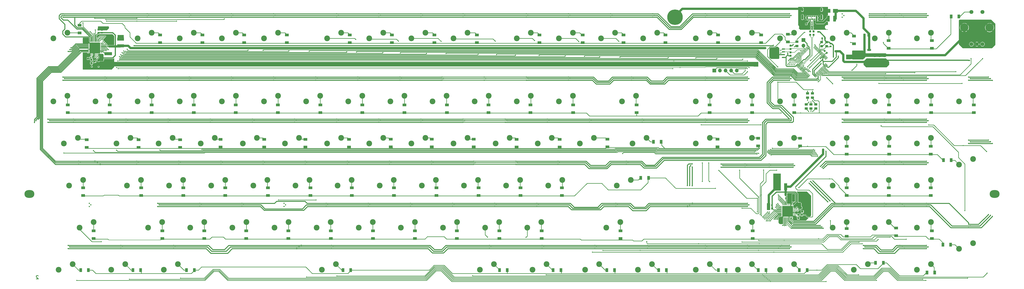
<source format=gbl>
%TF.GenerationSoftware,KiCad,Pcbnew,(5.1.7)-1*%
%TF.CreationDate,2021-06-04T23:16:26-04:00*%
%TF.ProjectId,694200101,36393432-3030-4313-9031-2e6b69636164,rev?*%
%TF.SameCoordinates,Original*%
%TF.FileFunction,Copper,L2,Bot*%
%TF.FilePolarity,Positive*%
%FSLAX46Y46*%
G04 Gerber Fmt 4.6, Leading zero omitted, Abs format (unit mm)*
G04 Created by KiCad (PCBNEW (5.1.7)-1) date 2021-06-04 23:16:26*
%MOMM*%
%LPD*%
G01*
G04 APERTURE LIST*
%TA.AperFunction,NonConductor*%
%ADD10C,0.300000*%
%TD*%
%TA.AperFunction,SMDPad,CuDef*%
%ADD11R,0.350000X0.750000*%
%TD*%
%TA.AperFunction,ComponentPad*%
%ADD12O,0.900000X1.700000*%
%TD*%
%TA.AperFunction,ComponentPad*%
%ADD13O,0.900000X2.400000*%
%TD*%
%TA.AperFunction,ComponentPad*%
%ADD14C,0.700000*%
%TD*%
%TA.AperFunction,ComponentPad*%
%ADD15C,3.786000*%
%TD*%
%TA.AperFunction,ComponentPad*%
%ADD16C,1.800000*%
%TD*%
%TA.AperFunction,SMDPad,CuDef*%
%ADD17R,1.400000X0.600000*%
%TD*%
%TA.AperFunction,SMDPad,CuDef*%
%ADD18R,0.950000X0.930000*%
%TD*%
%TA.AperFunction,SMDPad,CuDef*%
%ADD19R,0.930000X0.950000*%
%TD*%
%TA.AperFunction,SMDPad,CuDef*%
%ADD20R,0.970000X0.900000*%
%TD*%
%TA.AperFunction,ComponentPad*%
%ADD21C,0.550000*%
%TD*%
%TA.AperFunction,SMDPad,CuDef*%
%ADD22R,1.100000X1.100000*%
%TD*%
%TA.AperFunction,SMDPad,CuDef*%
%ADD23R,0.750000X0.200000*%
%TD*%
%TA.AperFunction,SMDPad,CuDef*%
%ADD24R,0.200000X0.750000*%
%TD*%
%TA.AperFunction,SMDPad,CuDef*%
%ADD25R,1.300000X1.700000*%
%TD*%
%TA.AperFunction,SMDPad,CuDef*%
%ADD26R,1.700000X1.300000*%
%TD*%
%TA.AperFunction,ComponentPad*%
%ADD27C,0.558800*%
%TD*%
%TA.AperFunction,ComponentPad*%
%ADD28C,2.600000*%
%TD*%
%TA.AperFunction,ComponentPad*%
%ADD29O,1.700000X1.700000*%
%TD*%
%TA.AperFunction,ComponentPad*%
%ADD30R,1.700000X1.700000*%
%TD*%
%TA.AperFunction,ConnectorPad*%
%ADD31C,7.000000*%
%TD*%
%TA.AperFunction,ComponentPad*%
%ADD32C,3.900000*%
%TD*%
%TA.AperFunction,ComponentPad*%
%ADD33O,4.500000X3.500000*%
%TD*%
%TA.AperFunction,SMDPad,CuDef*%
%ADD34R,0.862132X0.690831*%
%TD*%
%TA.AperFunction,SMDPad,CuDef*%
%ADD35R,2.184400X1.651000*%
%TD*%
%TA.AperFunction,SMDPad,CuDef*%
%ADD36R,0.708716X0.812132*%
%TD*%
%TA.AperFunction,SMDPad,CuDef*%
%ADD37R,0.812132X0.708716*%
%TD*%
%TA.AperFunction,SMDPad,CuDef*%
%ADD38R,0.812132X0.758142*%
%TD*%
%TA.AperFunction,SMDPad,CuDef*%
%ADD39R,0.812132X0.708142*%
%TD*%
%TA.AperFunction,SMDPad,CuDef*%
%ADD40R,0.758142X0.812132*%
%TD*%
%TA.AperFunction,SMDPad,CuDef*%
%ADD41C,0.100000*%
%TD*%
%TA.AperFunction,SMDPad,CuDef*%
%ADD42R,1.380000X1.010000*%
%TD*%
%TA.AperFunction,SMDPad,CuDef*%
%ADD43R,1.300000X1.100000*%
%TD*%
%TA.AperFunction,SMDPad,CuDef*%
%ADD44R,1.340000X3.020000*%
%TD*%
%TA.AperFunction,SMDPad,CuDef*%
%ADD45R,3.020000X1.340000*%
%TD*%
%TA.AperFunction,SMDPad,CuDef*%
%ADD46R,1.330000X3.460000*%
%TD*%
%TA.AperFunction,SMDPad,CuDef*%
%ADD47R,3.460000X1.330000*%
%TD*%
%TA.AperFunction,SMDPad,CuDef*%
%ADD48R,0.900000X0.970000*%
%TD*%
%TA.AperFunction,SMDPad,CuDef*%
%ADD49R,1.761200X3.150799*%
%TD*%
%TA.AperFunction,SMDPad,CuDef*%
%ADD50R,1.761200X0.850800*%
%TD*%
%TA.AperFunction,ViaPad*%
%ADD51C,0.558800*%
%TD*%
%TA.AperFunction,ViaPad*%
%ADD52C,0.508000*%
%TD*%
%TA.AperFunction,ViaPad*%
%ADD53C,0.711200*%
%TD*%
%TA.AperFunction,Conductor*%
%ADD54C,0.254000*%
%TD*%
%TA.AperFunction,Conductor*%
%ADD55C,0.304800*%
%TD*%
%TA.AperFunction,Conductor*%
%ADD56C,2.032000*%
%TD*%
%TA.AperFunction,Conductor*%
%ADD57C,1.016000*%
%TD*%
%TA.AperFunction,Conductor*%
%ADD58C,0.381000*%
%TD*%
%TA.AperFunction,Conductor*%
%ADD59C,0.508000*%
%TD*%
%TA.AperFunction,Conductor*%
%ADD60C,0.203200*%
%TD*%
%TA.AperFunction,Conductor*%
%ADD61C,0.635000*%
%TD*%
%TA.AperFunction,Conductor*%
%ADD62C,0.250000*%
%TD*%
%TA.AperFunction,Conductor*%
%ADD63C,0.076200*%
%TD*%
%TA.AperFunction,Conductor*%
%ADD64C,0.100000*%
%TD*%
%TA.AperFunction,Conductor*%
%ADD65C,0.025400*%
%TD*%
G04 APERTURE END LIST*
D10*
X5127571Y-122130428D02*
X5056142Y-122059000D01*
X4913285Y-121987571D01*
X4556142Y-121987571D01*
X4413285Y-122059000D01*
X4341857Y-122130428D01*
X4270428Y-122273285D01*
X4270428Y-122416142D01*
X4341857Y-122630428D01*
X5199000Y-123487571D01*
X4270428Y-123487571D01*
D11*
%TO.P,U2,1*%
%TO.N,/USB-*%
X355490400Y-9681600D03*
%TO.P,U2,2*%
%TO.N,Earth*%
X354990400Y-9681600D03*
%TO.P,U2,3*%
%TO.N,/USB+*%
X354490400Y-9681600D03*
%TO.P,U2,4*%
%TO.N,Net-(J1-PadA6)*%
X354490400Y-8301600D03*
%TO.P,U2,5*%
%TO.N,+5V*%
X354990400Y-8301600D03*
%TO.P,U2,6*%
%TO.N,Net-(J1-PadA7)*%
X355490400Y-8301600D03*
%TD*%
D12*
%TO.P,J1,S1*%
%TO.N,N/C*%
X359344000Y-1609000D03*
X350694000Y-1609000D03*
D13*
X359344000Y-4989000D03*
X350694000Y-4989000D03*
D14*
%TO.P,J1,B6*%
%TO.N,Net-(J1-PadA6)*%
X355444000Y-4619000D03*
%TO.P,J1,B1*%
%TO.N,Earth*%
X357994000Y-4619000D03*
%TO.P,J1,B4*%
%TO.N,+5V*%
X357144000Y-4619000D03*
%TO.P,J1,B5*%
%TO.N,Net-(J1-PadB5)*%
X356294000Y-4619000D03*
%TO.P,J1,B12*%
%TO.N,Earth*%
X352044000Y-4619000D03*
%TO.P,J1,B8*%
%TO.N,N/C*%
X353744000Y-4619000D03*
%TO.P,J1,B7*%
%TO.N,Net-(J1-PadA7)*%
X354594000Y-4619000D03*
%TO.P,J1,B9*%
%TO.N,+5V*%
X352894000Y-4619000D03*
%TO.P,J1,A12*%
%TO.N,Earth*%
X357994000Y-5969000D03*
%TO.P,J1,A9*%
%TO.N,+5V*%
X357144000Y-5969000D03*
%TO.P,J1,A8*%
%TO.N,N/C*%
X356294000Y-5969000D03*
%TO.P,J1,A7*%
%TO.N,Net-(J1-PadA7)*%
X355444000Y-5969000D03*
%TO.P,J1,A6*%
%TO.N,Net-(J1-PadA6)*%
X354594000Y-5969000D03*
%TO.P,J1,A5*%
%TO.N,Net-(J1-PadA5)*%
X353744000Y-5969000D03*
%TO.P,J1,A4*%
%TO.N,+5V*%
X352894000Y-5969000D03*
%TO.P,J1,A1*%
%TO.N,Earth*%
X352044000Y-5969000D03*
%TD*%
D15*
%TO.P,ENC1,MH2*%
%TO.N,GND*%
X435305600Y-9724600D03*
%TO.P,ENC1,MH1*%
X423905600Y-9724600D03*
D16*
%TO.P,ENC1,C1*%
X429605600Y-17224600D03*
%TO.P,ENC1,B1*%
%TO.N,Net-(ENC1-PadB1)*%
X432105600Y-17224600D03*
%TO.P,ENC1,A1*%
%TO.N,Net-(ENC1-PadA1)*%
X427105600Y-17224600D03*
%TO.P,ENC1,2*%
%TO.N,COL_22*%
X432105600Y-2724600D03*
%TO.P,ENC1,1*%
%TO.N,Net-(D94-Pad2)*%
X427105600Y-2724600D03*
%TD*%
D17*
%TO.P,U4,1*%
%TO.N,GND*%
X336821000Y-23241000D03*
%TO.P,U4,2*%
X336821000Y-21971000D03*
%TO.P,U4,3*%
X336821000Y-20701000D03*
%TO.P,U4,4*%
X336821000Y-19431000D03*
%TO.P,U4,5*%
%TO.N,I2C_SDA*%
X342121000Y-19431000D03*
%TO.P,U4,6*%
%TO.N,I2C_SCL*%
X342121000Y-20701000D03*
%TO.P,U4,7*%
%TO.N,GND*%
X342121000Y-21971000D03*
%TO.P,U4,8*%
%TO.N,+3V3*%
X342121000Y-23241000D03*
%TD*%
D18*
%TO.P,C27,1*%
%TO.N,+3V3*%
X350671000Y-92964000D03*
%TO.P,C27,2*%
%TO.N,GND*%
X352147000Y-92964000D03*
%TD*%
D19*
%TO.P,C26,1*%
%TO.N,+3V3*%
X30734000Y-25043000D03*
%TO.P,C26,2*%
%TO.N,GND*%
X30734000Y-26519000D03*
%TD*%
D20*
%TO.P,R22,1*%
%TO.N,/USB-*%
X355765100Y-11482800D03*
%TO.P,R22,2*%
%TO.N,USB_D-*%
X355765100Y-13002800D03*
%TD*%
%TO.P,R21,1*%
%TO.N,/USB+*%
X354266500Y-11482800D03*
%TO.P,R21,2*%
%TO.N,USB_D+*%
X354266500Y-13002800D03*
%TD*%
%TO.P,C25,2*%
%TO.N,GND*%
%TA.AperFunction,SMDPad,CuDef*%
G36*
G01*
X379280000Y-12733000D02*
X379280000Y-13683000D01*
G75*
G02*
X379030000Y-13933000I-250000J0D01*
G01*
X378530000Y-13933000D01*
G75*
G02*
X378280000Y-13683000I0J250000D01*
G01*
X378280000Y-12733000D01*
G75*
G02*
X378530000Y-12483000I250000J0D01*
G01*
X379030000Y-12483000D01*
G75*
G02*
X379280000Y-12733000I0J-250000D01*
G01*
G37*
%TD.AperFunction*%
%TO.P,C25,1*%
%TO.N,VCC*%
%TA.AperFunction,SMDPad,CuDef*%
G36*
G01*
X381180000Y-12733000D02*
X381180000Y-13683000D01*
G75*
G02*
X380930000Y-13933000I-250000J0D01*
G01*
X380430000Y-13933000D01*
G75*
G02*
X380180000Y-13683000I0J250000D01*
G01*
X380180000Y-12733000D01*
G75*
G02*
X380430000Y-12483000I250000J0D01*
G01*
X380930000Y-12483000D01*
G75*
G02*
X381180000Y-12733000I0J-250000D01*
G01*
G37*
%TD.AperFunction*%
%TD*%
D21*
%TO.P,U6,49*%
%TO.N,GND*%
X342351999Y-91212400D03*
X343451999Y-91212400D03*
X344551999Y-91212400D03*
X345651999Y-91212400D03*
X342351999Y-92312400D03*
X343451999Y-92312400D03*
X344551999Y-92312400D03*
X345651999Y-92312400D03*
X342351999Y-93412400D03*
X343451999Y-93412400D03*
X344551999Y-93412400D03*
X345651999Y-93412400D03*
X342351999Y-94512400D03*
X343451999Y-94512400D03*
X344551999Y-94512400D03*
X345651999Y-94512400D03*
D22*
X342351999Y-91212400D03*
X343451999Y-91212400D03*
X344551999Y-91212400D03*
X345651999Y-91212400D03*
X342351999Y-92312400D03*
X343451999Y-92312400D03*
X344551999Y-92312400D03*
X345651999Y-92312400D03*
X342351999Y-93412400D03*
X343451999Y-93412400D03*
X344551999Y-93412400D03*
X345651999Y-93412400D03*
X342351999Y-94512400D03*
X343451999Y-94512400D03*
X344551999Y-94512400D03*
X345651999Y-94512400D03*
D23*
%TO.P,U6,48*%
X346926999Y-95062400D03*
%TO.P,U6,47*%
%TO.N,Net-(R18-Pad1)*%
X346926999Y-94662400D03*
%TO.P,U6,46*%
%TO.N,Net-(R19-Pad2)*%
X346926999Y-94262400D03*
%TO.P,U6,45*%
%TO.N,N/C*%
X346926999Y-93862400D03*
%TO.P,U6,44*%
%TO.N,GND*%
X346926999Y-93462400D03*
%TO.P,U6,43*%
%TO.N,I2C_SCL*%
X346926999Y-93062400D03*
%TO.P,U6,42*%
X346926999Y-92662400D03*
%TO.P,U6,41*%
%TO.N,I2C_SDA*%
X346926999Y-92262400D03*
%TO.P,U6,40*%
%TO.N,SYNC*%
X346926999Y-91862400D03*
%TO.P,U6,39*%
%TO.N,+3V3*%
X346926999Y-91462400D03*
%TO.P,U6,38*%
%TO.N,VCC*%
X346926999Y-91062400D03*
%TO.P,U6,37*%
X346926999Y-90662400D03*
D24*
%TO.P,U6,36*%
%TO.N,N/C*%
X346201999Y-89937400D03*
%TO.P,U6,35*%
%TO.N,Net-(R20-Pad1)*%
X345801999Y-89937400D03*
%TO.P,U6,34*%
%TO.N,GND*%
X345401999Y-89937400D03*
%TO.P,U6,33*%
%TO.N,N/C*%
X345001999Y-89937400D03*
%TO.P,U6,32*%
X344601999Y-89937400D03*
%TO.P,U6,31*%
X344201999Y-89937400D03*
%TO.P,U6,30*%
X343801999Y-89937400D03*
%TO.P,U6,29*%
%TO.N,VCC*%
X343401999Y-89937400D03*
%TO.P,U6,28*%
%TO.N,CS12_B*%
X343001999Y-89937400D03*
%TO.P,U6,27*%
%TO.N,CS11_B*%
X342601999Y-89937400D03*
%TO.P,U6,26*%
%TO.N,CS10_B*%
X342201999Y-89937400D03*
%TO.P,U6,25*%
%TO.N,CS9_B*%
X341801999Y-89937400D03*
D23*
%TO.P,U6,24*%
%TO.N,CS8_B*%
X341076999Y-90662400D03*
%TO.P,U6,23*%
%TO.N,CS7_B*%
X341076999Y-91062400D03*
%TO.P,U6,22*%
%TO.N,CS6_B*%
X341076999Y-91462400D03*
%TO.P,U6,21*%
%TO.N,CS5_B*%
X341076999Y-91862400D03*
%TO.P,U6,20*%
%TO.N,VCC*%
X341076999Y-92262400D03*
%TO.P,U6,19*%
%TO.N,CS4_B*%
X341076999Y-92662400D03*
%TO.P,U6,18*%
%TO.N,CS3_B*%
X341076999Y-93062400D03*
%TO.P,U6,17*%
%TO.N,CS2_B*%
X341076999Y-93462400D03*
%TO.P,U6,16*%
%TO.N,CS1_B*%
X341076999Y-93862400D03*
%TO.P,U6,15*%
%TO.N,SW12_B*%
X341076999Y-94262400D03*
%TO.P,U6,14*%
%TO.N,SW11_B*%
X341076999Y-94662400D03*
%TO.P,U6,13*%
%TO.N,SW10_B*%
X341076999Y-95062400D03*
D24*
%TO.P,U6,12*%
%TO.N,GND*%
X341801999Y-95787400D03*
%TO.P,U6,11*%
%TO.N,SW9_B*%
X342201999Y-95787400D03*
%TO.P,U6,10*%
%TO.N,SW8_B*%
X342601999Y-95787400D03*
%TO.P,U6,9*%
%TO.N,SW7_B*%
X343001999Y-95787400D03*
%TO.P,U6,8*%
%TO.N,SW6_B*%
X343401999Y-95787400D03*
%TO.P,U6,7*%
%TO.N,SW5_B*%
X343801999Y-95787400D03*
%TO.P,U6,6*%
%TO.N,SW4_B*%
X344201999Y-95787400D03*
%TO.P,U6,5*%
%TO.N,GND*%
X344601999Y-95787400D03*
%TO.P,U6,4*%
%TO.N,SW3_B*%
X345001999Y-95787400D03*
%TO.P,U6,3*%
%TO.N,SW2_B*%
X345401999Y-95787400D03*
%TO.P,U6,2*%
%TO.N,SW1_B*%
X345801999Y-95787400D03*
%TO.P,U6,1*%
%TO.N,N/C*%
X346201999Y-95787400D03*
%TD*%
D21*
%TO.P,U5,49*%
%TO.N,GND*%
X32384000Y-17273000D03*
X32384000Y-18373000D03*
X32384000Y-19473000D03*
X32384000Y-20573000D03*
X31284000Y-17273000D03*
X31284000Y-18373000D03*
X31284000Y-19473000D03*
X31284000Y-20573000D03*
X30184000Y-17273000D03*
X30184000Y-18373000D03*
X30184000Y-19473000D03*
X30184000Y-20573000D03*
X29084000Y-17273000D03*
X29084000Y-18373000D03*
X29084000Y-19473000D03*
X29084000Y-20573000D03*
D22*
X32384000Y-17273000D03*
X32384000Y-18373000D03*
X32384000Y-19473000D03*
X32384000Y-20573000D03*
X31284000Y-17273000D03*
X31284000Y-18373000D03*
X31284000Y-19473000D03*
X31284000Y-20573000D03*
X30184000Y-17273000D03*
X30184000Y-18373000D03*
X30184000Y-19473000D03*
X30184000Y-20573000D03*
X29084000Y-17273000D03*
X29084000Y-18373000D03*
X29084000Y-19473000D03*
X29084000Y-20573000D03*
D24*
%TO.P,U5,48*%
X28534000Y-21848000D03*
%TO.P,U5,47*%
%TO.N,Net-(R15-Pad1)*%
X28934000Y-21848000D03*
%TO.P,U5,46*%
%TO.N,Net-(R16-Pad2)*%
X29334000Y-21848000D03*
%TO.P,U5,45*%
%TO.N,N/C*%
X29734000Y-21848000D03*
%TO.P,U5,44*%
%TO.N,GND*%
X30134000Y-21848000D03*
%TO.P,U5,43*%
X30534000Y-21848000D03*
%TO.P,U5,42*%
%TO.N,I2C_SCL*%
X30934000Y-21848000D03*
%TO.P,U5,41*%
%TO.N,I2C_SDA*%
X31334000Y-21848000D03*
%TO.P,U5,40*%
%TO.N,SYNC*%
X31734000Y-21848000D03*
%TO.P,U5,39*%
%TO.N,+3V3*%
X32134000Y-21848000D03*
%TO.P,U5,38*%
%TO.N,VCC*%
X32534000Y-21848000D03*
%TO.P,U5,37*%
X32934000Y-21848000D03*
D23*
%TO.P,U5,36*%
%TO.N,N/C*%
X33659000Y-21123000D03*
%TO.P,U5,35*%
%TO.N,Net-(R17-Pad1)*%
X33659000Y-20723000D03*
%TO.P,U5,34*%
%TO.N,GND*%
X33659000Y-20323000D03*
%TO.P,U5,33*%
%TO.N,CS16_A*%
X33659000Y-19923000D03*
%TO.P,U5,32*%
%TO.N,CS15_A*%
X33659000Y-19523000D03*
%TO.P,U5,31*%
%TO.N,CS14_A*%
X33659000Y-19123000D03*
%TO.P,U5,30*%
%TO.N,CS13_A*%
X33659000Y-18723000D03*
%TO.P,U5,29*%
%TO.N,VCC*%
X33659000Y-18323000D03*
%TO.P,U5,28*%
%TO.N,CS12_A*%
X33659000Y-17923000D03*
%TO.P,U5,27*%
%TO.N,CS11_A*%
X33659000Y-17523000D03*
%TO.P,U5,26*%
%TO.N,CS10_A*%
X33659000Y-17123000D03*
%TO.P,U5,25*%
%TO.N,CS9_A*%
X33659000Y-16723000D03*
D24*
%TO.P,U5,24*%
%TO.N,CS8_A*%
X32934000Y-15998000D03*
%TO.P,U5,23*%
%TO.N,CS7_A*%
X32534000Y-15998000D03*
%TO.P,U5,22*%
%TO.N,CS6_A*%
X32134000Y-15998000D03*
%TO.P,U5,21*%
%TO.N,CS5_A*%
X31734000Y-15998000D03*
%TO.P,U5,20*%
%TO.N,VCC*%
X31334000Y-15998000D03*
%TO.P,U5,19*%
%TO.N,CS4_A*%
X30934000Y-15998000D03*
%TO.P,U5,18*%
%TO.N,CS3_A*%
X30534000Y-15998000D03*
%TO.P,U5,17*%
%TO.N,CS2_A*%
X30134000Y-15998000D03*
%TO.P,U5,16*%
%TO.N,CS1_A*%
X29734000Y-15998000D03*
%TO.P,U5,15*%
%TO.N,SW12_A*%
X29334000Y-15998000D03*
%TO.P,U5,14*%
%TO.N,SW11_A*%
X28934000Y-15998000D03*
%TO.P,U5,13*%
%TO.N,SW10_A*%
X28534000Y-15998000D03*
D23*
%TO.P,U5,12*%
%TO.N,GND*%
X27809000Y-16723000D03*
%TO.P,U5,11*%
%TO.N,SW9_A*%
X27809000Y-17123000D03*
%TO.P,U5,10*%
%TO.N,SW8_A*%
X27809000Y-17523000D03*
%TO.P,U5,9*%
%TO.N,SW7_A*%
X27809000Y-17923000D03*
%TO.P,U5,8*%
%TO.N,SW6_A*%
X27809000Y-18323000D03*
%TO.P,U5,7*%
%TO.N,SW5_A*%
X27809000Y-18723000D03*
%TO.P,U5,6*%
%TO.N,SW4_A*%
X27809000Y-19123000D03*
%TO.P,U5,5*%
%TO.N,GND*%
X27809000Y-19523000D03*
%TO.P,U5,4*%
%TO.N,SW3_A*%
X27809000Y-19923000D03*
%TO.P,U5,3*%
%TO.N,SW2_A*%
X27809000Y-20323000D03*
%TO.P,U5,2*%
%TO.N,SW1_A*%
X27809000Y-20723000D03*
%TO.P,U5,1*%
%TO.N,N/C*%
X27809000Y-21123000D03*
%TD*%
D25*
%TO.P,D108,2*%
%TO.N,Net-(D108-Pad2)*%
X417750000Y-108000000D03*
%TO.P,D108,1*%
%TO.N,ROW_5*%
X414250000Y-108000000D03*
%TD*%
%TO.P,D107,2*%
%TO.N,Net-(D107-Pad2)*%
X418000000Y-69750000D03*
%TO.P,D107,1*%
%TO.N,ROW_3*%
X414500000Y-69750000D03*
%TD*%
D26*
%TO.P,D106,2*%
%TO.N,Net-(D106-Pad2)*%
X428250000Y-44750000D03*
%TO.P,D106,1*%
%TO.N,ROW_2*%
X428250000Y-48250000D03*
%TD*%
D25*
%TO.P,D105,2*%
%TO.N,Net-(D105-Pad2)*%
X410550000Y-120600000D03*
%TO.P,D105,1*%
%TO.N,ROW_6*%
X407050000Y-120600000D03*
%TD*%
D26*
%TO.P,D104,2*%
%TO.N,Net-(D104-Pad2)*%
X409250000Y-101750000D03*
%TO.P,D104,1*%
%TO.N,ROW_5*%
X409250000Y-105250000D03*
%TD*%
%TO.P,D103,2*%
%TO.N,Net-(D103-Pad2)*%
X408750000Y-82250000D03*
%TO.P,D103,1*%
%TO.N,ROW_4*%
X408750000Y-85750000D03*
%TD*%
%TO.P,D102,2*%
%TO.N,Net-(D102-Pad2)*%
X408750000Y-63500000D03*
%TO.P,D102,1*%
%TO.N,ROW_3*%
X408750000Y-67000000D03*
%TD*%
%TO.P,D101,2*%
%TO.N,Net-(D101-Pad2)*%
X408962500Y-44750000D03*
%TO.P,D101,1*%
%TO.N,ROW_2*%
X408962500Y-48250000D03*
%TD*%
%TO.P,D100,2*%
%TO.N,Net-(D100-Pad2)*%
X409287500Y-15650000D03*
%TO.P,D100,1*%
%TO.N,ROW_0*%
X409287500Y-19150000D03*
%TD*%
%TO.P,D99,2*%
%TO.N,Net-(D99-Pad2)*%
X393065000Y-100485000D03*
%TO.P,D99,1*%
%TO.N,ROW_5*%
X393065000Y-103985000D03*
%TD*%
%TO.P,D98,2*%
%TO.N,Net-(D98-Pad2)*%
X389787500Y-82250000D03*
%TO.P,D98,1*%
%TO.N,ROW_4*%
X389787500Y-85750000D03*
%TD*%
%TO.P,D97,2*%
%TO.N,Net-(D97-Pad2)*%
X390000000Y-63500000D03*
%TO.P,D97,1*%
%TO.N,ROW_3*%
X390000000Y-67000000D03*
%TD*%
%TO.P,D96,2*%
%TO.N,Net-(D96-Pad2)*%
X389890000Y-44732000D03*
%TO.P,D96,1*%
%TO.N,ROW_2*%
X389890000Y-48232000D03*
%TD*%
%TO.P,D95,2*%
%TO.N,Net-(D95-Pad2)*%
X389750000Y-15650000D03*
%TO.P,D95,1*%
%TO.N,ROW_0*%
X389750000Y-19150000D03*
%TD*%
D25*
%TO.P,D94,2*%
%TO.N,Net-(D94-Pad2)*%
X421500000Y-4699000D03*
%TO.P,D94,1*%
%TO.N,ROW_0*%
X418000000Y-4699000D03*
%TD*%
%TO.P,D93,2*%
%TO.N,Net-(D93-Pad2)*%
X383822000Y-116205000D03*
%TO.P,D93,1*%
%TO.N,ROW_6*%
X387322000Y-116205000D03*
%TD*%
D26*
%TO.P,D92,2*%
%TO.N,Net-(D92-Pad2)*%
X370750000Y-100739000D03*
%TO.P,D92,1*%
%TO.N,ROW_5*%
X370750000Y-104239000D03*
%TD*%
%TO.P,D91,2*%
%TO.N,Net-(D91-Pad2)*%
X370750000Y-82250000D03*
%TO.P,D91,1*%
%TO.N,ROW_4*%
X370750000Y-85750000D03*
%TD*%
%TO.P,D90,2*%
%TO.N,Net-(D90-Pad2)*%
X370750000Y-63500000D03*
%TO.P,D90,1*%
%TO.N,ROW_3*%
X370750000Y-67000000D03*
%TD*%
%TO.P,D89,2*%
%TO.N,Net-(D89-Pad2)*%
X370750000Y-44750000D03*
%TO.P,D89,1*%
%TO.N,ROW_2*%
X370750000Y-48250000D03*
%TD*%
%TO.P,D88,2*%
%TO.N,Net-(D88-Pad2)*%
X374015000Y-13617000D03*
%TO.P,D88,1*%
%TO.N,ROW_0*%
X374015000Y-17117000D03*
%TD*%
D25*
%TO.P,D87,2*%
%TO.N,Net-(D87-Pad2)*%
X349350001Y-119500000D03*
%TO.P,D87,1*%
%TO.N,ROW_6*%
X352850001Y-119500000D03*
%TD*%
D26*
%TO.P,D86,2*%
%TO.N,Net-(D86-Pad2)*%
X349660500Y-59845000D03*
%TO.P,D86,1*%
%TO.N,ROW_3*%
X349660500Y-63345000D03*
%TD*%
%TO.P,D85,2*%
%TO.N,Net-(D85-Pad2)*%
X347037500Y-44750000D03*
%TO.P,D85,1*%
%TO.N,ROW_2*%
X347037500Y-48250000D03*
%TD*%
%TO.P,D84,2*%
%TO.N,Net-(D84-Pad2)*%
X344170000Y-12728000D03*
%TO.P,D84,1*%
%TO.N,ROW_0*%
X344170000Y-16228000D03*
%TD*%
D25*
%TO.P,D83,2*%
%TO.N,Net-(D83-Pad2)*%
X330750000Y-119500000D03*
%TO.P,D83,1*%
%TO.N,ROW_6*%
X334250000Y-119500000D03*
%TD*%
D26*
%TO.P,D82,2*%
%TO.N,Net-(D82-Pad2)*%
X328250000Y-101750000D03*
%TO.P,D82,1*%
%TO.N,ROW_5*%
X328250000Y-105250000D03*
%TD*%
%TO.P,D81,2*%
%TO.N,Net-(D81-Pad2)*%
X330708000Y-59845000D03*
%TO.P,D81,1*%
%TO.N,ROW_3*%
X330708000Y-63345000D03*
%TD*%
%TO.P,D80,2*%
%TO.N,Net-(D80-Pad2)*%
X328000000Y-44750000D03*
%TO.P,D80,1*%
%TO.N,ROW_2*%
X328000000Y-48250000D03*
%TD*%
%TO.P,D79,2*%
%TO.N,Net-(D79-Pad2)*%
X332060000Y-13110000D03*
%TO.P,D79,1*%
%TO.N,ROW_0*%
X332060000Y-16610000D03*
%TD*%
D25*
%TO.P,D78,2*%
%TO.N,Net-(D78-Pad2)*%
X312750000Y-119500000D03*
%TO.P,D78,1*%
%TO.N,ROW_6*%
X316250000Y-119500000D03*
%TD*%
D26*
%TO.P,D77,2*%
%TO.N,Net-(D77-Pad2)*%
X312293000Y-60226000D03*
%TO.P,D77,1*%
%TO.N,ROW_3*%
X312293000Y-63726000D03*
%TD*%
%TO.P,D76,2*%
%TO.N,Net-(D76-Pad2)*%
X308750000Y-44750000D03*
%TO.P,D76,1*%
%TO.N,ROW_2*%
X308750000Y-48250000D03*
%TD*%
%TO.P,D75,2*%
%TO.N,Net-(D75-Pad2)*%
X312560000Y-13110000D03*
%TO.P,D75,1*%
%TO.N,ROW_0*%
X312560000Y-16610000D03*
%TD*%
D25*
%TO.P,D74,2*%
%TO.N,Net-(D74-Pad2)*%
X285750000Y-119500000D03*
%TO.P,D74,1*%
%TO.N,ROW_6*%
X289250000Y-119500000D03*
%TD*%
%TO.P,D73,2*%
%TO.N,Net-(D73-Pad2)*%
X283365000Y-61468000D03*
%TO.P,D73,1*%
%TO.N,ROW_3*%
X286865000Y-61468000D03*
%TD*%
D26*
%TO.P,D72,2*%
%TO.N,Net-(D72-Pad2)*%
X275750000Y-44750000D03*
%TO.P,D72,1*%
%TO.N,ROW_2*%
X275750000Y-48250000D03*
%TD*%
%TO.P,D71,2*%
%TO.N,Net-(D71-Pad2)*%
X288810000Y-13110000D03*
%TO.P,D71,1*%
%TO.N,ROW_0*%
X288810000Y-16610000D03*
%TD*%
D25*
%TO.P,D70,2*%
%TO.N,Net-(D70-Pad2)*%
X262250000Y-119500000D03*
%TO.P,D70,1*%
%TO.N,ROW_6*%
X265750000Y-119500000D03*
%TD*%
D26*
%TO.P,D69,2*%
%TO.N,Net-(D69-Pad2)*%
X268500000Y-101750000D03*
%TO.P,D69,1*%
%TO.N,ROW_5*%
X268500000Y-105250000D03*
%TD*%
D25*
%TO.P,D68,2*%
%TO.N,Net-(D68-Pad2)*%
X277650000Y-77800000D03*
%TO.P,D68,1*%
%TO.N,ROW_4*%
X281150000Y-77800000D03*
%TD*%
D26*
%TO.P,D67,2*%
%TO.N,Net-(D67-Pad2)*%
X262509000Y-60226000D03*
%TO.P,D67,1*%
%TO.N,ROW_3*%
X262509000Y-63726000D03*
%TD*%
%TO.P,D66,2*%
%TO.N,Net-(D66-Pad2)*%
X269810000Y-13110000D03*
%TO.P,D66,1*%
%TO.N,ROW_0*%
X269810000Y-16610000D03*
%TD*%
%TO.P,D65,2*%
%TO.N,Net-(D65-Pad2)*%
X242000000Y-82250000D03*
%TO.P,D65,1*%
%TO.N,ROW_4*%
X242000000Y-85750000D03*
%TD*%
%TO.P,D64,2*%
%TO.N,Net-(D64-Pad2)*%
X240919000Y-60353000D03*
%TO.P,D64,1*%
%TO.N,ROW_3*%
X240919000Y-63853000D03*
%TD*%
%TO.P,D63,2*%
%TO.N,Net-(D63-Pad2)*%
X247037500Y-44750000D03*
%TO.P,D63,1*%
%TO.N,ROW_2*%
X247037500Y-48250000D03*
%TD*%
%TO.P,D62,2*%
%TO.N,Net-(D62-Pad2)*%
X251333000Y-13109000D03*
%TO.P,D62,1*%
%TO.N,ROW_0*%
X251333000Y-16609000D03*
%TD*%
D25*
%TO.P,D61,2*%
%TO.N,Net-(D61-Pad2)*%
X238000000Y-119500000D03*
%TO.P,D61,1*%
%TO.N,ROW_6*%
X241500000Y-119500000D03*
%TD*%
D26*
%TO.P,D60,2*%
%TO.N,Net-(D60-Pad2)*%
X232787500Y-101750000D03*
%TO.P,D60,1*%
%TO.N,ROW_5*%
X232787500Y-105250000D03*
%TD*%
%TO.P,D59,2*%
%TO.N,Net-(D59-Pad2)*%
X223287500Y-82250000D03*
%TO.P,D59,1*%
%TO.N,ROW_4*%
X223287500Y-85750000D03*
%TD*%
%TO.P,D58,2*%
%TO.N,Net-(D58-Pad2)*%
X221488000Y-60353000D03*
%TO.P,D58,1*%
%TO.N,ROW_3*%
X221488000Y-63853000D03*
%TD*%
%TO.P,D57,2*%
%TO.N,Net-(D57-Pad2)*%
X227750000Y-44750000D03*
%TO.P,D57,1*%
%TO.N,ROW_2*%
X227750000Y-48250000D03*
%TD*%
%TO.P,D56,2*%
%TO.N,Net-(D56-Pad2)*%
X231810000Y-13110000D03*
%TO.P,D56,1*%
%TO.N,ROW_0*%
X231810000Y-16610000D03*
%TD*%
D25*
%TO.P,D55,2*%
%TO.N,Net-(D55-Pad2)*%
X213750000Y-119500000D03*
%TO.P,D55,1*%
%TO.N,ROW_6*%
X217250000Y-119500000D03*
%TD*%
D26*
%TO.P,D54,2*%
%TO.N,Net-(D54-Pad2)*%
X213712500Y-101750000D03*
%TO.P,D54,1*%
%TO.N,ROW_5*%
X213712500Y-105250000D03*
%TD*%
%TO.P,D53,2*%
%TO.N,Net-(D53-Pad2)*%
X204250000Y-82250000D03*
%TO.P,D53,1*%
%TO.N,ROW_4*%
X204250000Y-85750000D03*
%TD*%
%TO.P,D52,2*%
%TO.N,Net-(D52-Pad2)*%
X202057000Y-60226000D03*
%TO.P,D52,1*%
%TO.N,ROW_3*%
X202057000Y-63726000D03*
%TD*%
%TO.P,D51,2*%
%TO.N,Net-(D51-Pad2)*%
X208750000Y-44750000D03*
%TO.P,D51,1*%
%TO.N,ROW_2*%
X208750000Y-48250000D03*
%TD*%
%TO.P,D50,2*%
%TO.N,Net-(D50-Pad2)*%
X203560000Y-13110000D03*
%TO.P,D50,1*%
%TO.N,ROW_0*%
X203560000Y-16610000D03*
%TD*%
%TO.P,D49,2*%
%TO.N,Net-(D49-Pad2)*%
X194500000Y-101750000D03*
%TO.P,D49,1*%
%TO.N,ROW_5*%
X194500000Y-105250000D03*
%TD*%
%TO.P,D48,2*%
%TO.N,Net-(D48-Pad2)*%
X185250000Y-82250000D03*
%TO.P,D48,1*%
%TO.N,ROW_4*%
X185250000Y-85750000D03*
%TD*%
%TO.P,D47,2*%
%TO.N,Net-(D47-Pad2)*%
X183134000Y-60226000D03*
%TO.P,D47,1*%
%TO.N,ROW_3*%
X183134000Y-63726000D03*
%TD*%
%TO.P,D46,2*%
%TO.N,Net-(D46-Pad2)*%
X190000000Y-44750000D03*
%TO.P,D46,1*%
%TO.N,ROW_2*%
X190000000Y-48250000D03*
%TD*%
%TO.P,D45,2*%
%TO.N,Net-(D45-Pad2)*%
X184310000Y-13110000D03*
%TO.P,D45,1*%
%TO.N,ROW_0*%
X184310000Y-16610000D03*
%TD*%
%TO.P,D44,2*%
%TO.N,Net-(D44-Pad2)*%
X175500000Y-101750000D03*
%TO.P,D44,1*%
%TO.N,ROW_5*%
X175500000Y-105250000D03*
%TD*%
%TO.P,D43,2*%
%TO.N,Net-(D43-Pad2)*%
X166000000Y-82250000D03*
%TO.P,D43,1*%
%TO.N,ROW_4*%
X166000000Y-85750000D03*
%TD*%
%TO.P,D42,2*%
%TO.N,Net-(D42-Pad2)*%
X164592000Y-60226000D03*
%TO.P,D42,1*%
%TO.N,ROW_3*%
X164592000Y-63726000D03*
%TD*%
%TO.P,D41,2*%
%TO.N,Net-(D41-Pad2)*%
X170750000Y-44750000D03*
%TO.P,D41,1*%
%TO.N,ROW_2*%
X170750000Y-48250000D03*
%TD*%
%TO.P,D40,2*%
%TO.N,Net-(D40-Pad2)*%
X165060000Y-13110000D03*
%TO.P,D40,1*%
%TO.N,ROW_0*%
X165060000Y-16610000D03*
%TD*%
%TO.P,D39,2*%
%TO.N,Net-(D39-Pad2)*%
X156500000Y-101750000D03*
%TO.P,D39,1*%
%TO.N,ROW_5*%
X156500000Y-105250000D03*
%TD*%
%TO.P,D38,2*%
%TO.N,Net-(D38-Pad2)*%
X147000000Y-82250000D03*
%TO.P,D38,1*%
%TO.N,ROW_4*%
X147000000Y-85750000D03*
%TD*%
%TO.P,D37,2*%
%TO.N,Net-(D37-Pad2)*%
X145669000Y-60353000D03*
%TO.P,D37,1*%
%TO.N,ROW_3*%
X145669000Y-63853000D03*
%TD*%
%TO.P,D36,2*%
%TO.N,Net-(D36-Pad2)*%
X151750000Y-44750000D03*
%TO.P,D36,1*%
%TO.N,ROW_2*%
X151750000Y-48250000D03*
%TD*%
%TO.P,D35,2*%
%TO.N,Net-(D35-Pad2)*%
X146060000Y-13110000D03*
%TO.P,D35,1*%
%TO.N,ROW_0*%
X146060000Y-16610000D03*
%TD*%
D25*
%TO.P,D34,2*%
%TO.N,Net-(D34-Pad2)*%
X143000000Y-119500000D03*
%TO.P,D34,1*%
%TO.N,ROW_6*%
X146500000Y-119500000D03*
%TD*%
D26*
%TO.P,D33,2*%
%TO.N,Net-(D33-Pad2)*%
X137500000Y-101750000D03*
%TO.P,D33,1*%
%TO.N,ROW_5*%
X137500000Y-105250000D03*
%TD*%
%TO.P,D32,2*%
%TO.N,Net-(D32-Pad2)*%
X128250000Y-82250000D03*
%TO.P,D32,1*%
%TO.N,ROW_4*%
X128250000Y-85750000D03*
%TD*%
%TO.P,D31,2*%
%TO.N,Net-(D31-Pad2)*%
X125984000Y-60353000D03*
%TO.P,D31,1*%
%TO.N,ROW_3*%
X125984000Y-63853000D03*
%TD*%
%TO.P,D30,2*%
%TO.N,Net-(D30-Pad2)*%
X132750000Y-44750000D03*
%TO.P,D30,1*%
%TO.N,ROW_2*%
X132750000Y-48250000D03*
%TD*%
%TO.P,D29,2*%
%TO.N,Net-(D29-Pad2)*%
X118250000Y-101750000D03*
%TO.P,D29,1*%
%TO.N,ROW_5*%
X118250000Y-105250000D03*
%TD*%
%TO.P,D28,2*%
%TO.N,Net-(D28-Pad2)*%
X109000000Y-82250000D03*
%TO.P,D28,1*%
%TO.N,ROW_4*%
X109000000Y-85750000D03*
%TD*%
%TO.P,D27,2*%
%TO.N,Net-(D27-Pad2)*%
X107315000Y-60353000D03*
%TO.P,D27,1*%
%TO.N,ROW_3*%
X107315000Y-63853000D03*
%TD*%
%TO.P,D26,2*%
%TO.N,Net-(D26-Pad2)*%
X113500000Y-44750000D03*
%TO.P,D26,1*%
%TO.N,ROW_2*%
X113500000Y-48250000D03*
%TD*%
%TO.P,D25,2*%
%TO.N,Net-(D25-Pad2)*%
X117560000Y-13110000D03*
%TO.P,D25,1*%
%TO.N,ROW_0*%
X117560000Y-16610000D03*
%TD*%
%TO.P,D24,2*%
%TO.N,Net-(D24-Pad2)*%
X99250000Y-101750000D03*
%TO.P,D24,1*%
%TO.N,ROW_5*%
X99250000Y-105250000D03*
%TD*%
%TO.P,D23,2*%
%TO.N,Net-(D23-Pad2)*%
X89750000Y-82250000D03*
%TO.P,D23,1*%
%TO.N,ROW_4*%
X89750000Y-85750000D03*
%TD*%
%TO.P,D22,2*%
%TO.N,Net-(D22-Pad2)*%
X87630000Y-60353000D03*
%TO.P,D22,1*%
%TO.N,ROW_3*%
X87630000Y-63853000D03*
%TD*%
%TO.P,D21,2*%
%TO.N,Net-(D21-Pad2)*%
X94500000Y-44750000D03*
%TO.P,D21,1*%
%TO.N,ROW_2*%
X94500000Y-48250000D03*
%TD*%
%TO.P,D20,2*%
%TO.N,Net-(D20-Pad2)*%
X98310000Y-13110000D03*
%TO.P,D20,1*%
%TO.N,ROW_0*%
X98310000Y-16610000D03*
%TD*%
D25*
%TO.P,D19,2*%
%TO.N,Net-(D19-Pad2)*%
X72250000Y-119500000D03*
%TO.P,D19,1*%
%TO.N,ROW_6*%
X75750000Y-119500000D03*
%TD*%
D26*
%TO.P,D18,2*%
%TO.N,Net-(D18-Pad2)*%
X80250000Y-101750000D03*
%TO.P,D18,1*%
%TO.N,ROW_5*%
X80250000Y-105250000D03*
%TD*%
%TO.P,D17,2*%
%TO.N,Net-(D17-Pad2)*%
X70750000Y-82250000D03*
%TO.P,D17,1*%
%TO.N,ROW_4*%
X70750000Y-85750000D03*
%TD*%
%TO.P,D16,2*%
%TO.N,Net-(D16-Pad2)*%
X69342000Y-60480000D03*
%TO.P,D16,1*%
%TO.N,ROW_3*%
X69342000Y-63980000D03*
%TD*%
%TO.P,D15,2*%
%TO.N,Net-(D15-Pad2)*%
X75500000Y-44750000D03*
%TO.P,D15,1*%
%TO.N,ROW_2*%
X75500000Y-48250000D03*
%TD*%
%TO.P,D14,2*%
%TO.N,Net-(D14-Pad2)*%
X79375000Y-13110000D03*
%TO.P,D14,1*%
%TO.N,ROW_0*%
X79375000Y-16610000D03*
%TD*%
%TO.P,D13,2*%
%TO.N,Net-(D13-Pad2)*%
X61250000Y-101750000D03*
%TO.P,D13,1*%
%TO.N,ROW_5*%
X61250000Y-105250000D03*
%TD*%
%TO.P,D12,2*%
%TO.N,Net-(D12-Pad2)*%
X51750000Y-82250000D03*
%TO.P,D12,1*%
%TO.N,ROW_4*%
X51750000Y-85750000D03*
%TD*%
%TO.P,D11,2*%
%TO.N,Net-(D11-Pad2)*%
X50546000Y-60480000D03*
%TO.P,D11,1*%
%TO.N,ROW_3*%
X50546000Y-63980000D03*
%TD*%
%TO.P,D10,2*%
%TO.N,Net-(D10-Pad2)*%
X56500000Y-44750000D03*
%TO.P,D10,1*%
%TO.N,ROW_2*%
X56500000Y-48250000D03*
%TD*%
%TO.P,D9,2*%
%TO.N,Net-(D9-Pad2)*%
X60310000Y-13110000D03*
%TO.P,D9,1*%
%TO.N,ROW_0*%
X60310000Y-16610000D03*
%TD*%
D25*
%TO.P,D8,2*%
%TO.N,Net-(D8-Pad2)*%
X48000000Y-119500000D03*
%TO.P,D8,1*%
%TO.N,ROW_6*%
X51500000Y-119500000D03*
%TD*%
D26*
%TO.P,D7,2*%
%TO.N,Net-(D7-Pad2)*%
X30250000Y-101750000D03*
%TO.P,D7,1*%
%TO.N,ROW_5*%
X30250000Y-105250000D03*
%TD*%
%TO.P,D6,2*%
%TO.N,Net-(D6-Pad2)*%
X37500000Y-44750000D03*
%TO.P,D6,1*%
%TO.N,ROW_2*%
X37500000Y-48250000D03*
%TD*%
D25*
%TO.P,D5,2*%
%TO.N,Net-(D5-Pad2)*%
X24350001Y-119500000D03*
%TO.P,D5,1*%
%TO.N,ROW_6*%
X27850001Y-119500000D03*
%TD*%
D26*
%TO.P,D4,2*%
%TO.N,Net-(D4-Pad2)*%
X25500000Y-82250000D03*
%TO.P,D4,1*%
%TO.N,ROW_4*%
X25500000Y-85750000D03*
%TD*%
%TO.P,D3,2*%
%TO.N,Net-(D3-Pad2)*%
X27051000Y-60480000D03*
%TO.P,D3,1*%
%TO.N,ROW_3*%
X27051000Y-63980000D03*
%TD*%
%TO.P,D2,2*%
%TO.N,Net-(D2-Pad2)*%
X18500000Y-44750000D03*
%TO.P,D2,1*%
%TO.N,ROW_2*%
X18500000Y-48250000D03*
%TD*%
%TO.P,D1,2*%
%TO.N,Net-(D1-Pad2)*%
X23876000Y-12164000D03*
%TO.P,D1,1*%
%TO.N,ROW_0*%
X23876000Y-8664000D03*
%TD*%
D27*
%TO.P,D124,5*%
%TO.N,SW3_A*%
X68712500Y-71712000D03*
%TO.P,D124,3*%
%TO.N,SW2_A*%
X69412500Y-70950000D03*
%TO.P,D124,1*%
%TO.N,SW1_A*%
X68712500Y-70250000D03*
%TD*%
%TO.P,D220,5*%
%TO.N,SW3_B*%
X313964550Y-72962000D03*
%TO.P,D220,3*%
%TO.N,SW2_B*%
X314664550Y-72200000D03*
%TO.P,D220,1*%
%TO.N,SW1_B*%
X313964550Y-71500000D03*
%TD*%
%TO.P,D219,5*%
%TO.N,SW6_B*%
X406850000Y-5037000D03*
%TO.P,D219,3*%
%TO.N,SW5_B*%
X407550000Y-4275000D03*
%TO.P,D219,1*%
%TO.N,SW4_B*%
X406850000Y-3575000D03*
%TD*%
%TO.P,D218,5*%
%TO.N,SW9_B*%
X344937500Y-109812000D03*
%TO.P,D218,3*%
%TO.N,SW8_B*%
X345637500Y-109050000D03*
%TO.P,D218,1*%
%TO.N,SW7_B*%
X344937500Y-108350000D03*
%TD*%
%TO.P,D217,5*%
%TO.N,SW12_B*%
X300900000Y-71438000D03*
%TO.P,D217,3*%
%TO.N,SW11_B*%
X300200000Y-72200000D03*
%TO.P,D217,1*%
%TO.N,SW10_B*%
X300900000Y-72900000D03*
%TD*%
%TO.P,D216,5*%
%TO.N,SW3_B*%
X324809699Y-72962000D03*
%TO.P,D216,3*%
%TO.N,SW2_B*%
X325509699Y-72200000D03*
%TO.P,D216,1*%
%TO.N,SW1_B*%
X324809699Y-71500000D03*
%TD*%
%TO.P,D215,5*%
%TO.N,SW6_B*%
X387800000Y-5037000D03*
%TO.P,D215,3*%
%TO.N,SW5_B*%
X388500000Y-4275000D03*
%TO.P,D215,1*%
%TO.N,SW4_B*%
X387800000Y-3575000D03*
%TD*%
%TO.P,D214,5*%
%TO.N,SW9_B*%
X325887500Y-109812000D03*
%TO.P,D214,3*%
%TO.N,SW8_B*%
X326587500Y-109050000D03*
%TO.P,D214,1*%
%TO.N,SW7_B*%
X325887500Y-108350000D03*
%TD*%
%TO.P,D213,5*%
%TO.N,SW12_B*%
X325887500Y-90762000D03*
%TO.P,D213,3*%
%TO.N,SW11_B*%
X326587500Y-90000000D03*
%TO.P,D213,1*%
%TO.N,SW10_B*%
X325887500Y-89300000D03*
%TD*%
%TO.P,D212,5*%
%TO.N,SW3_B*%
X335654848Y-72962000D03*
%TO.P,D212,3*%
%TO.N,SW2_B*%
X336354848Y-72200000D03*
%TO.P,D212,1*%
%TO.N,SW1_B*%
X335654848Y-71500000D03*
%TD*%
%TO.P,D211,5*%
%TO.N,SW6_B*%
X368750000Y-5037000D03*
%TO.P,D211,3*%
%TO.N,SW5_B*%
X369450000Y-4275000D03*
%TO.P,D211,1*%
%TO.N,SW4_B*%
X368750000Y-3575000D03*
%TD*%
%TO.P,D210,5*%
%TO.N,SW9_B*%
X306837500Y-109812000D03*
%TO.P,D210,3*%
%TO.N,SW8_B*%
X307537500Y-109050000D03*
%TO.P,D210,1*%
%TO.N,SW7_B*%
X306837500Y-108350000D03*
%TD*%
%TO.P,D209,5*%
%TO.N,SW12_B*%
X266356250Y-90762000D03*
%TO.P,D209,3*%
%TO.N,SW11_B*%
X267056250Y-90000000D03*
%TO.P,D209,1*%
%TO.N,SW10_B*%
X266356250Y-89300000D03*
%TD*%
%TO.P,D208,5*%
%TO.N,SW3_B*%
X346500000Y-72962000D03*
%TO.P,D208,3*%
%TO.N,SW2_B*%
X347200000Y-72200000D03*
%TO.P,D208,1*%
%TO.N,SW1_B*%
X346500000Y-71500000D03*
%TD*%
%TO.P,D207,5*%
%TO.N,SW6_B*%
X368750000Y-33612000D03*
%TO.P,D207,3*%
%TO.N,SW5_B*%
X369450000Y-32850000D03*
%TO.P,D207,1*%
%TO.N,SW4_B*%
X368750000Y-32150000D03*
%TD*%
%TO.P,D206,5*%
%TO.N,SW9_B*%
X280643750Y-109812000D03*
%TO.P,D206,3*%
%TO.N,SW8_B*%
X281343750Y-109050000D03*
%TO.P,D206,1*%
%TO.N,SW7_B*%
X280643750Y-108350000D03*
%TD*%
%TO.P,D205,5*%
%TO.N,SW12_B*%
X230637500Y-90762000D03*
%TO.P,D205,3*%
%TO.N,SW11_B*%
X231337500Y-90000000D03*
%TO.P,D205,1*%
%TO.N,SW10_B*%
X230637500Y-89300000D03*
%TD*%
%TO.P,D204,5*%
%TO.N,SW3_B*%
X425900000Y-33612000D03*
%TO.P,D204,3*%
%TO.N,SW2_B*%
X426600000Y-32850000D03*
%TO.P,D204,1*%
%TO.N,SW1_B*%
X425900000Y-32150000D03*
%TD*%
%TO.P,D203,5*%
%TO.N,SW6_B*%
X387800000Y-33612000D03*
%TO.P,D203,3*%
%TO.N,SW5_B*%
X388500000Y-32850000D03*
%TO.P,D203,1*%
%TO.N,SW4_B*%
X387800000Y-32150000D03*
%TD*%
%TO.P,D202,5*%
%TO.N,SW9_B*%
X256831250Y-109812000D03*
%TO.P,D202,3*%
%TO.N,SW8_B*%
X257531250Y-109050000D03*
%TO.P,D202,1*%
%TO.N,SW7_B*%
X256831250Y-108350000D03*
%TD*%
%TO.P,D201,5*%
%TO.N,SW12_B*%
X211587500Y-90762000D03*
%TO.P,D201,3*%
%TO.N,SW11_B*%
X212287500Y-90000000D03*
%TO.P,D201,1*%
%TO.N,SW10_B*%
X211587500Y-89300000D03*
%TD*%
%TO.P,D200,5*%
%TO.N,SW3_B*%
X378275000Y-109812000D03*
%TO.P,D200,3*%
%TO.N,SW2_B*%
X378975000Y-109050000D03*
%TO.P,D200,1*%
%TO.N,SW1_B*%
X378275000Y-108350000D03*
%TD*%
%TO.P,D199,5*%
%TO.N,SW6_B*%
X368750000Y-52662000D03*
%TO.P,D199,3*%
%TO.N,SW5_B*%
X369450000Y-51900000D03*
%TO.P,D199,1*%
%TO.N,SW4_B*%
X368750000Y-51200000D03*
%TD*%
%TO.P,D198,5*%
%TO.N,SW9_B*%
X233018750Y-109812000D03*
%TO.P,D198,3*%
%TO.N,SW8_B*%
X233718750Y-109050000D03*
%TO.P,D198,1*%
%TO.N,SW7_B*%
X233018750Y-108350000D03*
%TD*%
%TO.P,D197,5*%
%TO.N,SW12_B*%
X192537500Y-90762000D03*
%TO.P,D197,3*%
%TO.N,SW11_B*%
X193237500Y-90000000D03*
%TO.P,D197,1*%
%TO.N,SW10_B*%
X192537500Y-89300000D03*
%TD*%
%TO.P,D196,5*%
%TO.N,SW3_B*%
X425900000Y-62187000D03*
%TO.P,D196,3*%
%TO.N,SW2_B*%
X426600000Y-61425000D03*
%TO.P,D196,1*%
%TO.N,SW1_B*%
X425900000Y-60725000D03*
%TD*%
%TO.P,D195,5*%
%TO.N,SW6_B*%
X406850000Y-52662000D03*
%TO.P,D195,3*%
%TO.N,SW5_B*%
X407550000Y-51900000D03*
%TO.P,D195,1*%
%TO.N,SW4_B*%
X406850000Y-51200000D03*
%TD*%
%TO.P,D194,5*%
%TO.N,SW9_B*%
X209206250Y-109812000D03*
%TO.P,D194,3*%
%TO.N,SW8_B*%
X209906250Y-109050000D03*
%TO.P,D194,1*%
%TO.N,SW7_B*%
X209206250Y-108350000D03*
%TD*%
%TO.P,D193,5*%
%TO.N,SW12_B*%
X173487500Y-90762000D03*
%TO.P,D193,3*%
%TO.N,SW11_B*%
X174187500Y-90000000D03*
%TO.P,D193,1*%
%TO.N,SW10_B*%
X173487500Y-89300000D03*
%TD*%
%TO.P,D192,5*%
%TO.N,SW3_B*%
X425900000Y-100287000D03*
%TO.P,D192,3*%
%TO.N,SW2_B*%
X426600000Y-99525000D03*
%TO.P,D192,1*%
%TO.N,SW1_B*%
X425900000Y-98825000D03*
%TD*%
%TO.P,D191,5*%
%TO.N,SW6_B*%
X387800000Y-52662000D03*
%TO.P,D191,3*%
%TO.N,SW5_B*%
X388500000Y-51900000D03*
%TO.P,D191,1*%
%TO.N,SW4_B*%
X387800000Y-51200000D03*
%TD*%
%TO.P,D190,5*%
%TO.N,SW9_B*%
X137768750Y-109812000D03*
%TO.P,D190,3*%
%TO.N,SW8_B*%
X138468750Y-109050000D03*
%TO.P,D190,1*%
%TO.N,SW7_B*%
X137768750Y-108350000D03*
%TD*%
%TO.P,D189,5*%
%TO.N,SW12_B*%
X154437500Y-90762000D03*
%TO.P,D189,3*%
%TO.N,SW11_B*%
X155137500Y-90000000D03*
%TO.P,D189,1*%
%TO.N,SW10_B*%
X154437500Y-89300000D03*
%TD*%
%TO.P,D188,5*%
%TO.N,SW3_B*%
X406850000Y-109812000D03*
%TO.P,D188,3*%
%TO.N,SW2_B*%
X407550000Y-109050000D03*
%TO.P,D188,1*%
%TO.N,SW1_B*%
X406850000Y-108350000D03*
%TD*%
%TO.P,D187,5*%
%TO.N,SW6_B*%
X406850000Y-33612000D03*
%TO.P,D187,3*%
%TO.N,SW5_B*%
X407550000Y-32850000D03*
%TO.P,D187,1*%
%TO.N,SW4_B*%
X406850000Y-32150000D03*
%TD*%
%TO.P,D186,5*%
%TO.N,SW9_B*%
X116337500Y-90762000D03*
%TO.P,D186,3*%
%TO.N,SW8_B*%
X117037500Y-90000000D03*
%TO.P,D186,1*%
%TO.N,SW7_B*%
X116337500Y-89300000D03*
%TD*%
%TO.P,D185,5*%
%TO.N,SW12_B*%
X135387500Y-90762000D03*
%TO.P,D185,3*%
%TO.N,SW11_B*%
X136087500Y-90000000D03*
%TO.P,D185,1*%
%TO.N,SW10_B*%
X135387500Y-89300000D03*
%TD*%
%TO.P,D184,5*%
%TO.N,SW3_B*%
X406850000Y-90762000D03*
%TO.P,D184,3*%
%TO.N,SW2_B*%
X407550000Y-90000000D03*
%TO.P,D184,1*%
%TO.N,SW1_B*%
X406850000Y-89300000D03*
%TD*%
%TO.P,D183,5*%
%TO.N,SW6_B*%
X406850000Y-71712000D03*
%TO.P,D183,3*%
%TO.N,SW5_B*%
X407550000Y-70950000D03*
%TO.P,D183,1*%
%TO.N,SW4_B*%
X406850000Y-70250000D03*
%TD*%
%TO.P,D182,5*%
%TO.N,SW9_B*%
X66331250Y-109812000D03*
%TO.P,D182,3*%
%TO.N,SW8_B*%
X67031250Y-109050000D03*
%TO.P,D182,1*%
%TO.N,SW7_B*%
X66331250Y-108350000D03*
%TD*%
%TO.P,D181,5*%
%TO.N,SW12_B*%
X97287500Y-90762000D03*
%TO.P,D181,3*%
%TO.N,SW11_B*%
X97987500Y-90000000D03*
%TO.P,D181,1*%
%TO.N,SW10_B*%
X97287500Y-89300000D03*
%TD*%
%TO.P,D180,5*%
%TO.N,SW3_B*%
X387800000Y-90762000D03*
%TO.P,D180,3*%
%TO.N,SW2_B*%
X388500000Y-90000000D03*
%TO.P,D180,1*%
%TO.N,SW1_B*%
X387800000Y-89300000D03*
%TD*%
%TO.P,D179,5*%
%TO.N,SW6_B*%
X387800000Y-71712000D03*
%TO.P,D179,3*%
%TO.N,SW5_B*%
X388500000Y-70950000D03*
%TO.P,D179,1*%
%TO.N,SW4_B*%
X387800000Y-70250000D03*
%TD*%
%TO.P,D178,5*%
%TO.N,SW9_B*%
X42518750Y-109812000D03*
%TO.P,D178,3*%
%TO.N,SW8_B*%
X43218750Y-109050000D03*
%TO.P,D178,1*%
%TO.N,SW7_B*%
X42518750Y-108350000D03*
%TD*%
%TO.P,D177,5*%
%TO.N,SW12_B*%
X78237500Y-90762000D03*
%TO.P,D177,3*%
%TO.N,SW11_B*%
X78937500Y-90000000D03*
%TO.P,D177,1*%
%TO.N,SW10_B*%
X78237500Y-89300000D03*
%TD*%
%TO.P,D176,5*%
%TO.N,SW3_B*%
X368750000Y-90762000D03*
%TO.P,D176,3*%
%TO.N,SW2_B*%
X369450000Y-90000000D03*
%TO.P,D176,1*%
%TO.N,SW1_B*%
X368750000Y-89300000D03*
%TD*%
%TO.P,D175,5*%
%TO.N,SW6_B*%
X368750000Y-71712000D03*
%TO.P,D175,3*%
%TO.N,SW5_B*%
X369450000Y-70950000D03*
%TO.P,D175,1*%
%TO.N,SW4_B*%
X368750000Y-70250000D03*
%TD*%
%TO.P,D174,5*%
%TO.N,SW9_B*%
X18706250Y-109812000D03*
%TO.P,D174,3*%
%TO.N,SW8_B*%
X19406250Y-109050000D03*
%TO.P,D174,1*%
%TO.N,SW7_B*%
X18706250Y-108350000D03*
%TD*%
%TO.P,D173,5*%
%TO.N,SW12_B*%
X59187500Y-90762000D03*
%TO.P,D173,3*%
%TO.N,SW11_B*%
X59887500Y-90000000D03*
%TO.P,D173,1*%
%TO.N,SW10_B*%
X59187500Y-89300000D03*
%TD*%
%TO.P,D172,5*%
%TO.N,SW3_A*%
X344937500Y-33612000D03*
%TO.P,D172,3*%
%TO.N,SW2_A*%
X345637500Y-32850000D03*
%TO.P,D172,1*%
%TO.N,SW1_A*%
X344937500Y-32150000D03*
%TD*%
%TO.P,D171,5*%
%TO.N,SW6_A*%
X325887500Y-52662000D03*
%TO.P,D171,3*%
%TO.N,SW5_A*%
X326587500Y-51900000D03*
%TO.P,D171,1*%
%TO.N,SW4_A*%
X325887500Y-51200000D03*
%TD*%
%TO.P,D170,5*%
%TO.N,SW9_A*%
X325887500Y-33612000D03*
%TO.P,D170,3*%
%TO.N,SW8_A*%
X326587500Y-32850000D03*
%TO.P,D170,1*%
%TO.N,SW7_A*%
X325887500Y-32150000D03*
%TD*%
%TO.P,D169,5*%
%TO.N,SW12_A*%
X344937500Y-5037000D03*
%TO.P,D169,3*%
%TO.N,SW11_A*%
X345637500Y-4275000D03*
%TO.P,D169,1*%
%TO.N,SW10_A*%
X344937500Y-3575000D03*
%TD*%
%TO.P,D168,5*%
%TO.N,SW3_A*%
X344937500Y-52662000D03*
%TO.P,D168,3*%
%TO.N,SW2_A*%
X345637500Y-51900000D03*
%TO.P,D168,1*%
%TO.N,SW1_A*%
X344937500Y-51200000D03*
%TD*%
%TO.P,D167,5*%
%TO.N,SW6_A*%
X306837500Y-52662000D03*
%TO.P,D167,3*%
%TO.N,SW5_A*%
X307537500Y-51900000D03*
%TO.P,D167,1*%
%TO.N,SW4_A*%
X306837500Y-51200000D03*
%TD*%
%TO.P,D166,5*%
%TO.N,SW9_A*%
X306837500Y-33612000D03*
%TO.P,D166,3*%
%TO.N,SW8_A*%
X307537500Y-32850000D03*
%TO.P,D166,1*%
%TO.N,SW7_A*%
X306837500Y-32150000D03*
%TD*%
%TO.P,D165,5*%
%TO.N,SW12_A*%
X325887500Y-5037000D03*
%TO.P,D165,3*%
%TO.N,SW11_A*%
X326587500Y-4275000D03*
%TO.P,D165,1*%
%TO.N,SW10_A*%
X325887500Y-3575000D03*
%TD*%
%TO.P,D164,5*%
%TO.N,SW3_A*%
X271118750Y-71712000D03*
%TO.P,D164,3*%
%TO.N,SW2_A*%
X271818750Y-70950000D03*
%TO.P,D164,1*%
%TO.N,SW1_A*%
X271118750Y-70250000D03*
%TD*%
%TO.P,D163,5*%
%TO.N,SW6_A*%
X278262500Y-52662000D03*
%TO.P,D163,3*%
%TO.N,SW5_A*%
X278962500Y-51900000D03*
%TO.P,D163,1*%
%TO.N,SW4_A*%
X278262500Y-51200000D03*
%TD*%
%TO.P,D162,5*%
%TO.N,SW9_A*%
X273500000Y-33612000D03*
%TO.P,D162,3*%
%TO.N,SW8_A*%
X274200000Y-32850000D03*
%TO.P,D162,1*%
%TO.N,SW7_A*%
X273500000Y-32150000D03*
%TD*%
%TO.P,D161,5*%
%TO.N,SW12_A*%
X306837500Y-5037000D03*
%TO.P,D161,3*%
%TO.N,SW11_A*%
X307537500Y-4275000D03*
%TO.P,D161,1*%
%TO.N,SW10_A*%
X306837500Y-3575000D03*
%TD*%
%TO.P,D160,5*%
%TO.N,SW3_A*%
X240162500Y-71712000D03*
%TO.P,D160,3*%
%TO.N,SW2_A*%
X240862500Y-70950000D03*
%TO.P,D160,1*%
%TO.N,SW1_A*%
X240162500Y-70250000D03*
%TD*%
%TO.P,D159,5*%
%TO.N,SW6_A*%
X254450000Y-52662000D03*
%TO.P,D159,3*%
%TO.N,SW5_A*%
X255150000Y-51900000D03*
%TO.P,D159,1*%
%TO.N,SW4_A*%
X254450000Y-51200000D03*
%TD*%
%TO.P,D158,5*%
%TO.N,SW9_A*%
X244925000Y-33612000D03*
%TO.P,D158,3*%
%TO.N,SW8_A*%
X245625000Y-32850000D03*
%TO.P,D158,1*%
%TO.N,SW7_A*%
X244925000Y-32150000D03*
%TD*%
%TO.P,D157,5*%
%TO.N,SW12_A*%
X283025000Y-5037000D03*
%TO.P,D157,3*%
%TO.N,SW11_A*%
X283725000Y-4275000D03*
%TO.P,D157,1*%
%TO.N,SW10_A*%
X283025000Y-3575000D03*
%TD*%
%TO.P,D156,5*%
%TO.N,SW3_A*%
X221112500Y-71712000D03*
%TO.P,D156,3*%
%TO.N,SW2_A*%
X221812500Y-70950000D03*
%TO.P,D156,1*%
%TO.N,SW1_A*%
X221112500Y-70250000D03*
%TD*%
%TO.P,D155,5*%
%TO.N,SW6_A*%
X235400000Y-52662000D03*
%TO.P,D155,3*%
%TO.N,SW5_A*%
X236100000Y-51900000D03*
%TO.P,D155,1*%
%TO.N,SW4_A*%
X235400000Y-51200000D03*
%TD*%
%TO.P,D154,5*%
%TO.N,SW9_A*%
X225875000Y-33612000D03*
%TO.P,D154,3*%
%TO.N,SW8_A*%
X226575000Y-32850000D03*
%TO.P,D154,1*%
%TO.N,SW7_A*%
X225875000Y-32150000D03*
%TD*%
%TO.P,D153,5*%
%TO.N,SW12_A*%
X263975000Y-5037000D03*
%TO.P,D153,3*%
%TO.N,SW11_A*%
X264675000Y-4275000D03*
%TO.P,D153,1*%
%TO.N,SW10_A*%
X263975000Y-3575000D03*
%TD*%
%TO.P,D152,5*%
%TO.N,SW3_A*%
X202062500Y-71712000D03*
%TO.P,D152,3*%
%TO.N,SW2_A*%
X202762500Y-70950000D03*
%TO.P,D152,1*%
%TO.N,SW1_A*%
X202062500Y-70250000D03*
%TD*%
%TO.P,D151,5*%
%TO.N,SW6_A*%
X216350000Y-52662000D03*
%TO.P,D151,3*%
%TO.N,SW5_A*%
X217050000Y-51900000D03*
%TO.P,D151,1*%
%TO.N,SW4_A*%
X216350000Y-51200000D03*
%TD*%
%TO.P,D150,5*%
%TO.N,SW9_A*%
X206825000Y-33612000D03*
%TO.P,D150,3*%
%TO.N,SW8_A*%
X207525000Y-32850000D03*
%TO.P,D150,1*%
%TO.N,SW7_A*%
X206825000Y-32150000D03*
%TD*%
%TO.P,D149,5*%
%TO.N,SW12_A*%
X244925000Y-5037000D03*
%TO.P,D149,3*%
%TO.N,SW11_A*%
X245625000Y-4275000D03*
%TO.P,D149,1*%
%TO.N,SW10_A*%
X244925000Y-3575000D03*
%TD*%
%TO.P,D148,5*%
%TO.N,SW3_A*%
X183012500Y-71712000D03*
%TO.P,D148,3*%
%TO.N,SW2_A*%
X183712500Y-70950000D03*
%TO.P,D148,1*%
%TO.N,SW1_A*%
X183012500Y-70250000D03*
%TD*%
%TO.P,D147,5*%
%TO.N,SW6_A*%
X197300000Y-52662000D03*
%TO.P,D147,3*%
%TO.N,SW5_A*%
X198000000Y-51900000D03*
%TO.P,D147,1*%
%TO.N,SW4_A*%
X197300000Y-51200000D03*
%TD*%
%TO.P,D146,5*%
%TO.N,SW9_A*%
X187775000Y-33612000D03*
%TO.P,D146,3*%
%TO.N,SW8_A*%
X188475000Y-32850000D03*
%TO.P,D146,1*%
%TO.N,SW7_A*%
X187775000Y-32150000D03*
%TD*%
%TO.P,D145,5*%
%TO.N,SW12_A*%
X225875000Y-5037000D03*
%TO.P,D145,3*%
%TO.N,SW11_A*%
X226575000Y-4275000D03*
%TO.P,D145,1*%
%TO.N,SW10_A*%
X225875000Y-3575000D03*
%TD*%
%TO.P,D144,5*%
%TO.N,SW3_A*%
X163962500Y-71712000D03*
%TO.P,D144,3*%
%TO.N,SW2_A*%
X164662500Y-70950000D03*
%TO.P,D144,1*%
%TO.N,SW1_A*%
X163962500Y-70250000D03*
%TD*%
%TO.P,D143,5*%
%TO.N,SW6_A*%
X178250000Y-52662000D03*
%TO.P,D143,3*%
%TO.N,SW5_A*%
X178950000Y-51900000D03*
%TO.P,D143,1*%
%TO.N,SW4_A*%
X178250000Y-51200000D03*
%TD*%
%TO.P,D142,5*%
%TO.N,SW9_A*%
X168725000Y-33612000D03*
%TO.P,D142,3*%
%TO.N,SW8_A*%
X169425000Y-32850000D03*
%TO.P,D142,1*%
%TO.N,SW7_A*%
X168725000Y-32150000D03*
%TD*%
%TO.P,D141,5*%
%TO.N,SW12_A*%
X197300000Y-5037000D03*
%TO.P,D141,3*%
%TO.N,SW11_A*%
X198000000Y-4275000D03*
%TO.P,D141,1*%
%TO.N,SW10_A*%
X197300000Y-3575000D03*
%TD*%
%TO.P,D140,5*%
%TO.N,SW3_A*%
X144912500Y-71712000D03*
%TO.P,D140,3*%
%TO.N,SW2_A*%
X145612500Y-70950000D03*
%TO.P,D140,1*%
%TO.N,SW1_A*%
X144912500Y-70250000D03*
%TD*%
%TO.P,D139,5*%
%TO.N,SW6_A*%
X159200000Y-52662000D03*
%TO.P,D139,3*%
%TO.N,SW5_A*%
X159900000Y-51900000D03*
%TO.P,D139,1*%
%TO.N,SW4_A*%
X159200000Y-51200000D03*
%TD*%
%TO.P,D138,5*%
%TO.N,SW9_A*%
X149675000Y-33612000D03*
%TO.P,D138,3*%
%TO.N,SW8_A*%
X150375000Y-32850000D03*
%TO.P,D138,1*%
%TO.N,SW7_A*%
X149675000Y-32150000D03*
%TD*%
%TO.P,D137,5*%
%TO.N,SW12_A*%
X178250000Y-5037000D03*
%TO.P,D137,3*%
%TO.N,SW11_A*%
X178950000Y-4275000D03*
%TO.P,D137,1*%
%TO.N,SW10_A*%
X178250000Y-3575000D03*
%TD*%
%TO.P,D136,5*%
%TO.N,SW3_A*%
X125862500Y-71712000D03*
%TO.P,D136,3*%
%TO.N,SW2_A*%
X126562500Y-70950000D03*
%TO.P,D136,1*%
%TO.N,SW1_A*%
X125862500Y-70250000D03*
%TD*%
%TO.P,D135,5*%
%TO.N,SW6_A*%
X140150000Y-52662000D03*
%TO.P,D135,3*%
%TO.N,SW5_A*%
X140850000Y-51900000D03*
%TO.P,D135,1*%
%TO.N,SW4_A*%
X140150000Y-51200000D03*
%TD*%
%TO.P,D134,5*%
%TO.N,SW9_A*%
X130625000Y-33612000D03*
%TO.P,D134,3*%
%TO.N,SW8_A*%
X131325000Y-32850000D03*
%TO.P,D134,1*%
%TO.N,SW7_A*%
X130625000Y-32150000D03*
%TD*%
%TO.P,D133,5*%
%TO.N,SW12_A*%
X159200000Y-5037000D03*
%TO.P,D133,3*%
%TO.N,SW11_A*%
X159900000Y-4275000D03*
%TO.P,D133,1*%
%TO.N,SW10_A*%
X159200000Y-3575000D03*
%TD*%
%TO.P,D132,5*%
%TO.N,SW3_A*%
X106812500Y-71712000D03*
%TO.P,D132,3*%
%TO.N,SW2_A*%
X107512500Y-70950000D03*
%TO.P,D132,1*%
%TO.N,SW1_A*%
X106812500Y-70250000D03*
%TD*%
%TO.P,D131,5*%
%TO.N,SW6_A*%
X121100000Y-52662000D03*
%TO.P,D131,3*%
%TO.N,SW5_A*%
X121800000Y-51900000D03*
%TO.P,D131,1*%
%TO.N,SW4_A*%
X121100000Y-51200000D03*
%TD*%
%TO.P,D130,5*%
%TO.N,SW9_A*%
X111575000Y-33612000D03*
%TO.P,D130,3*%
%TO.N,SW8_A*%
X112275000Y-32850000D03*
%TO.P,D130,1*%
%TO.N,SW7_A*%
X111575000Y-32150000D03*
%TD*%
%TO.P,D129,5*%
%TO.N,SW12_A*%
X140150000Y-5037000D03*
%TO.P,D129,3*%
%TO.N,SW11_A*%
X140850000Y-4275000D03*
%TO.P,D129,1*%
%TO.N,SW10_A*%
X140150000Y-3575000D03*
%TD*%
%TO.P,D128,5*%
%TO.N,SW3_A*%
X87762500Y-71712000D03*
%TO.P,D128,3*%
%TO.N,SW2_A*%
X88462500Y-70950000D03*
%TO.P,D128,1*%
%TO.N,SW1_A*%
X87762500Y-70250000D03*
%TD*%
%TO.P,D127,5*%
%TO.N,SW6_A*%
X102050000Y-52662000D03*
%TO.P,D127,3*%
%TO.N,SW5_A*%
X102750000Y-51900000D03*
%TO.P,D127,1*%
%TO.N,SW4_A*%
X102050000Y-51200000D03*
%TD*%
%TO.P,D126,5*%
%TO.N,SW9_A*%
X92525000Y-33612000D03*
%TO.P,D126,3*%
%TO.N,SW8_A*%
X93225000Y-32850000D03*
%TO.P,D126,1*%
%TO.N,SW7_A*%
X92525000Y-32150000D03*
%TD*%
%TO.P,D125,5*%
%TO.N,SW12_A*%
X111575000Y-5037000D03*
%TO.P,D125,3*%
%TO.N,SW11_A*%
X112275000Y-4275000D03*
%TO.P,D125,1*%
%TO.N,SW10_A*%
X111575000Y-3575000D03*
%TD*%
%TO.P,D123,5*%
%TO.N,SW6_A*%
X83000000Y-52662000D03*
%TO.P,D123,3*%
%TO.N,SW5_A*%
X83700000Y-51900000D03*
%TO.P,D123,1*%
%TO.N,SW4_A*%
X83000000Y-51200000D03*
%TD*%
%TO.P,D122,5*%
%TO.N,SW9_A*%
X73475000Y-33612000D03*
%TO.P,D122,3*%
%TO.N,SW8_A*%
X74175000Y-32850000D03*
%TO.P,D122,1*%
%TO.N,SW7_A*%
X73475000Y-32150000D03*
%TD*%
%TO.P,D121,5*%
%TO.N,SW12_A*%
X92525000Y-5037000D03*
%TO.P,D121,3*%
%TO.N,SW11_A*%
X93225000Y-4275000D03*
%TO.P,D121,1*%
%TO.N,SW10_A*%
X92525000Y-3575000D03*
%TD*%
%TO.P,D120,5*%
%TO.N,SW3_A*%
X49662500Y-71712000D03*
%TO.P,D120,3*%
%TO.N,SW2_A*%
X50362500Y-70950000D03*
%TO.P,D120,1*%
%TO.N,SW1_A*%
X49662500Y-70250000D03*
%TD*%
%TO.P,D119,5*%
%TO.N,SW6_A*%
X63950000Y-52662000D03*
%TO.P,D119,3*%
%TO.N,SW5_A*%
X64650000Y-51900000D03*
%TO.P,D119,1*%
%TO.N,SW4_A*%
X63950000Y-51200000D03*
%TD*%
%TO.P,D118,5*%
%TO.N,SW9_A*%
X54425000Y-33612000D03*
%TO.P,D118,3*%
%TO.N,SW8_A*%
X55125000Y-32850000D03*
%TO.P,D118,1*%
%TO.N,SW7_A*%
X54425000Y-32150000D03*
%TD*%
%TO.P,D117,5*%
%TO.N,SW12_A*%
X73475000Y-5037000D03*
%TO.P,D117,3*%
%TO.N,SW11_A*%
X74175000Y-4275000D03*
%TO.P,D117,1*%
%TO.N,SW10_A*%
X73475000Y-3575000D03*
%TD*%
%TO.P,D116,5*%
%TO.N,SW3_A*%
X28231250Y-90762000D03*
%TO.P,D116,3*%
%TO.N,SW2_A*%
X28931250Y-90000000D03*
%TO.P,D116,1*%
%TO.N,SW1_A*%
X28231250Y-89300000D03*
%TD*%
%TO.P,D115,5*%
%TO.N,SW6_A*%
X44900000Y-52662000D03*
%TO.P,D115,3*%
%TO.N,SW5_A*%
X45600000Y-51900000D03*
%TO.P,D115,1*%
%TO.N,SW4_A*%
X44900000Y-51200000D03*
%TD*%
%TO.P,D114,5*%
%TO.N,SW9_A*%
X35375000Y-33612000D03*
%TO.P,D114,3*%
%TO.N,SW8_A*%
X36075000Y-32850000D03*
%TO.P,D114,1*%
%TO.N,SW7_A*%
X35375000Y-32150000D03*
%TD*%
%TO.P,D113,5*%
%TO.N,SW12_A*%
X54425000Y-5037000D03*
%TO.P,D113,3*%
%TO.N,SW11_A*%
X55125000Y-4275000D03*
%TO.P,D113,1*%
%TO.N,SW10_A*%
X54425000Y-3575000D03*
%TD*%
%TO.P,D112,5*%
%TO.N,SW3_A*%
X23468750Y-71712000D03*
%TO.P,D112,3*%
%TO.N,SW2_A*%
X24168750Y-70950000D03*
%TO.P,D112,1*%
%TO.N,SW1_A*%
X23468750Y-70250000D03*
%TD*%
%TO.P,D111,5*%
%TO.N,SW6_A*%
X21087500Y-52662000D03*
%TO.P,D111,3*%
%TO.N,SW5_A*%
X21787500Y-51900000D03*
%TO.P,D111,1*%
%TO.N,SW4_A*%
X21087500Y-51200000D03*
%TD*%
%TO.P,D110,5*%
%TO.N,SW9_A*%
X16325000Y-33612000D03*
%TO.P,D110,3*%
%TO.N,SW8_A*%
X17025000Y-32850000D03*
%TO.P,D110,1*%
%TO.N,SW7_A*%
X16325000Y-32150000D03*
%TD*%
%TO.P,D109,5*%
%TO.N,SW12_A*%
X16325000Y-5037000D03*
%TO.P,D109,3*%
%TO.N,SW11_A*%
X17025000Y-4275000D03*
%TO.P,D109,1*%
%TO.N,SW10_A*%
X16325000Y-3575000D03*
%TD*%
D28*
%TO.P,SW77,1*%
%TO.N,Net-(D77-Pad2)*%
X308847500Y-59690000D03*
%TO.P,SW77,2*%
%TO.N,COL_15*%
X302497500Y-62230000D03*
%TD*%
%TO.P,F1,2*%
%TO.N,VCC*%
%TA.AperFunction,SMDPad,CuDef*%
G36*
G01*
X364630000Y-6790000D02*
X364630000Y-4640000D01*
G75*
G02*
X364880000Y-4390000I250000J0D01*
G01*
X365630000Y-4390000D01*
G75*
G02*
X365880000Y-4640000I0J-250000D01*
G01*
X365880000Y-6790000D01*
G75*
G02*
X365630000Y-7040000I-250000J0D01*
G01*
X364880000Y-7040000D01*
G75*
G02*
X364630000Y-6790000I0J250000D01*
G01*
G37*
%TD.AperFunction*%
%TO.P,F1,1*%
%TO.N,+5V*%
%TA.AperFunction,SMDPad,CuDef*%
G36*
G01*
X361830000Y-6790000D02*
X361830000Y-4640000D01*
G75*
G02*
X362080000Y-4390000I250000J0D01*
G01*
X362830000Y-4390000D01*
G75*
G02*
X363080000Y-4640000I0J-250000D01*
G01*
X363080000Y-6790000D01*
G75*
G02*
X362830000Y-7040000I-250000J0D01*
G01*
X362080000Y-7040000D01*
G75*
G02*
X361830000Y-6790000I0J250000D01*
G01*
G37*
%TD.AperFunction*%
%TD*%
D29*
%TO.P,J2,5*%
%TO.N,SWO*%
X321056000Y-29210000D03*
%TO.P,J2,4*%
%TO.N,/RST*%
X318516000Y-29210000D03*
%TO.P,J2,3*%
%TO.N,SWDIO*%
X315976000Y-29210000D03*
%TO.P,J2,2*%
%TO.N,GND*%
X313436000Y-29210000D03*
D30*
%TO.P,J2,1*%
%TO.N,SWCLK*%
X310896000Y-29210000D03*
%TD*%
%TO.P,U3,64*%
%TO.N,+3V3*%
%TA.AperFunction,SMDPad,CuDef*%
G36*
G01*
X353214910Y-17880478D02*
X354204860Y-18870428D01*
G75*
G02*
X354204860Y-18976494I-53033J-53033D01*
G01*
X354098794Y-19082560D01*
G75*
G02*
X353992728Y-19082560I-53033J53033D01*
G01*
X353002778Y-18092610D01*
G75*
G02*
X353002778Y-17986544I53033J53033D01*
G01*
X353108844Y-17880478D01*
G75*
G02*
X353214910Y-17880478I53033J-53033D01*
G01*
G37*
%TD.AperFunction*%
%TO.P,U3,63*%
%TO.N,GND*%
%TA.AperFunction,SMDPad,CuDef*%
G36*
G01*
X352861357Y-18234031D02*
X353851307Y-19223981D01*
G75*
G02*
X353851307Y-19330047I-53033J-53033D01*
G01*
X353745241Y-19436113D01*
G75*
G02*
X353639175Y-19436113I-53033J53033D01*
G01*
X352649225Y-18446163D01*
G75*
G02*
X352649225Y-18340097I53033J53033D01*
G01*
X352755291Y-18234031D01*
G75*
G02*
X352861357Y-18234031I53033J-53033D01*
G01*
G37*
%TD.AperFunction*%
%TO.P,U3,62*%
%TO.N,N/C*%
%TA.AperFunction,SMDPad,CuDef*%
G36*
G01*
X352507804Y-18587584D02*
X353497754Y-19577534D01*
G75*
G02*
X353497754Y-19683600I-53033J-53033D01*
G01*
X353391688Y-19789666D01*
G75*
G02*
X353285622Y-19789666I-53033J53033D01*
G01*
X352295672Y-18799716D01*
G75*
G02*
X352295672Y-18693650I53033J53033D01*
G01*
X352401738Y-18587584D01*
G75*
G02*
X352507804Y-18587584I53033J-53033D01*
G01*
G37*
%TD.AperFunction*%
%TO.P,U3,61*%
%TA.AperFunction,SMDPad,CuDef*%
G36*
G01*
X352154250Y-18941138D02*
X353144200Y-19931088D01*
G75*
G02*
X353144200Y-20037154I-53033J-53033D01*
G01*
X353038134Y-20143220D01*
G75*
G02*
X352932068Y-20143220I-53033J53033D01*
G01*
X351942118Y-19153270D01*
G75*
G02*
X351942118Y-19047204I53033J53033D01*
G01*
X352048184Y-18941138D01*
G75*
G02*
X352154250Y-18941138I53033J-53033D01*
G01*
G37*
%TD.AperFunction*%
%TO.P,U3,60*%
%TO.N,Net-(J3-Pad2)*%
%TA.AperFunction,SMDPad,CuDef*%
G36*
G01*
X351800697Y-19294691D02*
X352790647Y-20284641D01*
G75*
G02*
X352790647Y-20390707I-53033J-53033D01*
G01*
X352684581Y-20496773D01*
G75*
G02*
X352578515Y-20496773I-53033J53033D01*
G01*
X351588565Y-19506823D01*
G75*
G02*
X351588565Y-19400757I53033J53033D01*
G01*
X351694631Y-19294691D01*
G75*
G02*
X351800697Y-19294691I53033J-53033D01*
G01*
G37*
%TD.AperFunction*%
%TO.P,U3,59*%
%TO.N,I2C_SDA*%
%TA.AperFunction,SMDPad,CuDef*%
G36*
G01*
X351447143Y-19648245D02*
X352437093Y-20638195D01*
G75*
G02*
X352437093Y-20744261I-53033J-53033D01*
G01*
X352331027Y-20850327D01*
G75*
G02*
X352224961Y-20850327I-53033J53033D01*
G01*
X351235011Y-19860377D01*
G75*
G02*
X351235011Y-19754311I53033J53033D01*
G01*
X351341077Y-19648245D01*
G75*
G02*
X351447143Y-19648245I53033J-53033D01*
G01*
G37*
%TD.AperFunction*%
%TO.P,U3,58*%
%TO.N,I2C_SCL*%
%TA.AperFunction,SMDPad,CuDef*%
G36*
G01*
X351093590Y-20001798D02*
X352083540Y-20991748D01*
G75*
G02*
X352083540Y-21097814I-53033J-53033D01*
G01*
X351977474Y-21203880D01*
G75*
G02*
X351871408Y-21203880I-53033J53033D01*
G01*
X350881458Y-20213930D01*
G75*
G02*
X350881458Y-20107864I53033J53033D01*
G01*
X350987524Y-20001798D01*
G75*
G02*
X351093590Y-20001798I53033J-53033D01*
G01*
G37*
%TD.AperFunction*%
%TO.P,U3,57*%
%TO.N,Net-(R8-Pad1)*%
%TA.AperFunction,SMDPad,CuDef*%
G36*
G01*
X350740037Y-20355351D02*
X351729987Y-21345301D01*
G75*
G02*
X351729987Y-21451367I-53033J-53033D01*
G01*
X351623921Y-21557433D01*
G75*
G02*
X351517855Y-21557433I-53033J53033D01*
G01*
X350527905Y-20567483D01*
G75*
G02*
X350527905Y-20461417I53033J53033D01*
G01*
X350633971Y-20355351D01*
G75*
G02*
X350740037Y-20355351I53033J-53033D01*
G01*
G37*
%TD.AperFunction*%
%TO.P,U3,56*%
%TO.N,N/C*%
%TA.AperFunction,SMDPad,CuDef*%
G36*
G01*
X350386483Y-20708905D02*
X351376433Y-21698855D01*
G75*
G02*
X351376433Y-21804921I-53033J-53033D01*
G01*
X351270367Y-21910987D01*
G75*
G02*
X351164301Y-21910987I-53033J53033D01*
G01*
X350174351Y-20921037D01*
G75*
G02*
X350174351Y-20814971I53033J53033D01*
G01*
X350280417Y-20708905D01*
G75*
G02*
X350386483Y-20708905I53033J-53033D01*
G01*
G37*
%TD.AperFunction*%
%TO.P,U3,55*%
%TO.N,SWO*%
%TA.AperFunction,SMDPad,CuDef*%
G36*
G01*
X350032930Y-21062458D02*
X351022880Y-22052408D01*
G75*
G02*
X351022880Y-22158474I-53033J-53033D01*
G01*
X350916814Y-22264540D01*
G75*
G02*
X350810748Y-22264540I-53033J53033D01*
G01*
X349820798Y-21274590D01*
G75*
G02*
X349820798Y-21168524I53033J53033D01*
G01*
X349926864Y-21062458D01*
G75*
G02*
X350032930Y-21062458I53033J-53033D01*
G01*
G37*
%TD.AperFunction*%
%TO.P,U3,54*%
%TO.N,Net-(R3-Pad2)*%
%TA.AperFunction,SMDPad,CuDef*%
G36*
G01*
X349679377Y-21416011D02*
X350669327Y-22405961D01*
G75*
G02*
X350669327Y-22512027I-53033J-53033D01*
G01*
X350563261Y-22618093D01*
G75*
G02*
X350457195Y-22618093I-53033J53033D01*
G01*
X349467245Y-21628143D01*
G75*
G02*
X349467245Y-21522077I53033J53033D01*
G01*
X349573311Y-21416011D01*
G75*
G02*
X349679377Y-21416011I53033J-53033D01*
G01*
G37*
%TD.AperFunction*%
%TO.P,U3,53*%
%TO.N,Net-(R7-Pad2)*%
%TA.AperFunction,SMDPad,CuDef*%
G36*
G01*
X349325823Y-21769565D02*
X350315773Y-22759515D01*
G75*
G02*
X350315773Y-22865581I-53033J-53033D01*
G01*
X350209707Y-22971647D01*
G75*
G02*
X350103641Y-22971647I-53033J53033D01*
G01*
X349113691Y-21981697D01*
G75*
G02*
X349113691Y-21875631I53033J53033D01*
G01*
X349219757Y-21769565D01*
G75*
G02*
X349325823Y-21769565I53033J-53033D01*
G01*
G37*
%TD.AperFunction*%
%TO.P,U3,52*%
%TO.N,Net-(R6-Pad2)*%
%TA.AperFunction,SMDPad,CuDef*%
G36*
G01*
X348972270Y-22123118D02*
X349962220Y-23113068D01*
G75*
G02*
X349962220Y-23219134I-53033J-53033D01*
G01*
X349856154Y-23325200D01*
G75*
G02*
X349750088Y-23325200I-53033J53033D01*
G01*
X348760138Y-22335250D01*
G75*
G02*
X348760138Y-22229184I53033J53033D01*
G01*
X348866204Y-22123118D01*
G75*
G02*
X348972270Y-22123118I53033J-53033D01*
G01*
G37*
%TD.AperFunction*%
%TO.P,U3,51*%
%TO.N,Net-(R5-Pad2)*%
%TA.AperFunction,SMDPad,CuDef*%
G36*
G01*
X348618716Y-22476672D02*
X349608666Y-23466622D01*
G75*
G02*
X349608666Y-23572688I-53033J-53033D01*
G01*
X349502600Y-23678754D01*
G75*
G02*
X349396534Y-23678754I-53033J53033D01*
G01*
X348406584Y-22688804D01*
G75*
G02*
X348406584Y-22582738I53033J53033D01*
G01*
X348512650Y-22476672D01*
G75*
G02*
X348618716Y-22476672I53033J-53033D01*
G01*
G37*
%TD.AperFunction*%
%TO.P,U3,50*%
%TO.N,COL_0*%
%TA.AperFunction,SMDPad,CuDef*%
G36*
G01*
X348265163Y-22830225D02*
X349255113Y-23820175D01*
G75*
G02*
X349255113Y-23926241I-53033J-53033D01*
G01*
X349149047Y-24032307D01*
G75*
G02*
X349042981Y-24032307I-53033J53033D01*
G01*
X348053031Y-23042357D01*
G75*
G02*
X348053031Y-22936291I53033J53033D01*
G01*
X348159097Y-22830225D01*
G75*
G02*
X348265163Y-22830225I53033J-53033D01*
G01*
G37*
%TD.AperFunction*%
%TO.P,U3,49*%
%TO.N,SWCLK*%
%TA.AperFunction,SMDPad,CuDef*%
G36*
G01*
X347911610Y-23183778D02*
X348901560Y-24173728D01*
G75*
G02*
X348901560Y-24279794I-53033J-53033D01*
G01*
X348795494Y-24385860D01*
G75*
G02*
X348689428Y-24385860I-53033J53033D01*
G01*
X347699478Y-23395910D01*
G75*
G02*
X347699478Y-23289844I53033J53033D01*
G01*
X347805544Y-23183778D01*
G75*
G02*
X347911610Y-23183778I53033J-53033D01*
G01*
G37*
%TD.AperFunction*%
%TO.P,U3,48*%
%TO.N,+3V3*%
%TA.AperFunction,SMDPad,CuDef*%
G36*
G01*
X348795494Y-25906140D02*
X348901560Y-26012206D01*
G75*
G02*
X348901560Y-26118272I-53033J-53033D01*
G01*
X347911610Y-27108222D01*
G75*
G02*
X347805544Y-27108222I-53033J53033D01*
G01*
X347699478Y-27002156D01*
G75*
G02*
X347699478Y-26896090I53033J53033D01*
G01*
X348689428Y-25906140D01*
G75*
G02*
X348795494Y-25906140I53033J-53033D01*
G01*
G37*
%TD.AperFunction*%
%TO.P,U3,47*%
%TO.N,GND*%
%TA.AperFunction,SMDPad,CuDef*%
G36*
G01*
X349149047Y-26259693D02*
X349255113Y-26365759D01*
G75*
G02*
X349255113Y-26471825I-53033J-53033D01*
G01*
X348265163Y-27461775D01*
G75*
G02*
X348159097Y-27461775I-53033J53033D01*
G01*
X348053031Y-27355709D01*
G75*
G02*
X348053031Y-27249643I53033J53033D01*
G01*
X349042981Y-26259693D01*
G75*
G02*
X349149047Y-26259693I53033J-53033D01*
G01*
G37*
%TD.AperFunction*%
%TO.P,U3,46*%
%TO.N,SWDIO*%
%TA.AperFunction,SMDPad,CuDef*%
G36*
G01*
X349502600Y-26613246D02*
X349608666Y-26719312D01*
G75*
G02*
X349608666Y-26825378I-53033J-53033D01*
G01*
X348618716Y-27815328D01*
G75*
G02*
X348512650Y-27815328I-53033J53033D01*
G01*
X348406584Y-27709262D01*
G75*
G02*
X348406584Y-27603196I53033J53033D01*
G01*
X349396534Y-26613246D01*
G75*
G02*
X349502600Y-26613246I53033J-53033D01*
G01*
G37*
%TD.AperFunction*%
%TO.P,U3,45*%
%TO.N,USB_D+*%
%TA.AperFunction,SMDPad,CuDef*%
G36*
G01*
X349856154Y-26966800D02*
X349962220Y-27072866D01*
G75*
G02*
X349962220Y-27178932I-53033J-53033D01*
G01*
X348972270Y-28168882D01*
G75*
G02*
X348866204Y-28168882I-53033J53033D01*
G01*
X348760138Y-28062816D01*
G75*
G02*
X348760138Y-27956750I53033J53033D01*
G01*
X349750088Y-26966800D01*
G75*
G02*
X349856154Y-26966800I53033J-53033D01*
G01*
G37*
%TD.AperFunction*%
%TO.P,U3,44*%
%TO.N,USB_D-*%
%TA.AperFunction,SMDPad,CuDef*%
G36*
G01*
X350209707Y-27320353D02*
X350315773Y-27426419D01*
G75*
G02*
X350315773Y-27532485I-53033J-53033D01*
G01*
X349325823Y-28522435D01*
G75*
G02*
X349219757Y-28522435I-53033J53033D01*
G01*
X349113691Y-28416369D01*
G75*
G02*
X349113691Y-28310303I53033J53033D01*
G01*
X350103641Y-27320353D01*
G75*
G02*
X350209707Y-27320353I53033J-53033D01*
G01*
G37*
%TD.AperFunction*%
%TO.P,U3,43*%
%TO.N,COL_1*%
%TA.AperFunction,SMDPad,CuDef*%
G36*
G01*
X350563261Y-27673907D02*
X350669327Y-27779973D01*
G75*
G02*
X350669327Y-27886039I-53033J-53033D01*
G01*
X349679377Y-28875989D01*
G75*
G02*
X349573311Y-28875989I-53033J53033D01*
G01*
X349467245Y-28769923D01*
G75*
G02*
X349467245Y-28663857I53033J53033D01*
G01*
X350457195Y-27673907D01*
G75*
G02*
X350563261Y-27673907I53033J-53033D01*
G01*
G37*
%TD.AperFunction*%
%TO.P,U3,42*%
%TO.N,COL_2*%
%TA.AperFunction,SMDPad,CuDef*%
G36*
G01*
X350916814Y-28027460D02*
X351022880Y-28133526D01*
G75*
G02*
X351022880Y-28239592I-53033J-53033D01*
G01*
X350032930Y-29229542D01*
G75*
G02*
X349926864Y-29229542I-53033J53033D01*
G01*
X349820798Y-29123476D01*
G75*
G02*
X349820798Y-29017410I53033J53033D01*
G01*
X350810748Y-28027460D01*
G75*
G02*
X350916814Y-28027460I53033J-53033D01*
G01*
G37*
%TD.AperFunction*%
%TO.P,U3,41*%
%TO.N,COL_3*%
%TA.AperFunction,SMDPad,CuDef*%
G36*
G01*
X351270367Y-28381013D02*
X351376433Y-28487079D01*
G75*
G02*
X351376433Y-28593145I-53033J-53033D01*
G01*
X350386483Y-29583095D01*
G75*
G02*
X350280417Y-29583095I-53033J53033D01*
G01*
X350174351Y-29477029D01*
G75*
G02*
X350174351Y-29370963I53033J53033D01*
G01*
X351164301Y-28381013D01*
G75*
G02*
X351270367Y-28381013I53033J-53033D01*
G01*
G37*
%TD.AperFunction*%
%TO.P,U3,40*%
%TO.N,COL_4*%
%TA.AperFunction,SMDPad,CuDef*%
G36*
G01*
X351623921Y-28734567D02*
X351729987Y-28840633D01*
G75*
G02*
X351729987Y-28946699I-53033J-53033D01*
G01*
X350740037Y-29936649D01*
G75*
G02*
X350633971Y-29936649I-53033J53033D01*
G01*
X350527905Y-29830583D01*
G75*
G02*
X350527905Y-29724517I53033J53033D01*
G01*
X351517855Y-28734567D01*
G75*
G02*
X351623921Y-28734567I53033J-53033D01*
G01*
G37*
%TD.AperFunction*%
%TO.P,U3,39*%
%TO.N,COL_5*%
%TA.AperFunction,SMDPad,CuDef*%
G36*
G01*
X351977474Y-29088120D02*
X352083540Y-29194186D01*
G75*
G02*
X352083540Y-29300252I-53033J-53033D01*
G01*
X351093590Y-30290202D01*
G75*
G02*
X350987524Y-30290202I-53033J53033D01*
G01*
X350881458Y-30184136D01*
G75*
G02*
X350881458Y-30078070I53033J53033D01*
G01*
X351871408Y-29088120D01*
G75*
G02*
X351977474Y-29088120I53033J-53033D01*
G01*
G37*
%TD.AperFunction*%
%TO.P,U3,38*%
%TO.N,COL_6*%
%TA.AperFunction,SMDPad,CuDef*%
G36*
G01*
X352331027Y-29441673D02*
X352437093Y-29547739D01*
G75*
G02*
X352437093Y-29653805I-53033J-53033D01*
G01*
X351447143Y-30643755D01*
G75*
G02*
X351341077Y-30643755I-53033J53033D01*
G01*
X351235011Y-30537689D01*
G75*
G02*
X351235011Y-30431623I53033J53033D01*
G01*
X352224961Y-29441673D01*
G75*
G02*
X352331027Y-29441673I53033J-53033D01*
G01*
G37*
%TD.AperFunction*%
%TO.P,U3,37*%
%TO.N,COL_7*%
%TA.AperFunction,SMDPad,CuDef*%
G36*
G01*
X352684581Y-29795227D02*
X352790647Y-29901293D01*
G75*
G02*
X352790647Y-30007359I-53033J-53033D01*
G01*
X351800697Y-30997309D01*
G75*
G02*
X351694631Y-30997309I-53033J53033D01*
G01*
X351588565Y-30891243D01*
G75*
G02*
X351588565Y-30785177I53033J53033D01*
G01*
X352578515Y-29795227D01*
G75*
G02*
X352684581Y-29795227I53033J-53033D01*
G01*
G37*
%TD.AperFunction*%
%TO.P,U3,36*%
%TO.N,COL_8*%
%TA.AperFunction,SMDPad,CuDef*%
G36*
G01*
X353038134Y-30148780D02*
X353144200Y-30254846D01*
G75*
G02*
X353144200Y-30360912I-53033J-53033D01*
G01*
X352154250Y-31350862D01*
G75*
G02*
X352048184Y-31350862I-53033J53033D01*
G01*
X351942118Y-31244796D01*
G75*
G02*
X351942118Y-31138730I53033J53033D01*
G01*
X352932068Y-30148780D01*
G75*
G02*
X353038134Y-30148780I53033J-53033D01*
G01*
G37*
%TD.AperFunction*%
%TO.P,U3,35*%
%TO.N,COL_9*%
%TA.AperFunction,SMDPad,CuDef*%
G36*
G01*
X353391688Y-30502334D02*
X353497754Y-30608400D01*
G75*
G02*
X353497754Y-30714466I-53033J-53033D01*
G01*
X352507804Y-31704416D01*
G75*
G02*
X352401738Y-31704416I-53033J53033D01*
G01*
X352295672Y-31598350D01*
G75*
G02*
X352295672Y-31492284I53033J53033D01*
G01*
X353285622Y-30502334D01*
G75*
G02*
X353391688Y-30502334I53033J-53033D01*
G01*
G37*
%TD.AperFunction*%
%TO.P,U3,34*%
%TO.N,COL_10*%
%TA.AperFunction,SMDPad,CuDef*%
G36*
G01*
X353745241Y-30855887D02*
X353851307Y-30961953D01*
G75*
G02*
X353851307Y-31068019I-53033J-53033D01*
G01*
X352861357Y-32057969D01*
G75*
G02*
X352755291Y-32057969I-53033J53033D01*
G01*
X352649225Y-31951903D01*
G75*
G02*
X352649225Y-31845837I53033J53033D01*
G01*
X353639175Y-30855887D01*
G75*
G02*
X353745241Y-30855887I53033J-53033D01*
G01*
G37*
%TD.AperFunction*%
%TO.P,U3,33*%
%TO.N,COL_11*%
%TA.AperFunction,SMDPad,CuDef*%
G36*
G01*
X354098794Y-31209440D02*
X354204860Y-31315506D01*
G75*
G02*
X354204860Y-31421572I-53033J-53033D01*
G01*
X353214910Y-32411522D01*
G75*
G02*
X353108844Y-32411522I-53033J53033D01*
G01*
X353002778Y-32305456D01*
G75*
G02*
X353002778Y-32199390I53033J53033D01*
G01*
X353992728Y-31209440D01*
G75*
G02*
X354098794Y-31209440I53033J-53033D01*
G01*
G37*
%TD.AperFunction*%
%TO.P,U3,32*%
%TO.N,+3V3*%
%TA.AperFunction,SMDPad,CuDef*%
G36*
G01*
X355937272Y-31209440D02*
X356927222Y-32199390D01*
G75*
G02*
X356927222Y-32305456I-53033J-53033D01*
G01*
X356821156Y-32411522D01*
G75*
G02*
X356715090Y-32411522I-53033J53033D01*
G01*
X355725140Y-31421572D01*
G75*
G02*
X355725140Y-31315506I53033J53033D01*
G01*
X355831206Y-31209440D01*
G75*
G02*
X355937272Y-31209440I53033J-53033D01*
G01*
G37*
%TD.AperFunction*%
%TO.P,U3,31*%
%TO.N,GND*%
%TA.AperFunction,SMDPad,CuDef*%
G36*
G01*
X356290825Y-30855887D02*
X357280775Y-31845837D01*
G75*
G02*
X357280775Y-31951903I-53033J-53033D01*
G01*
X357174709Y-32057969D01*
G75*
G02*
X357068643Y-32057969I-53033J53033D01*
G01*
X356078693Y-31068019D01*
G75*
G02*
X356078693Y-30961953I53033J53033D01*
G01*
X356184759Y-30855887D01*
G75*
G02*
X356290825Y-30855887I53033J-53033D01*
G01*
G37*
%TD.AperFunction*%
%TO.P,U3,30*%
%TO.N,COL_12*%
%TA.AperFunction,SMDPad,CuDef*%
G36*
G01*
X356644378Y-30502334D02*
X357634328Y-31492284D01*
G75*
G02*
X357634328Y-31598350I-53033J-53033D01*
G01*
X357528262Y-31704416D01*
G75*
G02*
X357422196Y-31704416I-53033J53033D01*
G01*
X356432246Y-30714466D01*
G75*
G02*
X356432246Y-30608400I53033J53033D01*
G01*
X356538312Y-30502334D01*
G75*
G02*
X356644378Y-30502334I53033J-53033D01*
G01*
G37*
%TD.AperFunction*%
%TO.P,U3,29*%
%TO.N,COL_13*%
%TA.AperFunction,SMDPad,CuDef*%
G36*
G01*
X356997932Y-30148780D02*
X357987882Y-31138730D01*
G75*
G02*
X357987882Y-31244796I-53033J-53033D01*
G01*
X357881816Y-31350862D01*
G75*
G02*
X357775750Y-31350862I-53033J53033D01*
G01*
X356785800Y-30360912D01*
G75*
G02*
X356785800Y-30254846I53033J53033D01*
G01*
X356891866Y-30148780D01*
G75*
G02*
X356997932Y-30148780I53033J-53033D01*
G01*
G37*
%TD.AperFunction*%
%TO.P,U3,28*%
%TO.N,COL_14*%
%TA.AperFunction,SMDPad,CuDef*%
G36*
G01*
X357351485Y-29795227D02*
X358341435Y-30785177D01*
G75*
G02*
X358341435Y-30891243I-53033J-53033D01*
G01*
X358235369Y-30997309D01*
G75*
G02*
X358129303Y-30997309I-53033J53033D01*
G01*
X357139353Y-30007359D01*
G75*
G02*
X357139353Y-29901293I53033J53033D01*
G01*
X357245419Y-29795227D01*
G75*
G02*
X357351485Y-29795227I53033J-53033D01*
G01*
G37*
%TD.AperFunction*%
%TO.P,U3,27*%
%TO.N,ENCODER_B*%
%TA.AperFunction,SMDPad,CuDef*%
G36*
G01*
X357705039Y-29441673D02*
X358694989Y-30431623D01*
G75*
G02*
X358694989Y-30537689I-53033J-53033D01*
G01*
X358588923Y-30643755D01*
G75*
G02*
X358482857Y-30643755I-53033J53033D01*
G01*
X357492907Y-29653805D01*
G75*
G02*
X357492907Y-29547739I53033J53033D01*
G01*
X357598973Y-29441673D01*
G75*
G02*
X357705039Y-29441673I53033J-53033D01*
G01*
G37*
%TD.AperFunction*%
%TO.P,U3,26*%
%TO.N,ENCODER_A*%
%TA.AperFunction,SMDPad,CuDef*%
G36*
G01*
X358058592Y-29088120D02*
X359048542Y-30078070D01*
G75*
G02*
X359048542Y-30184136I-53033J-53033D01*
G01*
X358942476Y-30290202D01*
G75*
G02*
X358836410Y-30290202I-53033J53033D01*
G01*
X357846460Y-29300252D01*
G75*
G02*
X357846460Y-29194186I53033J53033D01*
G01*
X357952526Y-29088120D01*
G75*
G02*
X358058592Y-29088120I53033J-53033D01*
G01*
G37*
%TD.AperFunction*%
%TO.P,U3,25*%
%TO.N,COL_15*%
%TA.AperFunction,SMDPad,CuDef*%
G36*
G01*
X358412145Y-28734567D02*
X359402095Y-29724517D01*
G75*
G02*
X359402095Y-29830583I-53033J-53033D01*
G01*
X359296029Y-29936649D01*
G75*
G02*
X359189963Y-29936649I-53033J53033D01*
G01*
X358200013Y-28946699D01*
G75*
G02*
X358200013Y-28840633I53033J53033D01*
G01*
X358306079Y-28734567D01*
G75*
G02*
X358412145Y-28734567I53033J-53033D01*
G01*
G37*
%TD.AperFunction*%
%TO.P,U3,24*%
%TO.N,COL_16*%
%TA.AperFunction,SMDPad,CuDef*%
G36*
G01*
X358765699Y-28381013D02*
X359755649Y-29370963D01*
G75*
G02*
X359755649Y-29477029I-53033J-53033D01*
G01*
X359649583Y-29583095D01*
G75*
G02*
X359543517Y-29583095I-53033J53033D01*
G01*
X358553567Y-28593145D01*
G75*
G02*
X358553567Y-28487079I53033J53033D01*
G01*
X358659633Y-28381013D01*
G75*
G02*
X358765699Y-28381013I53033J-53033D01*
G01*
G37*
%TD.AperFunction*%
%TO.P,U3,23*%
%TO.N,COL_19*%
%TA.AperFunction,SMDPad,CuDef*%
G36*
G01*
X359119252Y-28027460D02*
X360109202Y-29017410D01*
G75*
G02*
X360109202Y-29123476I-53033J-53033D01*
G01*
X360003136Y-29229542D01*
G75*
G02*
X359897070Y-29229542I-53033J53033D01*
G01*
X358907120Y-28239592D01*
G75*
G02*
X358907120Y-28133526I53033J53033D01*
G01*
X359013186Y-28027460D01*
G75*
G02*
X359119252Y-28027460I53033J-53033D01*
G01*
G37*
%TD.AperFunction*%
%TO.P,U3,22*%
%TO.N,COL_20*%
%TA.AperFunction,SMDPad,CuDef*%
G36*
G01*
X359472805Y-27673907D02*
X360462755Y-28663857D01*
G75*
G02*
X360462755Y-28769923I-53033J-53033D01*
G01*
X360356689Y-28875989D01*
G75*
G02*
X360250623Y-28875989I-53033J53033D01*
G01*
X359260673Y-27886039D01*
G75*
G02*
X359260673Y-27779973I53033J53033D01*
G01*
X359366739Y-27673907D01*
G75*
G02*
X359472805Y-27673907I53033J-53033D01*
G01*
G37*
%TD.AperFunction*%
%TO.P,U3,21*%
%TO.N,COL_21*%
%TA.AperFunction,SMDPad,CuDef*%
G36*
G01*
X359826359Y-27320353D02*
X360816309Y-28310303D01*
G75*
G02*
X360816309Y-28416369I-53033J-53033D01*
G01*
X360710243Y-28522435D01*
G75*
G02*
X360604177Y-28522435I-53033J53033D01*
G01*
X359614227Y-27532485D01*
G75*
G02*
X359614227Y-27426419I53033J53033D01*
G01*
X359720293Y-27320353D01*
G75*
G02*
X359826359Y-27320353I53033J-53033D01*
G01*
G37*
%TD.AperFunction*%
%TO.P,U3,20*%
%TO.N,COL_22*%
%TA.AperFunction,SMDPad,CuDef*%
G36*
G01*
X360179912Y-26966800D02*
X361169862Y-27956750D01*
G75*
G02*
X361169862Y-28062816I-53033J-53033D01*
G01*
X361063796Y-28168882D01*
G75*
G02*
X360957730Y-28168882I-53033J53033D01*
G01*
X359967780Y-27178932D01*
G75*
G02*
X359967780Y-27072866I53033J53033D01*
G01*
X360073846Y-26966800D01*
G75*
G02*
X360179912Y-26966800I53033J-53033D01*
G01*
G37*
%TD.AperFunction*%
%TO.P,U3,19*%
%TO.N,+3V3*%
%TA.AperFunction,SMDPad,CuDef*%
G36*
G01*
X360533466Y-26613246D02*
X361523416Y-27603196D01*
G75*
G02*
X361523416Y-27709262I-53033J-53033D01*
G01*
X361417350Y-27815328D01*
G75*
G02*
X361311284Y-27815328I-53033J53033D01*
G01*
X360321334Y-26825378D01*
G75*
G02*
X360321334Y-26719312I53033J53033D01*
G01*
X360427400Y-26613246D01*
G75*
G02*
X360533466Y-26613246I53033J-53033D01*
G01*
G37*
%TD.AperFunction*%
%TO.P,U3,18*%
%TO.N,GND*%
%TA.AperFunction,SMDPad,CuDef*%
G36*
G01*
X360887019Y-26259693D02*
X361876969Y-27249643D01*
G75*
G02*
X361876969Y-27355709I-53033J-53033D01*
G01*
X361770903Y-27461775D01*
G75*
G02*
X361664837Y-27461775I-53033J53033D01*
G01*
X360674887Y-26471825D01*
G75*
G02*
X360674887Y-26365759I53033J53033D01*
G01*
X360780953Y-26259693D01*
G75*
G02*
X360887019Y-26259693I53033J-53033D01*
G01*
G37*
%TD.AperFunction*%
%TO.P,U3,17*%
%TO.N,N/C*%
%TA.AperFunction,SMDPad,CuDef*%
G36*
G01*
X361240572Y-25906140D02*
X362230522Y-26896090D01*
G75*
G02*
X362230522Y-27002156I-53033J-53033D01*
G01*
X362124456Y-27108222D01*
G75*
G02*
X362018390Y-27108222I-53033J53033D01*
G01*
X361028440Y-26118272D01*
G75*
G02*
X361028440Y-26012206I53033J53033D01*
G01*
X361134506Y-25906140D01*
G75*
G02*
X361240572Y-25906140I53033J-53033D01*
G01*
G37*
%TD.AperFunction*%
%TO.P,U3,16*%
%TA.AperFunction,SMDPad,CuDef*%
G36*
G01*
X362124456Y-23183778D02*
X362230522Y-23289844D01*
G75*
G02*
X362230522Y-23395910I-53033J-53033D01*
G01*
X361240572Y-24385860D01*
G75*
G02*
X361134506Y-24385860I-53033J53033D01*
G01*
X361028440Y-24279794D01*
G75*
G02*
X361028440Y-24173728I53033J53033D01*
G01*
X362018390Y-23183778D01*
G75*
G02*
X362124456Y-23183778I53033J-53033D01*
G01*
G37*
%TD.AperFunction*%
%TO.P,U3,15*%
%TA.AperFunction,SMDPad,CuDef*%
G36*
G01*
X361770903Y-22830225D02*
X361876969Y-22936291D01*
G75*
G02*
X361876969Y-23042357I-53033J-53033D01*
G01*
X360887019Y-24032307D01*
G75*
G02*
X360780953Y-24032307I-53033J53033D01*
G01*
X360674887Y-23926241D01*
G75*
G02*
X360674887Y-23820175I53033J53033D01*
G01*
X361664837Y-22830225D01*
G75*
G02*
X361770903Y-22830225I53033J-53033D01*
G01*
G37*
%TD.AperFunction*%
%TO.P,U3,14*%
%TA.AperFunction,SMDPad,CuDef*%
G36*
G01*
X361417350Y-22476672D02*
X361523416Y-22582738D01*
G75*
G02*
X361523416Y-22688804I-53033J-53033D01*
G01*
X360533466Y-23678754D01*
G75*
G02*
X360427400Y-23678754I-53033J53033D01*
G01*
X360321334Y-23572688D01*
G75*
G02*
X360321334Y-23466622I53033J53033D01*
G01*
X361311284Y-22476672D01*
G75*
G02*
X361417350Y-22476672I53033J-53033D01*
G01*
G37*
%TD.AperFunction*%
%TO.P,U3,13*%
%TO.N,+3V3*%
%TA.AperFunction,SMDPad,CuDef*%
G36*
G01*
X361063796Y-22123118D02*
X361169862Y-22229184D01*
G75*
G02*
X361169862Y-22335250I-53033J-53033D01*
G01*
X360179912Y-23325200D01*
G75*
G02*
X360073846Y-23325200I-53033J53033D01*
G01*
X359967780Y-23219134D01*
G75*
G02*
X359967780Y-23113068I53033J53033D01*
G01*
X360957730Y-22123118D01*
G75*
G02*
X361063796Y-22123118I53033J-53033D01*
G01*
G37*
%TD.AperFunction*%
%TO.P,U3,12*%
%TO.N,GND*%
%TA.AperFunction,SMDPad,CuDef*%
G36*
G01*
X360710243Y-21769565D02*
X360816309Y-21875631D01*
G75*
G02*
X360816309Y-21981697I-53033J-53033D01*
G01*
X359826359Y-22971647D01*
G75*
G02*
X359720293Y-22971647I-53033J53033D01*
G01*
X359614227Y-22865581D01*
G75*
G02*
X359614227Y-22759515I53033J53033D01*
G01*
X360604177Y-21769565D01*
G75*
G02*
X360710243Y-21769565I53033J-53033D01*
G01*
G37*
%TD.AperFunction*%
%TO.P,U3,11*%
%TO.N,COL_17*%
%TA.AperFunction,SMDPad,CuDef*%
G36*
G01*
X360356689Y-21416011D02*
X360462755Y-21522077D01*
G75*
G02*
X360462755Y-21628143I-53033J-53033D01*
G01*
X359472805Y-22618093D01*
G75*
G02*
X359366739Y-22618093I-53033J53033D01*
G01*
X359260673Y-22512027D01*
G75*
G02*
X359260673Y-22405961I53033J53033D01*
G01*
X360250623Y-21416011D01*
G75*
G02*
X360356689Y-21416011I53033J-53033D01*
G01*
G37*
%TD.AperFunction*%
%TO.P,U3,10*%
%TO.N,N/C*%
%TA.AperFunction,SMDPad,CuDef*%
G36*
G01*
X360003136Y-21062458D02*
X360109202Y-21168524D01*
G75*
G02*
X360109202Y-21274590I-53033J-53033D01*
G01*
X359119252Y-22264540D01*
G75*
G02*
X359013186Y-22264540I-53033J53033D01*
G01*
X358907120Y-22158474D01*
G75*
G02*
X358907120Y-22052408I53033J53033D01*
G01*
X359897070Y-21062458D01*
G75*
G02*
X360003136Y-21062458I53033J-53033D01*
G01*
G37*
%TD.AperFunction*%
%TO.P,U3,9*%
%TO.N,Net-(R4-Pad2)*%
%TA.AperFunction,SMDPad,CuDef*%
G36*
G01*
X359649583Y-20708905D02*
X359755649Y-20814971D01*
G75*
G02*
X359755649Y-20921037I-53033J-53033D01*
G01*
X358765699Y-21910987D01*
G75*
G02*
X358659633Y-21910987I-53033J53033D01*
G01*
X358553567Y-21804921D01*
G75*
G02*
X358553567Y-21698855I53033J53033D01*
G01*
X359543517Y-20708905D01*
G75*
G02*
X359649583Y-20708905I53033J-53033D01*
G01*
G37*
%TD.AperFunction*%
%TO.P,U3,8*%
%TO.N,N/C*%
%TA.AperFunction,SMDPad,CuDef*%
G36*
G01*
X359296029Y-20355351D02*
X359402095Y-20461417D01*
G75*
G02*
X359402095Y-20567483I-53033J-53033D01*
G01*
X358412145Y-21557433D01*
G75*
G02*
X358306079Y-21557433I-53033J53033D01*
G01*
X358200013Y-21451367D01*
G75*
G02*
X358200013Y-21345301I53033J53033D01*
G01*
X359189963Y-20355351D01*
G75*
G02*
X359296029Y-20355351I53033J-53033D01*
G01*
G37*
%TD.AperFunction*%
%TO.P,U3,7*%
%TO.N,/RST*%
%TA.AperFunction,SMDPad,CuDef*%
G36*
G01*
X358942476Y-20001798D02*
X359048542Y-20107864D01*
G75*
G02*
X359048542Y-20213930I-53033J-53033D01*
G01*
X358058592Y-21203880D01*
G75*
G02*
X357952526Y-21203880I-53033J53033D01*
G01*
X357846460Y-21097814D01*
G75*
G02*
X357846460Y-20991748I53033J53033D01*
G01*
X358836410Y-20001798D01*
G75*
G02*
X358942476Y-20001798I53033J-53033D01*
G01*
G37*
%TD.AperFunction*%
%TO.P,U3,6*%
%TO.N,Net-(C3-Pad1)*%
%TA.AperFunction,SMDPad,CuDef*%
G36*
G01*
X358588923Y-19648245D02*
X358694989Y-19754311D01*
G75*
G02*
X358694989Y-19860377I-53033J-53033D01*
G01*
X357705039Y-20850327D01*
G75*
G02*
X357598973Y-20850327I-53033J53033D01*
G01*
X357492907Y-20744261D01*
G75*
G02*
X357492907Y-20638195I53033J53033D01*
G01*
X358482857Y-19648245D01*
G75*
G02*
X358588923Y-19648245I53033J-53033D01*
G01*
G37*
%TD.AperFunction*%
%TO.P,U3,5*%
%TO.N,Net-(C6-Pad1)*%
%TA.AperFunction,SMDPad,CuDef*%
G36*
G01*
X358235369Y-19294691D02*
X358341435Y-19400757D01*
G75*
G02*
X358341435Y-19506823I-53033J-53033D01*
G01*
X357351485Y-20496773D01*
G75*
G02*
X357245419Y-20496773I-53033J53033D01*
G01*
X357139353Y-20390707D01*
G75*
G02*
X357139353Y-20284641I53033J53033D01*
G01*
X358129303Y-19294691D01*
G75*
G02*
X358235369Y-19294691I53033J-53033D01*
G01*
G37*
%TD.AperFunction*%
%TO.P,U3,4*%
%TO.N,N/C*%
%TA.AperFunction,SMDPad,CuDef*%
G36*
G01*
X357881816Y-18941138D02*
X357987882Y-19047204D01*
G75*
G02*
X357987882Y-19153270I-53033J-53033D01*
G01*
X356997932Y-20143220D01*
G75*
G02*
X356891866Y-20143220I-53033J53033D01*
G01*
X356785800Y-20037154D01*
G75*
G02*
X356785800Y-19931088I53033J53033D01*
G01*
X357775750Y-18941138D01*
G75*
G02*
X357881816Y-18941138I53033J-53033D01*
G01*
G37*
%TD.AperFunction*%
%TO.P,U3,3*%
%TA.AperFunction,SMDPad,CuDef*%
G36*
G01*
X357528262Y-18587584D02*
X357634328Y-18693650D01*
G75*
G02*
X357634328Y-18799716I-53033J-53033D01*
G01*
X356644378Y-19789666D01*
G75*
G02*
X356538312Y-19789666I-53033J53033D01*
G01*
X356432246Y-19683600D01*
G75*
G02*
X356432246Y-19577534I53033J53033D01*
G01*
X357422196Y-18587584D01*
G75*
G02*
X357528262Y-18587584I53033J-53033D01*
G01*
G37*
%TD.AperFunction*%
%TO.P,U3,2*%
%TA.AperFunction,SMDPad,CuDef*%
G36*
G01*
X357174709Y-18234031D02*
X357280775Y-18340097D01*
G75*
G02*
X357280775Y-18446163I-53033J-53033D01*
G01*
X356290825Y-19436113D01*
G75*
G02*
X356184759Y-19436113I-53033J53033D01*
G01*
X356078693Y-19330047D01*
G75*
G02*
X356078693Y-19223981I53033J53033D01*
G01*
X357068643Y-18234031D01*
G75*
G02*
X357174709Y-18234031I53033J-53033D01*
G01*
G37*
%TD.AperFunction*%
%TO.P,U3,1*%
%TO.N,Net-(C8-Pad2)*%
%TA.AperFunction,SMDPad,CuDef*%
G36*
G01*
X356821156Y-17880478D02*
X356927222Y-17986544D01*
G75*
G02*
X356927222Y-18092610I-53033J-53033D01*
G01*
X355937272Y-19082560D01*
G75*
G02*
X355831206Y-19082560I-53033J53033D01*
G01*
X355725140Y-18976494D01*
G75*
G02*
X355725140Y-18870428I53033J53033D01*
G01*
X356715090Y-17880478D01*
G75*
G02*
X356821156Y-17880478I53033J-53033D01*
G01*
G37*
%TD.AperFunction*%
%TD*%
D28*
%TO.P,SW95,1*%
%TO.N,Net-(D96-Pad2)*%
X389810000Y-40640000D03*
%TO.P,SW95,2*%
%TO.N,COL_20*%
X383460000Y-43180000D03*
%TD*%
%TO.P,SW85,1*%
%TO.N,Net-(D85-Pad2)*%
X346947500Y-40640000D03*
%TO.P,SW85,2*%
%TO.N,COL_17*%
X340597500Y-43180000D03*
%TD*%
%TO.P,SW82,1*%
%TO.N,Net-(D82-Pad2)*%
X327897500Y-97790000D03*
%TO.P,SW82,2*%
%TO.N,COL_16*%
X321547500Y-100330000D03*
%TD*%
%TO.P,SW92,1*%
%TO.N,Net-(D92-Pad2)*%
X370760000Y-97790000D03*
%TO.P,SW92,2*%
%TO.N,COL_19*%
X364410000Y-100330000D03*
%TD*%
%TO.P,SW9,1*%
%TO.N,Net-(D9-Pad2)*%
X56435000Y-12065000D03*
%TO.P,SW9,2*%
%TO.N,COL_2*%
X50085000Y-14605000D03*
%TD*%
D31*
%TO.P,H3,1*%
%TO.N,Earth*%
X293116000Y-5080000D03*
D32*
X293116000Y-5080000D03*
%TD*%
D28*
%TO.P,SW44,1*%
%TO.N,Net-(D44-Pad2)*%
X175497500Y-97790000D03*
%TO.P,SW44,2*%
%TO.N,COL_8*%
X169147500Y-100330000D03*
%TD*%
%TO.P,SW43,1*%
%TO.N,Net-(D43-Pad2)*%
X165972500Y-78740000D03*
%TO.P,SW43,2*%
%TO.N,COL_8*%
X159622500Y-81280000D03*
%TD*%
%TO.P,SW42,1*%
%TO.N,Net-(D42-Pad2)*%
X161210000Y-59690000D03*
%TO.P,SW42,2*%
%TO.N,COL_8*%
X154860000Y-62230000D03*
%TD*%
%TO.P,SW41,1*%
%TO.N,Net-(D41-Pad2)*%
X170735000Y-40640000D03*
%TO.P,SW41,2*%
%TO.N,COL_8*%
X164385000Y-43180000D03*
%TD*%
%TO.P,SW40,1*%
%TO.N,Net-(D40-Pad2)*%
X161210000Y-12065000D03*
%TO.P,SW40,2*%
%TO.N,COL_8*%
X154860000Y-14605000D03*
%TD*%
%TO.P,SW107,1*%
%TO.N,COL_22*%
X427910000Y-107315000D03*
%TO.P,SW107,2*%
%TO.N,Net-(D108-Pad2)*%
X421560000Y-109855000D03*
%TD*%
%TO.P,SW106,1*%
%TO.N,COL_22*%
X427910000Y-69215000D03*
%TO.P,SW106,2*%
%TO.N,Net-(D107-Pad2)*%
X421560000Y-71755000D03*
%TD*%
%TO.P,SW105,1*%
%TO.N,Net-(D106-Pad2)*%
X427910000Y-40640000D03*
%TO.P,SW105,2*%
%TO.N,COL_22*%
X421560000Y-43180000D03*
%TD*%
%TO.P,SW104,1*%
%TO.N,Net-(D105-Pad2)*%
X408860000Y-116840000D03*
%TO.P,SW104,2*%
%TO.N,COL_21*%
X402510000Y-119380000D03*
%TD*%
%TO.P,SW103,1*%
%TO.N,Net-(D104-Pad2)*%
X408860000Y-97790000D03*
%TO.P,SW103,2*%
%TO.N,COL_21*%
X402510000Y-100330000D03*
%TD*%
%TO.P,SW102,1*%
%TO.N,Net-(D103-Pad2)*%
X408860000Y-78740000D03*
%TO.P,SW102,2*%
%TO.N,COL_21*%
X402510000Y-81280000D03*
%TD*%
%TO.P,SW101,1*%
%TO.N,Net-(D102-Pad2)*%
X408860000Y-59690000D03*
%TO.P,SW101,2*%
%TO.N,COL_21*%
X402510000Y-62230000D03*
%TD*%
%TO.P,SW100,1*%
%TO.N,Net-(D101-Pad2)*%
X408860000Y-40640000D03*
%TO.P,SW100,2*%
%TO.N,COL_21*%
X402510000Y-43180000D03*
%TD*%
%TO.P,SW99,1*%
%TO.N,Net-(D100-Pad2)*%
X408860000Y-12065000D03*
%TO.P,SW99,2*%
%TO.N,COL_21*%
X402510000Y-14605000D03*
%TD*%
%TO.P,SW98,1*%
%TO.N,Net-(D99-Pad2)*%
X389810000Y-97790000D03*
%TO.P,SW98,2*%
%TO.N,COL_20*%
X383460000Y-100330000D03*
%TD*%
%TO.P,SW97,1*%
%TO.N,Net-(D98-Pad2)*%
X389810000Y-78740000D03*
%TO.P,SW97,2*%
%TO.N,COL_20*%
X383460000Y-81280000D03*
%TD*%
%TO.P,SW96,1*%
%TO.N,Net-(D97-Pad2)*%
X389810000Y-59690000D03*
%TO.P,SW96,2*%
%TO.N,COL_20*%
X383460000Y-62230000D03*
%TD*%
%TO.P,SW94,1*%
%TO.N,Net-(D95-Pad2)*%
X389810000Y-12065000D03*
%TO.P,SW94,2*%
%TO.N,COL_20*%
X383460000Y-14605000D03*
%TD*%
%TO.P,SW93,1*%
%TO.N,Net-(D93-Pad2)*%
X380285000Y-116840000D03*
%TO.P,SW93,2*%
%TO.N,COL_19*%
X373935000Y-119380000D03*
%TD*%
%TO.P,SW91,1*%
%TO.N,Net-(D91-Pad2)*%
X370760000Y-78740000D03*
%TO.P,SW91,2*%
%TO.N,COL_19*%
X364410000Y-81280000D03*
%TD*%
%TO.P,SW90,1*%
%TO.N,Net-(D90-Pad2)*%
X370760000Y-59690000D03*
%TO.P,SW90,2*%
%TO.N,COL_19*%
X364410000Y-62230000D03*
%TD*%
%TO.P,SW89,1*%
%TO.N,Net-(D89-Pad2)*%
X370760000Y-40640000D03*
%TO.P,SW89,2*%
%TO.N,COL_19*%
X364410000Y-43180000D03*
%TD*%
%TO.P,SW88,1*%
%TO.N,Net-(D88-Pad2)*%
X370760000Y-12065000D03*
%TO.P,SW88,2*%
%TO.N,COL_19*%
X364410000Y-14605000D03*
%TD*%
%TO.P,SW87,1*%
%TO.N,Net-(D87-Pad2)*%
X346947500Y-116840000D03*
%TO.P,SW87,2*%
%TO.N,COL_17*%
X340597500Y-119380000D03*
%TD*%
%TO.P,SW86,1*%
%TO.N,Net-(D86-Pad2)*%
X346947500Y-59690000D03*
%TO.P,SW86,2*%
%TO.N,COL_17*%
X340597500Y-62230000D03*
%TD*%
%TO.P,SW84,1*%
%TO.N,Net-(D84-Pad2)*%
X346947500Y-12065000D03*
%TO.P,SW84,2*%
%TO.N,COL_17*%
X340597500Y-14605000D03*
%TD*%
%TO.P,SW83,1*%
%TO.N,Net-(D83-Pad2)*%
X327897500Y-116840000D03*
%TO.P,SW83,2*%
%TO.N,COL_16*%
X321547500Y-119380000D03*
%TD*%
%TO.P,SW81,1*%
%TO.N,Net-(D81-Pad2)*%
X327897500Y-59690000D03*
%TO.P,SW81,2*%
%TO.N,COL_16*%
X321547500Y-62230000D03*
%TD*%
%TO.P,SW80,1*%
%TO.N,Net-(D80-Pad2)*%
X327897500Y-40640000D03*
%TO.P,SW80,2*%
%TO.N,COL_16*%
X321547500Y-43180000D03*
%TD*%
%TO.P,SW79,1*%
%TO.N,Net-(D79-Pad2)*%
X327897500Y-12065000D03*
%TO.P,SW79,2*%
%TO.N,COL_16*%
X321547500Y-14605000D03*
%TD*%
%TO.P,SW78,1*%
%TO.N,Net-(D78-Pad2)*%
X308847500Y-116840000D03*
%TO.P,SW78,2*%
%TO.N,COL_15*%
X302497500Y-119380000D03*
%TD*%
%TO.P,SW76,1*%
%TO.N,Net-(D76-Pad2)*%
X308847500Y-40640000D03*
%TO.P,SW76,2*%
%TO.N,COL_15*%
X302497500Y-43180000D03*
%TD*%
%TO.P,SW75,1*%
%TO.N,Net-(D75-Pad2)*%
X308847500Y-12065000D03*
%TO.P,SW75,2*%
%TO.N,COL_15*%
X302497500Y-14605000D03*
%TD*%
%TO.P,SW74,1*%
%TO.N,Net-(D74-Pad2)*%
X282653750Y-116840000D03*
%TO.P,SW74,2*%
%TO.N,COL_14*%
X276303750Y-119380000D03*
%TD*%
%TO.P,SW73,1*%
%TO.N,Net-(D73-Pad2)*%
X280272500Y-59690000D03*
%TO.P,SW73,2*%
%TO.N,COL_14*%
X273922500Y-62230000D03*
%TD*%
%TO.P,SW72,1*%
%TO.N,Net-(D72-Pad2)*%
X275510000Y-40640000D03*
%TO.P,SW72,2*%
%TO.N,COL_14*%
X269160000Y-43180000D03*
%TD*%
%TO.P,SW71,1*%
%TO.N,Net-(D71-Pad2)*%
X285035000Y-12065000D03*
%TO.P,SW71,2*%
%TO.N,COL_14*%
X278685000Y-14605000D03*
%TD*%
%TO.P,SW70,1*%
%TO.N,Net-(D70-Pad2)*%
X258841250Y-116840000D03*
%TO.P,SW70,2*%
%TO.N,COL_13*%
X252491250Y-119380000D03*
%TD*%
%TO.P,SW69,1*%
%TO.N,Net-(D69-Pad2)*%
X268366250Y-97790000D03*
%TO.P,SW69,2*%
%TO.N,COL_13*%
X262016250Y-100330000D03*
%TD*%
%TO.P,SW68,1*%
%TO.N,Net-(D68-Pad2)*%
X273128750Y-78740000D03*
%TO.P,SW68,2*%
%TO.N,COL_13*%
X266778750Y-81280000D03*
%TD*%
%TO.P,SW67,1*%
%TO.N,Net-(D67-Pad2)*%
X256460000Y-59690000D03*
%TO.P,SW67,2*%
%TO.N,COL_13*%
X250110000Y-62230000D03*
%TD*%
%TO.P,SW66,1*%
%TO.N,Net-(D66-Pad2)*%
X265985000Y-12065000D03*
%TO.P,SW66,2*%
%TO.N,COL_13*%
X259635000Y-14605000D03*
%TD*%
%TO.P,SW65,1*%
%TO.N,Net-(D65-Pad2)*%
X242172500Y-78740000D03*
%TO.P,SW65,2*%
%TO.N,COL_12*%
X235822500Y-81280000D03*
%TD*%
%TO.P,SW64,1*%
%TO.N,Net-(D64-Pad2)*%
X237410000Y-59690000D03*
%TO.P,SW64,2*%
%TO.N,COL_12*%
X231060000Y-62230000D03*
%TD*%
%TO.P,SW63,1*%
%TO.N,Net-(D63-Pad2)*%
X246935000Y-40640000D03*
%TO.P,SW63,2*%
%TO.N,COL_12*%
X240585000Y-43180000D03*
%TD*%
%TO.P,SW62,1*%
%TO.N,Net-(D62-Pad2)*%
X246935000Y-12065000D03*
%TO.P,SW62,2*%
%TO.N,COL_12*%
X240585000Y-14605000D03*
%TD*%
%TO.P,SW61,1*%
%TO.N,Net-(D61-Pad2)*%
X235028750Y-116840000D03*
%TO.P,SW61,2*%
%TO.N,COL_11*%
X228678750Y-119380000D03*
%TD*%
%TO.P,SW60,1*%
%TO.N,Net-(D60-Pad2)*%
X232647500Y-97790000D03*
%TO.P,SW60,2*%
%TO.N,COL_11*%
X226297500Y-100330000D03*
%TD*%
%TO.P,SW59,1*%
%TO.N,Net-(D59-Pad2)*%
X223122500Y-78740000D03*
%TO.P,SW59,2*%
%TO.N,COL_11*%
X216772500Y-81280000D03*
%TD*%
%TO.P,SW58,1*%
%TO.N,Net-(D58-Pad2)*%
X218360000Y-59690000D03*
%TO.P,SW58,2*%
%TO.N,COL_11*%
X212010000Y-62230000D03*
%TD*%
%TO.P,SW57,1*%
%TO.N,Net-(D57-Pad2)*%
X227885000Y-40640000D03*
%TO.P,SW57,2*%
%TO.N,COL_11*%
X221535000Y-43180000D03*
%TD*%
%TO.P,SW56,1*%
%TO.N,Net-(D56-Pad2)*%
X227885000Y-12065000D03*
%TO.P,SW56,2*%
%TO.N,COL_11*%
X221535000Y-14605000D03*
%TD*%
%TO.P,SW55,1*%
%TO.N,Net-(D55-Pad2)*%
X211216250Y-116840000D03*
%TO.P,SW55,2*%
%TO.N,COL_10*%
X204866250Y-119380000D03*
%TD*%
%TO.P,SW54,1*%
%TO.N,Net-(D54-Pad2)*%
X213597500Y-97790000D03*
%TO.P,SW54,2*%
%TO.N,COL_10*%
X207247500Y-100330000D03*
%TD*%
%TO.P,SW53,1*%
%TO.N,Net-(D53-Pad2)*%
X204072500Y-78740000D03*
%TO.P,SW53,2*%
%TO.N,COL_10*%
X197722500Y-81280000D03*
%TD*%
%TO.P,SW52,1*%
%TO.N,Net-(D52-Pad2)*%
X199310000Y-59690000D03*
%TO.P,SW52,2*%
%TO.N,COL_10*%
X192960000Y-62230000D03*
%TD*%
%TO.P,SW51,1*%
%TO.N,Net-(D51-Pad2)*%
X208835000Y-40640000D03*
%TO.P,SW51,2*%
%TO.N,COL_10*%
X202485000Y-43180000D03*
%TD*%
%TO.P,SW50,1*%
%TO.N,Net-(D50-Pad2)*%
X199310000Y-12065000D03*
%TO.P,SW50,2*%
%TO.N,COL_10*%
X192960000Y-14605000D03*
%TD*%
%TO.P,SW49,1*%
%TO.N,Net-(D49-Pad2)*%
X194547500Y-97790000D03*
%TO.P,SW49,2*%
%TO.N,COL_9*%
X188197500Y-100330000D03*
%TD*%
%TO.P,SW48,1*%
%TO.N,Net-(D48-Pad2)*%
X185022500Y-78740000D03*
%TO.P,SW48,2*%
%TO.N,COL_9*%
X178672500Y-81280000D03*
%TD*%
%TO.P,SW47,1*%
%TO.N,Net-(D47-Pad2)*%
X180260000Y-59690000D03*
%TO.P,SW47,2*%
%TO.N,COL_9*%
X173910000Y-62230000D03*
%TD*%
%TO.P,SW46,1*%
%TO.N,Net-(D46-Pad2)*%
X189785000Y-40640000D03*
%TO.P,SW46,2*%
%TO.N,COL_9*%
X183435000Y-43180000D03*
%TD*%
%TO.P,SW45,1*%
%TO.N,Net-(D45-Pad2)*%
X180260000Y-12065000D03*
%TO.P,SW45,2*%
%TO.N,COL_9*%
X173910000Y-14605000D03*
%TD*%
%TO.P,SW39,1*%
%TO.N,Net-(D39-Pad2)*%
X156447500Y-97790000D03*
%TO.P,SW39,2*%
%TO.N,COL_7*%
X150097500Y-100330000D03*
%TD*%
%TO.P,SW38,1*%
%TO.N,Net-(D38-Pad2)*%
X146922500Y-78740000D03*
%TO.P,SW38,2*%
%TO.N,COL_7*%
X140572500Y-81280000D03*
%TD*%
%TO.P,SW37,1*%
%TO.N,Net-(D37-Pad2)*%
X142160000Y-59690000D03*
%TO.P,SW37,2*%
%TO.N,COL_7*%
X135810000Y-62230000D03*
%TD*%
%TO.P,SW36,1*%
%TO.N,Net-(D36-Pad2)*%
X151685000Y-40640000D03*
%TO.P,SW36,2*%
%TO.N,COL_7*%
X145335000Y-43180000D03*
%TD*%
%TO.P,SW35,1*%
%TO.N,Net-(D35-Pad2)*%
X142160000Y-12065000D03*
%TO.P,SW35,2*%
%TO.N,COL_7*%
X135810000Y-14605000D03*
%TD*%
%TO.P,SW34,1*%
%TO.N,Net-(D34-Pad2)*%
X139778750Y-116840000D03*
%TO.P,SW34,2*%
%TO.N,COL_6*%
X133428750Y-119380000D03*
%TD*%
%TO.P,SW33,1*%
%TO.N,Net-(D33-Pad2)*%
X137397500Y-97790000D03*
%TO.P,SW33,2*%
%TO.N,COL_6*%
X131047500Y-100330000D03*
%TD*%
%TO.P,SW32,1*%
%TO.N,Net-(D32-Pad2)*%
X127872500Y-78740000D03*
%TO.P,SW32,2*%
%TO.N,COL_6*%
X121522500Y-81280000D03*
%TD*%
%TO.P,SW31,1*%
%TO.N,Net-(D31-Pad2)*%
X123110000Y-59690000D03*
%TO.P,SW31,2*%
%TO.N,COL_6*%
X116760000Y-62230000D03*
%TD*%
%TO.P,SW30,1*%
%TO.N,Net-(D30-Pad2)*%
X132635000Y-40640000D03*
%TO.P,SW30,2*%
%TO.N,COL_6*%
X126285000Y-43180000D03*
%TD*%
%TO.P,SW29,1*%
%TO.N,Net-(D29-Pad2)*%
X118347500Y-97790000D03*
%TO.P,SW29,2*%
%TO.N,COL_5*%
X111997500Y-100330000D03*
%TD*%
%TO.P,SW28,1*%
%TO.N,Net-(D28-Pad2)*%
X108822500Y-78740000D03*
%TO.P,SW28,2*%
%TO.N,COL_5*%
X102472500Y-81280000D03*
%TD*%
%TO.P,SW27,1*%
%TO.N,Net-(D27-Pad2)*%
X104060000Y-59690000D03*
%TO.P,SW27,2*%
%TO.N,COL_5*%
X97710000Y-62230000D03*
%TD*%
%TO.P,SW26,1*%
%TO.N,Net-(D26-Pad2)*%
X113585000Y-40640000D03*
%TO.P,SW26,2*%
%TO.N,COL_5*%
X107235000Y-43180000D03*
%TD*%
%TO.P,SW25,1*%
%TO.N,Net-(D25-Pad2)*%
X113585000Y-12065000D03*
%TO.P,SW25,2*%
%TO.N,COL_5*%
X107235000Y-14605000D03*
%TD*%
%TO.P,SW24,1*%
%TO.N,Net-(D24-Pad2)*%
X99297500Y-97790000D03*
%TO.P,SW24,2*%
%TO.N,COL_4*%
X92947500Y-100330000D03*
%TD*%
%TO.P,SW23,1*%
%TO.N,Net-(D23-Pad2)*%
X89772500Y-78740000D03*
%TO.P,SW23,2*%
%TO.N,COL_4*%
X83422500Y-81280000D03*
%TD*%
%TO.P,SW22,1*%
%TO.N,Net-(D22-Pad2)*%
X85010000Y-59690000D03*
%TO.P,SW22,2*%
%TO.N,COL_4*%
X78660000Y-62230000D03*
%TD*%
%TO.P,SW21,1*%
%TO.N,Net-(D21-Pad2)*%
X94535000Y-40640000D03*
%TO.P,SW21,2*%
%TO.N,COL_4*%
X88185000Y-43180000D03*
%TD*%
%TO.P,SW20,1*%
%TO.N,Net-(D20-Pad2)*%
X94535000Y-12065000D03*
%TO.P,SW20,2*%
%TO.N,COL_4*%
X88185000Y-14605000D03*
%TD*%
%TO.P,SW19,1*%
%TO.N,Net-(D19-Pad2)*%
X68341250Y-116840000D03*
%TO.P,SW19,2*%
%TO.N,COL_3*%
X61991250Y-119380000D03*
%TD*%
%TO.P,SW18,1*%
%TO.N,Net-(D18-Pad2)*%
X80247500Y-97790000D03*
%TO.P,SW18,2*%
%TO.N,COL_3*%
X73897500Y-100330000D03*
%TD*%
%TO.P,SW17,1*%
%TO.N,Net-(D17-Pad2)*%
X70722500Y-78740000D03*
%TO.P,SW17,2*%
%TO.N,COL_3*%
X64372500Y-81280000D03*
%TD*%
%TO.P,SW16,1*%
%TO.N,Net-(D16-Pad2)*%
X65960000Y-59690000D03*
%TO.P,SW16,2*%
%TO.N,COL_3*%
X59610000Y-62230000D03*
%TD*%
%TO.P,SW15,1*%
%TO.N,Net-(D15-Pad2)*%
X75485000Y-40640000D03*
%TO.P,SW15,2*%
%TO.N,COL_3*%
X69135000Y-43180000D03*
%TD*%
%TO.P,SW14,1*%
%TO.N,Net-(D14-Pad2)*%
X75485000Y-12065000D03*
%TO.P,SW14,2*%
%TO.N,COL_3*%
X69135000Y-14605000D03*
%TD*%
%TO.P,SW13,1*%
%TO.N,Net-(D13-Pad2)*%
X61197500Y-97790000D03*
%TO.P,SW13,2*%
%TO.N,COL_2*%
X54847500Y-100330000D03*
%TD*%
%TO.P,SW12,1*%
%TO.N,Net-(D12-Pad2)*%
X51672500Y-78740000D03*
%TO.P,SW12,2*%
%TO.N,COL_2*%
X45322500Y-81280000D03*
%TD*%
%TO.P,SW11,1*%
%TO.N,Net-(D11-Pad2)*%
X46910000Y-59690000D03*
%TO.P,SW11,2*%
%TO.N,COL_2*%
X40560000Y-62230000D03*
%TD*%
%TO.P,SW10,1*%
%TO.N,Net-(D10-Pad2)*%
X56435000Y-40640000D03*
%TO.P,SW10,2*%
%TO.N,COL_2*%
X50085000Y-43180000D03*
%TD*%
%TO.P,SW8,1*%
%TO.N,Net-(D8-Pad2)*%
X44528750Y-116840000D03*
%TO.P,SW8,2*%
%TO.N,COL_1*%
X38178750Y-119380000D03*
%TD*%
%TO.P,SW7,1*%
%TO.N,Net-(D7-Pad2)*%
X30241250Y-97790000D03*
%TO.P,SW7,2*%
%TO.N,COL_1*%
X23891250Y-100330000D03*
%TD*%
%TO.P,SW6,1*%
%TO.N,Net-(D6-Pad2)*%
X37385000Y-40640000D03*
%TO.P,SW6,2*%
%TO.N,COL_1*%
X31035000Y-43180000D03*
%TD*%
%TO.P,SW5,1*%
%TO.N,Net-(D5-Pad2)*%
X20716250Y-116840000D03*
%TO.P,SW5,2*%
%TO.N,COL_0*%
X14366250Y-119380000D03*
%TD*%
%TO.P,SW4,1*%
%TO.N,Net-(D4-Pad2)*%
X25478750Y-78740000D03*
%TO.P,SW4,2*%
%TO.N,COL_0*%
X19128750Y-81280000D03*
%TD*%
%TO.P,SW3,1*%
%TO.N,Net-(D3-Pad2)*%
X23097500Y-59690000D03*
%TO.P,SW3,2*%
%TO.N,COL_0*%
X16747500Y-62230000D03*
%TD*%
%TO.P,SW2,1*%
%TO.N,Net-(D2-Pad2)*%
X18335000Y-40640000D03*
%TO.P,SW2,2*%
%TO.N,COL_0*%
X11985000Y-43180000D03*
%TD*%
%TO.P,SW1,1*%
%TO.N,Net-(D1-Pad2)*%
X18335000Y-12065000D03*
%TO.P,SW1,2*%
%TO.N,COL_0*%
X11985000Y-14605000D03*
%TD*%
D33*
%TO.P,H2,1*%
%TO.N,N/C*%
X1155000Y-85090000D03*
%TD*%
%TO.P,H1,1*%
%TO.N,N/C*%
X437630000Y-85090000D03*
%TD*%
D34*
%TO.P,FB1,2*%
%TO.N,Earth*%
X357886000Y-10411499D03*
%TO.P,FB1,1*%
%TO.N,GND*%
X357886000Y-11686500D03*
%TD*%
D35*
%TO.P,CR1,1*%
%TO.N,VCC*%
X365683800Y-2159000D03*
%TO.P,CR1,2*%
%TO.N,Earth*%
X362280200Y-2159000D03*
%TD*%
D36*
%TO.P,C6,1*%
%TO.N,Net-(C6-Pad1)*%
X359647293Y-14605000D03*
%TO.P,C6,2*%
%TO.N,GND*%
X360950707Y-14605000D03*
%TD*%
D37*
%TO.P,C3,1*%
%TO.N,Net-(C3-Pad1)*%
X363474000Y-18304707D03*
%TO.P,C3,2*%
%TO.N,GND*%
X363474000Y-17001293D03*
%TD*%
D38*
%TO.P,C2,2*%
%TO.N,GND*%
X383463800Y-22741006D03*
%TO.P,C2,1*%
%TO.N,+3V3*%
X383463800Y-23994994D03*
%TD*%
D39*
%TO.P,C5,2*%
%TO.N,GND*%
X387756400Y-22716005D03*
%TO.P,C5,1*%
%TO.N,+3V3*%
X387756400Y-24019993D03*
%TD*%
D38*
%TO.P,C1,1*%
%TO.N,+5V*%
X357124000Y-7501006D03*
%TO.P,C1,2*%
%TO.N,Earth*%
X357124000Y-8754994D03*
%TD*%
D40*
%TO.P,C23,1*%
%TO.N,VCC*%
X350147006Y-91313000D03*
%TO.P,C23,2*%
%TO.N,GND*%
X351400994Y-91313000D03*
%TD*%
%TO.P,C21,1*%
%TO.N,VCC*%
X343289006Y-86995000D03*
%TO.P,C21,2*%
%TO.N,GND*%
X344542994Y-86995000D03*
%TD*%
D38*
%TO.P,C12,1*%
%TO.N,VCC*%
X32385000Y-24773006D03*
%TO.P,C12,2*%
%TO.N,GND*%
X32385000Y-26026994D03*
%TD*%
D40*
%TO.P,C19,1*%
%TO.N,VCC*%
X336922994Y-90170000D03*
%TO.P,C19,2*%
%TO.N,GND*%
X335669006Y-90170000D03*
%TD*%
D38*
%TO.P,C16,1*%
%TO.N,VCC*%
X38989000Y-18152994D03*
%TO.P,C16,2*%
%TO.N,GND*%
X38989000Y-16899006D03*
%TD*%
%TO.P,C14,1*%
%TO.N,VCC*%
X33909000Y-12056994D03*
%TO.P,C14,2*%
%TO.N,GND*%
X33909000Y-10803006D03*
%TD*%
%TA.AperFunction,SMDPad,CuDef*%
D41*
%TO.P,C7,1*%
%TO.N,/RST*%
G36*
X360254120Y-20341384D02*
G01*
X360828384Y-19767120D01*
X361364472Y-20303208D01*
X360790208Y-20877472D01*
X360254120Y-20341384D01*
G37*
%TD.AperFunction*%
%TA.AperFunction,SMDPad,CuDef*%
%TO.P,C7,2*%
%TO.N,GND*%
G36*
X361140824Y-21228088D02*
G01*
X361715088Y-20653824D01*
X362251176Y-21189912D01*
X361676912Y-21764176D01*
X361140824Y-21228088D01*
G37*
%TD.AperFunction*%
%TD*%
D38*
%TO.P,C4,1*%
%TO.N,+3V3*%
X385610100Y-23994994D03*
%TO.P,C4,2*%
%TO.N,GND*%
X385610100Y-22741006D03*
%TD*%
D42*
%TO.P,R8,1*%
%TO.N,Net-(R8-Pad1)*%
X348234000Y-18095000D03*
%TO.P,R8,2*%
%TO.N,ROW_0*%
X348234000Y-16195000D03*
%TD*%
%TO.P,R7,1*%
%TO.N,ROW_4*%
X356743000Y-46416000D03*
%TO.P,R7,2*%
%TO.N,Net-(R7-Pad2)*%
X356743000Y-44516000D03*
%TD*%
%TO.P,R6,1*%
%TO.N,ROW_5*%
X354584000Y-46416000D03*
%TO.P,R6,2*%
%TO.N,Net-(R6-Pad2)*%
X354584000Y-44516000D03*
%TD*%
%TO.P,R5,1*%
%TO.N,ROW_6*%
X352425000Y-46416000D03*
%TO.P,R5,2*%
%TO.N,Net-(R5-Pad2)*%
X352425000Y-44516000D03*
%TD*%
%TO.P,R4,1*%
%TO.N,ROW_2*%
X355219000Y-41463000D03*
%TO.P,R4,2*%
%TO.N,Net-(R4-Pad2)*%
X355219000Y-39563000D03*
%TD*%
%TO.P,R3,1*%
%TO.N,ROW_3*%
X353060000Y-41463000D03*
%TO.P,R3,2*%
%TO.N,Net-(R3-Pad2)*%
X353060000Y-39563000D03*
%TD*%
D43*
%TO.P,Y1,1*%
%TO.N,Net-(C3-Pad1)*%
X361703000Y-18222000D03*
%TO.P,Y1,2*%
%TO.N,GND*%
X359403000Y-18222000D03*
%TO.P,Y1,3*%
%TO.N,Net-(C6-Pad1)*%
X359403000Y-16322000D03*
%TO.P,Y1,4*%
%TO.N,GND*%
X361703000Y-16322000D03*
%TD*%
D44*
%TO.P,C18,1*%
%TO.N,VCC*%
X343170000Y-81788000D03*
%TO.P,C18,2*%
%TO.N,GND*%
X340090000Y-81788000D03*
%TD*%
D45*
%TO.P,C17,1*%
%TO.N,VCC*%
X42418000Y-18050000D03*
%TO.P,C17,2*%
%TO.N,GND*%
X42418000Y-14970000D03*
%TD*%
D19*
%TO.P,C15,1*%
%TO.N,VCC*%
X37338000Y-18264000D03*
%TO.P,C15,2*%
%TO.N,GND*%
X37338000Y-16788000D03*
%TD*%
D18*
%TO.P,C24,1*%
%TO.N,VCC*%
X349655000Y-89662000D03*
%TO.P,C24,2*%
%TO.N,GND*%
X351131000Y-89662000D03*
%TD*%
%TO.P,C22,1*%
%TO.N,VCC*%
X343178000Y-85471000D03*
%TO.P,C22,2*%
%TO.N,GND*%
X344654000Y-85471000D03*
%TD*%
%TO.P,C20,1*%
%TO.N,VCC*%
X337034000Y-91694000D03*
%TO.P,C20,2*%
%TO.N,GND*%
X335558000Y-91694000D03*
%TD*%
D19*
%TO.P,C13,1*%
%TO.N,VCC*%
X32385000Y-12168000D03*
%TO.P,C13,2*%
%TO.N,GND*%
X32385000Y-10692000D03*
%TD*%
%TO.P,C11,1*%
%TO.N,VCC*%
X34036000Y-24408000D03*
%TO.P,C11,2*%
%TO.N,GND*%
X34036000Y-25884000D03*
%TD*%
D34*
%TO.P,R1,2*%
%TO.N,Earth*%
X352425000Y-9400501D03*
%TO.P,R1,1*%
%TO.N,Net-(J1-PadA5)*%
X352425000Y-8125500D03*
%TD*%
D46*
%TO.P,R20,1*%
%TO.N,Net-(R20-Pad1)*%
X346687000Y-86868000D03*
%TO.P,R20,2*%
%TO.N,GND*%
X352575000Y-86868000D03*
%TD*%
D47*
%TO.P,R17,1*%
%TO.N,Net-(R17-Pad1)*%
X36830000Y-21567000D03*
%TO.P,R17,2*%
%TO.N,GND*%
X36830000Y-27455000D03*
%TD*%
D48*
%TO.P,R19,1*%
%TO.N,+3V3*%
X350391000Y-94488000D03*
%TO.P,R19,2*%
%TO.N,Net-(R19-Pad2)*%
X348871000Y-94488000D03*
%TD*%
%TO.P,R18,1*%
%TO.N,Net-(R18-Pad1)*%
X348871000Y-96012000D03*
%TO.P,R18,2*%
%TO.N,GND*%
X350391000Y-96012000D03*
%TD*%
D20*
%TO.P,R16,1*%
%TO.N,+3V3*%
X29210000Y-25779000D03*
%TO.P,R16,2*%
%TO.N,Net-(R16-Pad2)*%
X29210000Y-24259000D03*
%TD*%
D48*
%TO.P,R15,1*%
%TO.N,Net-(R15-Pad1)*%
X27684000Y-23749000D03*
%TO.P,R15,2*%
%TO.N,GND*%
X26164000Y-23749000D03*
%TD*%
D20*
%TO.P,R10,1*%
%TO.N,+3V3*%
X345313000Y-17909000D03*
%TO.P,R10,2*%
%TO.N,I2C_SDA*%
X345313000Y-19429000D03*
%TD*%
%TO.P,R9,1*%
%TO.N,+3V3*%
X345313000Y-22477000D03*
%TO.P,R9,2*%
%TO.N,I2C_SCL*%
X345313000Y-20957000D03*
%TD*%
D49*
%TO.P,U1,4*%
%TO.N,GND*%
X374825400Y-22148800D03*
D50*
%TO.P,U1,3*%
%TO.N,+3V3*%
X380875400Y-24448800D03*
%TO.P,U1,2*%
%TO.N,GND*%
X380875400Y-22148800D03*
%TO.P,U1,1*%
%TO.N,VCC*%
X380875400Y-19848800D03*
%TD*%
D29*
%TO.P,J3,2*%
%TO.N,Net-(J3-Pad2)*%
X351155000Y-17907000D03*
D30*
%TO.P,J3,1*%
%TO.N,+3V3*%
X351155000Y-15367000D03*
%TD*%
D51*
%TO.N,*%
X32385000Y-27432000D03*
%TO.N,GND*%
X370967000Y-23495000D03*
X370967000Y-22352000D03*
X371983000Y-22352000D03*
X371983000Y-23495000D03*
D52*
X330200000Y-26797000D03*
X330200000Y-25781000D03*
X329184000Y-25781000D03*
X329184000Y-26797000D03*
X294513000Y-26924000D03*
X293497000Y-26924000D03*
X294513000Y-25654000D03*
X293497000Y-25654000D03*
D51*
X38354000Y-13081000D03*
X37719000Y-13081000D03*
X37084000Y-13081000D03*
X36449000Y-13081000D03*
X41402000Y-13462000D03*
X42037000Y-13462000D03*
X42799000Y-13462000D03*
X43434000Y-13462000D03*
X34417000Y-9906000D03*
X35052000Y-9906000D03*
X35687000Y-9906000D03*
X36322000Y-9906000D03*
D52*
X294005000Y-26289000D03*
X339217000Y-76835000D03*
X338582000Y-76454000D03*
X339852000Y-76454000D03*
X338582000Y-77343000D03*
X339852000Y-77343000D03*
D51*
X353822000Y-90551000D03*
X353060000Y-90551000D03*
X352298000Y-90551000D03*
X353314000Y-89027000D03*
X353949000Y-88392000D03*
X353949000Y-89662000D03*
X352679000Y-89662000D03*
X352679000Y-88392000D03*
X352806000Y-91440000D03*
X353695000Y-92964000D03*
X354076000Y-94361000D03*
X340868000Y-96774000D03*
X341249000Y-96012000D03*
X359156000Y-26035000D03*
X353060000Y-22987000D03*
X352552000Y-23495000D03*
D52*
X313436000Y-26416000D03*
X329692000Y-26289000D03*
D51*
X371475000Y-22987000D03*
X366903000Y-22733000D03*
X366903000Y-23368000D03*
X364744000Y-22479000D03*
X364744000Y-23114000D03*
X359283000Y-23335437D03*
X358876600Y-23799800D03*
X339344000Y-22987000D03*
X339852000Y-22352000D03*
X339852000Y-23495000D03*
X338709000Y-23495000D03*
X27178000Y-25908000D03*
X28067000Y-26797000D03*
X30861000Y-28067000D03*
X26162000Y-25019000D03*
X25781000Y-22606000D03*
X25781000Y-21336000D03*
X25781000Y-16129000D03*
X26543000Y-14859000D03*
D52*
%TO.N,+3V3*%
X426339000Y-24638000D03*
D51*
X344043000Y-21336000D03*
X346519500Y-17462500D03*
X365760000Y-20447000D03*
X366395000Y-20447000D03*
X367030000Y-20447000D03*
X367665000Y-20447000D03*
D52*
X425831000Y-24638000D03*
D51*
X29337000Y-27432000D03*
X337566000Y-17780000D03*
X48514000Y-17907000D03*
D52*
X361315000Y-65659000D03*
X381508000Y-26670000D03*
X381063500Y-27114500D03*
%TO.N,ENCODER_A*%
X426974000Y-23749000D03*
%TO.N,ENCODER_B*%
X432181000Y-23749000D03*
%TO.N,ROW_0*%
X351764600Y-11938000D03*
X372491000Y-16510000D03*
X387350000Y-16510000D03*
%TO.N,ROW_2*%
X341122000Y-48449999D03*
X349949001Y-48449999D03*
D51*
%TO.N,ROW_3*%
X331326001Y-64405999D03*
X337168001Y-64405999D03*
D52*
X353060000Y-42672000D03*
X353060000Y-63500000D03*
%TO.N,ROW_4*%
X355346000Y-47752000D03*
X362966000Y-78232000D03*
X311404000Y-82550000D03*
X349059500Y-82232500D03*
%TO.N,ROW_6*%
X353568000Y-47752000D03*
X357251000Y-119507000D03*
%TO.N,ROW_5*%
X354584000Y-47625000D03*
X358013000Y-105410000D03*
%TO.N,CS1_A*%
X25400000Y-7620000D03*
D51*
%TO.N,SW8_A*%
X19431000Y-19685000D03*
%TO.N,SW9_A*%
X19939000Y-18923000D03*
%TO.N,SW7_A*%
X18669000Y-20574000D03*
%TO.N,SW5_A*%
X10330000Y-51900000D03*
X4107000Y-51900000D03*
%TO.N,SW6_A*%
X9568000Y-52662000D03*
X3429000Y-52705000D03*
%TO.N,SW4_A*%
X9506000Y-51200000D03*
X5188000Y-51200000D03*
D53*
%TO.N,SW2_A*%
X31920000Y-70950000D03*
%TO.N,SW3_A*%
X33190000Y-71712000D03*
%TO.N,SW1_A*%
X30842000Y-70250000D03*
D52*
%TO.N,CS2_A*%
X28575000Y-11557000D03*
X49784000Y-5588000D03*
X30734000Y-5588000D03*
%TO.N,CS3_A*%
X36068000Y-6858000D03*
X67692000Y-6858000D03*
X30353000Y-12465000D03*
X49784000Y-6858000D03*
%TO.N,CS4_A*%
X35687000Y-6096000D03*
X30934000Y-10849000D03*
X89281000Y-5842000D03*
%TO.N,CS5_A*%
X35433000Y-13589000D03*
X45339000Y-19558000D03*
X100076000Y-19939000D03*
%TO.N,CS6_A*%
X35052000Y-14097000D03*
X45466000Y-20447000D03*
X118491000Y-20320000D03*
%TO.N,CS7_A*%
X34544000Y-14605000D03*
X44704000Y-20447000D03*
X144653000Y-20701000D03*
%TO.N,CS8_A*%
X34163000Y-15113000D03*
X43815000Y-20320000D03*
X161036000Y-21082000D03*
%TO.N,CS9_A*%
X34544000Y-15875000D03*
X43815000Y-21082000D03*
X180721000Y-21463000D03*
%TO.N,CS10_A*%
X35179000Y-16510000D03*
X43053000Y-21082000D03*
X204089000Y-21844000D03*
%TO.N,CS11_A*%
X35687000Y-17018000D03*
X43434000Y-22225000D03*
X220980000Y-22225000D03*
%TO.N,CS12_A*%
X36068000Y-17526000D03*
X243459000Y-22606000D03*
X42468800Y-21996400D03*
D51*
%TO.N,CS13_A*%
X36322000Y-19177000D03*
D52*
X42651171Y-22880829D03*
X259080000Y-22987000D03*
D51*
%TO.N,CS14_A*%
X36830000Y-19685000D03*
D52*
X41910000Y-22860000D03*
X290068000Y-23368000D03*
%TO.N,CS1_B*%
X22606000Y-124206000D03*
X336296000Y-97282000D03*
X336296000Y-124714000D03*
X361442000Y-124714000D03*
D53*
%TO.N,SW11_B*%
X299720000Y-90043000D03*
D51*
X338709000Y-96520000D03*
X299720000Y-81280000D03*
D53*
%TO.N,SW12_B*%
X298747000Y-90762000D03*
D51*
X337947000Y-96520000D03*
X298704000Y-81280000D03*
D53*
%TO.N,SW10_B*%
X300971000Y-89300000D03*
D51*
X339471000Y-96520000D03*
X300900000Y-81370000D03*
D53*
%TO.N,SW8_B*%
X123106000Y-109050000D03*
D51*
X342601999Y-99396999D03*
X340657000Y-109050000D03*
D53*
%TO.N,SW9_B*%
X122090000Y-109812000D03*
D51*
X341884000Y-99314000D03*
X339895000Y-109812000D03*
D53*
%TO.N,SW7_B*%
X124079000Y-108331000D03*
D51*
X343281000Y-99314000D03*
X341357000Y-108350000D03*
%TO.N,SW5_B*%
X395521000Y-70950000D03*
X395521000Y-4275000D03*
X380916000Y-4275000D03*
X395521000Y-51900000D03*
X395521000Y-32850000D03*
D52*
X359537000Y-99949000D03*
X359537000Y-73025000D03*
D51*
%TO.N,SW6_B*%
X396410000Y-71712000D03*
X396410000Y-5037000D03*
X380957000Y-5037000D03*
X396410000Y-52662000D03*
X396410000Y-33612000D03*
D52*
X360172000Y-100584000D03*
X360108500Y-73596500D03*
D51*
%TO.N,SW4_B*%
X394697000Y-70250000D03*
X394697000Y-3575000D03*
X380981000Y-3575000D03*
X394697000Y-51200000D03*
X394697000Y-32150000D03*
D52*
X358775000Y-99314000D03*
X358775000Y-72644000D03*
D51*
%TO.N,SW2_B*%
X395902000Y-109050000D03*
X395902000Y-90000000D03*
X435780000Y-32850000D03*
X435737000Y-61341000D03*
X365168000Y-90000000D03*
X363220000Y-88220000D03*
X435737000Y-94742000D03*
D52*
X354352500Y-79352500D03*
D51*
%TO.N,SW3_B*%
X396791000Y-109812000D03*
X396791000Y-90762000D03*
X436626000Y-33655000D03*
X436626000Y-62230000D03*
X365041000Y-90762000D03*
X362204000Y-88666000D03*
X436626000Y-95250000D03*
D52*
X353685000Y-80147000D03*
D51*
%TO.N,SW1_B*%
X394824000Y-108350000D03*
X394824000Y-89300000D03*
X434848000Y-32131000D03*
X434848000Y-60706000D03*
X434848000Y-94361000D03*
D52*
X355409500Y-79057500D03*
%TO.N,CS2_B*%
X46355000Y-123698000D03*
X335661000Y-97282000D03*
X335661000Y-124206000D03*
X384175000Y-124206000D03*
%TO.N,CS3_B*%
X69469000Y-123190000D03*
X335026000Y-97282000D03*
X335026000Y-123698000D03*
X406527000Y-124206000D03*
%TO.N,CS4_B*%
X113792000Y-87757000D03*
X130810000Y-87757000D03*
X126492000Y-122682000D03*
X334391000Y-97282000D03*
X334391000Y-123190000D03*
X405130000Y-123698000D03*
%TO.N,CS5_B*%
X338645500Y-91122500D03*
X140208000Y-122174000D03*
X335788000Y-93980000D03*
X333756000Y-96393000D03*
X333756000Y-122682000D03*
X425450000Y-123190000D03*
D51*
X386334000Y-54229000D03*
D52*
X424180000Y-92583000D03*
%TO.N,CS6_B*%
X338899500Y-90487500D03*
X335788000Y-93218000D03*
X333248000Y-95885000D03*
X333248000Y-122174000D03*
X423418000Y-63119000D03*
X434022500Y-65849500D03*
X434213000Y-120904000D03*
X407797000Y-53848000D03*
X201549000Y-122047000D03*
%TO.N,CS7_B*%
X338963000Y-89789000D03*
X234823000Y-121666000D03*
X335026000Y-93218000D03*
X332740000Y-95504000D03*
X332740000Y-121666000D03*
X376174000Y-121666000D03*
%TO.N,CS8_B*%
X339598000Y-89408000D03*
X255778000Y-111379000D03*
X337820000Y-111379000D03*
X422910000Y-35052000D03*
X385325000Y-35045000D03*
X377792399Y-107569000D03*
%TO.N,CS9_B*%
X277326750Y-110617000D03*
X330835000Y-110617000D03*
X376301000Y-106934000D03*
X332105000Y-94869000D03*
X332105000Y-85471000D03*
X339852000Y-85471000D03*
X339090000Y-74295000D03*
X260477000Y-110617000D03*
%TO.N,CS10_B*%
X303784000Y-107569000D03*
X384937000Y-105664000D03*
X331216000Y-107569000D03*
X331597000Y-94361000D03*
X331597000Y-85979000D03*
X340360000Y-85979000D03*
X333179848Y-74236152D03*
X280289000Y-106553000D03*
%TO.N,CS11_B*%
X323412500Y-106863500D03*
X390398000Y-104648000D03*
X323412500Y-91496500D03*
X330962000Y-86487000D03*
X340868000Y-86487000D03*
X322334699Y-74286301D03*
%TO.N,CS12_B*%
X342462500Y-106115500D03*
X330962000Y-106045000D03*
X397637000Y-105537000D03*
X330327000Y-93218000D03*
X330327000Y-86995000D03*
X341376000Y-86995000D03*
X312928000Y-74422000D03*
%TO.N,COL_22*%
X420116000Y-29718000D03*
D51*
%TO.N,+5V*%
X354990400Y-7239000D03*
D52*
%TO.N,I2C_SCL*%
X30607000Y-23241000D03*
X40513000Y-27813000D03*
X348488000Y-92837000D03*
X295402000Y-27813000D03*
X326644000Y-27813000D03*
X340741000Y-21336000D03*
%TO.N,I2C_SDA*%
X31369000Y-23241000D03*
X41148000Y-24892000D03*
X348869000Y-92262400D03*
X292608000Y-24892000D03*
X325882000Y-24892000D03*
X340741000Y-20066000D03*
%TO.N,COL_0*%
X344932000Y-26670000D03*
X357124000Y-66929000D03*
X335407000Y-66675000D03*
X330962000Y-66675000D03*
X16764000Y-66548000D03*
%TO.N,COL_1*%
X351282000Y-27051000D03*
X356743000Y-66421000D03*
X334899000Y-66294000D03*
X329057000Y-66040000D03*
X33655000Y-106680000D03*
X30162500Y-65468500D03*
%TO.N,COL_2*%
X351917000Y-27813000D03*
X356362000Y-65913000D03*
X334899000Y-65659000D03*
X329692000Y-65659000D03*
X40560000Y-65231000D03*
%TO.N,COL_3*%
X354203000Y-29718000D03*
X356235000Y-65278000D03*
X335407000Y-65278000D03*
X330327000Y-65278000D03*
X60198000Y-65151000D03*
%TO.N,COL_4*%
X353441000Y-29718000D03*
X355727000Y-64897000D03*
X336169000Y-64897000D03*
X330835000Y-64897000D03*
X79121000Y-64897000D03*
%TO.N,COL_5*%
X106807000Y-20066000D03*
%TO.N,COL_6*%
X127635000Y-20447000D03*
%TO.N,COL_7*%
X149098000Y-20828000D03*
X148717000Y-15113000D03*
%TO.N,COL_9*%
X189547500Y-21526500D03*
X187325000Y-16002000D03*
%TO.N,COL_10*%
X212344000Y-21971000D03*
X211836000Y-15875000D03*
X208374000Y-104648000D03*
%TO.N,COL_11*%
X231648000Y-22352000D03*
X229616000Y-15621000D03*
X225742500Y-104711500D03*
%TO.N,COL_12*%
X249618500Y-16065500D03*
X252095000Y-22733000D03*
%TO.N,COL_13*%
X268224000Y-23114000D03*
X267716000Y-16002000D03*
%TO.N,COL_14*%
X357886000Y-34290000D03*
X357505000Y-67437000D03*
X335915000Y-67056000D03*
X330200000Y-67056000D03*
X269358750Y-66793750D03*
%TO.N,COL_15*%
X302514000Y-23495000D03*
X360072446Y-30607000D03*
X358140000Y-33147000D03*
X305435000Y-70993000D03*
X305435000Y-79375000D03*
%TO.N,COL_16*%
X360781600Y-30607000D03*
X357632000Y-68072000D03*
X336550000Y-67437000D03*
X308356000Y-70993000D03*
X308737000Y-79502000D03*
%TO.N,COL_17*%
X339598000Y-27559000D03*
X339598000Y-34417000D03*
X353822000Y-28067000D03*
X355473000Y-37846000D03*
%TO.N,COL_19*%
X363347000Y-97155000D03*
X361464330Y-30584670D03*
X361696000Y-32385000D03*
X375285000Y-26416000D03*
X373126000Y-29083000D03*
X364410000Y-35226000D03*
%TO.N,COL_20*%
X388391400Y-30632400D03*
%TO.N,COL_21*%
X401574000Y-30226000D03*
%TO.N,COL_8*%
X168910000Y-21209000D03*
X168021000Y-15875000D03*
D51*
%TO.N,CS15_A*%
X35814000Y-20193000D03*
D52*
X42037000Y-23749000D03*
X312039000Y-23749000D03*
X331978000Y-53721000D03*
X304927000Y-53721000D03*
D51*
%TO.N,CS16_A*%
X34925000Y-20193000D03*
D52*
X41910000Y-24384000D03*
X323723000Y-24130000D03*
%TO.N,SYNC*%
X32004000Y-22987000D03*
X348107000Y-91694000D03*
X41275000Y-28321000D03*
X292100000Y-28321000D03*
%TO.N,Net-(C8-Pad2)*%
X356326181Y-17526000D03*
%TO.N,SWO*%
X344424000Y-24765000D03*
X324993000Y-28448000D03*
%TO.N,SWDIO*%
X350774000Y-25527000D03*
X325882000Y-29718000D03*
%TO.N,SWCLK*%
X345694000Y-24511000D03*
X325755000Y-28321000D03*
%TO.N,Net-(R3-Pad2)*%
X344170000Y-26670000D03*
X353060000Y-38608000D03*
%TO.N,Net-(R4-Pad2)*%
X353060000Y-27559000D03*
X355219000Y-38608000D03*
%TO.N,Net-(R5-Pad2)*%
X345694000Y-26670000D03*
X353631500Y-43497500D03*
%TO.N,Net-(R6-Pad2)*%
X346456000Y-26670000D03*
X354584000Y-43434000D03*
%TO.N,Net-(R7-Pad2)*%
X347218000Y-26670000D03*
X355219000Y-42799000D03*
%TO.N,Net-(R8-Pad1)*%
X349885000Y-20320000D03*
X347091000Y-18415000D03*
D51*
%TO.N,VCC*%
X360045000Y-65024000D03*
D53*
X330835000Y-19050000D03*
X331851000Y-19050000D03*
X332867000Y-19050000D03*
X333883000Y-19050000D03*
D51*
X360045000Y-65659000D03*
X360045000Y-66421000D03*
X360045000Y-67056000D03*
X380875400Y-18666600D03*
X380875400Y-17904600D03*
X380875400Y-17142600D03*
X380875400Y-16380600D03*
D52*
%TO.N,/RST*%
X354307670Y-24742670D03*
X324866000Y-29210000D03*
%TD*%
D54*
%TO.N,Net-(D1-Pad2)*%
X18335000Y-12065000D02*
X24003000Y-12065000D01*
D55*
%TO.N,GND*%
X28533999Y-16722999D02*
X30734000Y-18923000D01*
X30134001Y-21869400D02*
X30134001Y-19522999D01*
X346201999Y-95062400D02*
X344001999Y-92862400D01*
X346951999Y-95062400D02*
X346201999Y-95062400D01*
X345801999Y-93462400D02*
X345751999Y-93412400D01*
X346951999Y-93462400D02*
X345801999Y-93462400D01*
X345401999Y-91462400D02*
X344001999Y-92862400D01*
X341801999Y-95062400D02*
X344001999Y-92862400D01*
D56*
X289433000Y-26289000D02*
X294005000Y-26289000D01*
D57*
X340090000Y-81788000D02*
X339344000Y-81788000D01*
X335558000Y-85574000D02*
X335558000Y-91694000D01*
X339344000Y-81788000D02*
X335558000Y-85574000D01*
D54*
X359803000Y-18222000D02*
X361703000Y-16322000D01*
X359403000Y-18222000D02*
X359803000Y-18222000D01*
D58*
X353250266Y-18835072D02*
X354076000Y-19660806D01*
X354076000Y-21336000D02*
X354076000Y-19660806D01*
X354076000Y-21438806D02*
X354076000Y-21336000D01*
X360215268Y-22370606D02*
X359250437Y-23335437D01*
D56*
X313309000Y-26289000D02*
X317246000Y-26289000D01*
D58*
X361275928Y-26860734D02*
X362101194Y-27686000D01*
X362101194Y-27686000D02*
X362585000Y-27686000D01*
X362585000Y-27686000D02*
X366014000Y-24257000D01*
D54*
X361376874Y-21209000D02*
X360215268Y-22370606D01*
X361696000Y-21209000D02*
X361376874Y-21209000D01*
D59*
X357886000Y-11686500D02*
X358523500Y-11686500D01*
X360950707Y-14113707D02*
X360950707Y-14605000D01*
X358523500Y-11686500D02*
X360950707Y-14113707D01*
X360950707Y-15569707D02*
X361703000Y-16322000D01*
X360950707Y-14605000D02*
X360950707Y-15569707D01*
X362794707Y-16322000D02*
X363474000Y-17001293D01*
X361703000Y-16322000D02*
X362794707Y-16322000D01*
X363474000Y-17001293D02*
X363965293Y-17001293D01*
X363965293Y-17001293D02*
X364210267Y-17246267D01*
X364744000Y-17780000D02*
X364744000Y-22098000D01*
D58*
X366903000Y-23368000D02*
X366903000Y-22733000D01*
X366903000Y-22733000D02*
X366903000Y-22606000D01*
D59*
X364744000Y-22479000D02*
X364744000Y-23114000D01*
D58*
X355981000Y-29210000D02*
X359156000Y-26035000D01*
X355981000Y-30758194D02*
X355981000Y-29210000D01*
X356679734Y-31456928D02*
X355981000Y-30758194D01*
D59*
X341787067Y-21971000D02*
X339217000Y-21971000D01*
D58*
X354076000Y-21971000D02*
X354076000Y-21336000D01*
X351853500Y-24193500D02*
X354076000Y-21971000D01*
X351345500Y-24193500D02*
X351853500Y-24193500D01*
D54*
X33909000Y-10414000D02*
X34417000Y-9906000D01*
X33909000Y-10803006D02*
X33909000Y-10414000D01*
X32385000Y-10692000D02*
X32385000Y-10541000D01*
X33020000Y-9906000D02*
X34417000Y-9906000D01*
X32385000Y-10541000D02*
X33020000Y-9906000D01*
D58*
X351299270Y-24193500D02*
X351853500Y-24193500D01*
X348654072Y-26838698D02*
X351299270Y-24193500D01*
X348654072Y-26860734D02*
X348654072Y-26838698D01*
X359283000Y-23335437D02*
X359283000Y-23368000D01*
D56*
X373987200Y-22987000D02*
X374825400Y-22148800D01*
X371475000Y-22987000D02*
X373987200Y-22987000D01*
D57*
X379399800Y-22148800D02*
X380875400Y-22148800D01*
X378780000Y-21529000D02*
X379399800Y-22148800D01*
X378780000Y-13335000D02*
X378780000Y-21529000D01*
X423905600Y-13609400D02*
X423905600Y-9724600D01*
X415290000Y-22225000D02*
X423905600Y-13609400D01*
X385953000Y-22225000D02*
X415290000Y-22225000D01*
D59*
X364744000Y-22098000D02*
X364744000Y-22479000D01*
X364210267Y-17246267D02*
X364744000Y-17780000D01*
D58*
X366014000Y-24257000D02*
X366903000Y-23368000D01*
D56*
X317246000Y-26289000D02*
X329692000Y-26289000D01*
X294005000Y-26289000D02*
X313309000Y-26289000D01*
D58*
X359250437Y-23335437D02*
X358805937Y-23779937D01*
D56*
X38608000Y-26289000D02*
X289433000Y-26289000D01*
D58*
X366903000Y-23368000D02*
X366903000Y-23368000D01*
D59*
%TO.N,+3V3*%
X425704000Y-24511000D02*
X425831000Y-24638000D01*
X425831000Y-24638000D02*
X426339000Y-24638000D01*
D55*
X356326181Y-31810481D02*
X356295481Y-31810481D01*
D58*
X360032657Y-26324569D02*
X360922375Y-27214287D01*
X353603819Y-18481519D02*
X353603819Y-18450819D01*
X353603819Y-18450819D02*
X352806000Y-17653000D01*
X352806000Y-17018000D02*
X351155000Y-15367000D01*
X352806000Y-17653000D02*
X352806000Y-17018000D01*
X360568821Y-22724159D02*
X360568821Y-22717179D01*
X359271408Y-24638000D02*
X359283000Y-24638000D01*
X355346000Y-28563408D02*
X359271408Y-24638000D01*
X355346000Y-30830300D02*
X355346000Y-28563408D01*
X356326181Y-31810481D02*
X355346000Y-30830300D01*
X346073000Y-17909000D02*
X346456000Y-17526000D01*
X345313000Y-17909000D02*
X346073000Y-17909000D01*
X360032657Y-25006657D02*
X360032657Y-26324569D01*
D57*
X366903000Y-20447000D02*
X367030000Y-20447000D01*
D58*
X364121343Y-25006657D02*
X366014000Y-23114000D01*
X360032657Y-25006657D02*
X364121343Y-25006657D01*
X366014000Y-23114000D02*
X366014000Y-22352000D01*
X366014000Y-22352000D02*
X366014000Y-20447000D01*
X366014000Y-22733000D02*
X366014000Y-22352000D01*
X343027000Y-23241000D02*
X343281000Y-22987000D01*
X341787067Y-23241000D02*
X343027000Y-23241000D01*
X343281000Y-22987000D02*
X343281000Y-22860000D01*
X344043000Y-22098000D02*
X344043000Y-21336000D01*
X343281000Y-22860000D02*
X344043000Y-22098000D01*
X344422000Y-22477000D02*
X344043000Y-22098000D01*
X345313000Y-22477000D02*
X344422000Y-22477000D01*
X347472000Y-27335700D02*
X348300519Y-26507181D01*
X343692700Y-27335700D02*
X347472000Y-27335700D01*
X343281000Y-26924000D02*
X343692700Y-27335700D01*
X343281000Y-22987000D02*
X343281000Y-26924000D01*
D57*
X367030000Y-20447000D02*
X367538000Y-20447000D01*
X365760000Y-20447000D02*
X367665000Y-20447000D01*
X369189000Y-24765000D02*
X369697000Y-25273000D01*
X369189000Y-21971000D02*
X369189000Y-24765000D01*
X367665000Y-20447000D02*
X369189000Y-21971000D01*
X372745000Y-25273000D02*
X381635000Y-25273000D01*
D58*
X360422510Y-22863490D02*
X359918000Y-23368000D01*
X360429490Y-22863490D02*
X360422510Y-22863490D01*
X359283000Y-24638000D02*
X359918000Y-24003000D01*
X360568821Y-22724159D02*
X360429490Y-22863490D01*
X360429490Y-22863490D02*
X360032657Y-23260323D01*
X359918000Y-24892000D02*
X360032657Y-25006657D01*
X359918000Y-23622000D02*
X359918000Y-24892000D01*
X359918000Y-23368000D02*
X359918000Y-23622000D01*
X359918000Y-23622000D02*
X359918000Y-24003000D01*
D54*
X29998000Y-25779000D02*
X30734000Y-25043000D01*
X29210000Y-25779000D02*
X29998000Y-25779000D01*
X32134000Y-21848000D02*
X32134000Y-22275750D01*
X32134000Y-22402750D02*
X32134000Y-21848000D01*
X32486601Y-22755351D02*
X32134000Y-22402750D01*
X32486601Y-23290399D02*
X32486601Y-22755351D01*
X30734000Y-25043000D02*
X32486601Y-23290399D01*
X29210000Y-25779000D02*
X29210000Y-27305000D01*
X29210000Y-27305000D02*
X29337000Y-27432000D01*
D58*
X337566000Y-17780000D02*
X337439000Y-17907000D01*
X133985000Y-17907000D02*
X53213000Y-17907000D01*
D54*
X350391000Y-93070150D02*
X350391000Y-94107000D01*
X347980000Y-91059000D02*
X348379850Y-91059000D01*
X347576600Y-91462400D02*
X347980000Y-91059000D01*
X346926999Y-91462400D02*
X347576600Y-91462400D01*
X350284850Y-92964000D02*
X350148425Y-92827575D01*
X350671000Y-92964000D02*
X350284850Y-92964000D01*
X350148425Y-92827575D02*
X350391000Y-93070150D01*
X348379850Y-91059000D02*
X350148425Y-92827575D01*
X350391000Y-94488000D02*
X352044000Y-94488000D01*
X352044000Y-94488000D02*
X353060000Y-95504000D01*
X353060000Y-95504000D02*
X355092000Y-95504000D01*
X355092000Y-95504000D02*
X355346000Y-95250000D01*
X355346000Y-95250000D02*
X355346000Y-84963000D01*
X353695000Y-83312000D02*
X348488000Y-83312000D01*
X355346000Y-84963000D02*
X353695000Y-83312000D01*
X348488000Y-83312000D02*
X347599000Y-82423000D01*
X347599000Y-82423000D02*
X347599000Y-81788000D01*
D58*
X347599000Y-81788000D02*
X350647000Y-78740000D01*
X361315000Y-68072000D02*
X361315000Y-65659000D01*
D59*
X389128000Y-24511000D02*
X425704000Y-24511000D01*
D58*
X350647000Y-78740000D02*
X361315000Y-68072000D01*
X53213000Y-17907000D02*
X48514000Y-17907000D01*
X337439000Y-17907000D02*
X133985000Y-17907000D01*
X316484000Y-17907000D02*
X133985000Y-17907000D01*
X337439000Y-17907000D02*
X327025000Y-17907000D01*
X333756000Y-17907000D02*
X327025000Y-17907000D01*
D57*
X369697000Y-25273000D02*
X372745000Y-25273000D01*
X371983000Y-25273000D02*
X372745000Y-25273000D01*
X369697000Y-25273000D02*
X371221000Y-25273000D01*
X370459000Y-25273000D02*
X371221000Y-25273000D01*
D59*
X422910000Y-24511000D02*
X425704000Y-24511000D01*
D54*
X347599000Y-81788000D02*
X347599000Y-81788000D01*
X355346000Y-95250000D02*
X355346000Y-95250000D01*
X29337000Y-27432000D02*
X29337000Y-27432000D01*
D59*
X425831000Y-24638000D02*
X425831000Y-24638000D01*
D58*
X48514000Y-17907000D02*
X48514000Y-17907000D01*
D59*
X426339000Y-24638000D02*
X426339000Y-24638000D01*
D54*
%TO.N,ENCODER_A*%
X358447501Y-29689161D02*
X359873340Y-31115000D01*
X422021000Y-31115000D02*
X419989000Y-31115000D01*
X426974000Y-26162000D02*
X422021000Y-31115000D01*
X426974000Y-23749000D02*
X426974000Y-26162000D01*
X419989000Y-31115000D02*
X420116000Y-31115000D01*
X359873340Y-31115000D02*
X419989000Y-31115000D01*
X426974000Y-23749000D02*
X426974000Y-23749000D01*
%TO.N,ENCODER_B*%
X430022000Y-25908000D02*
X432181000Y-23749000D01*
X429707000Y-26223000D02*
X430022000Y-25908000D01*
X425196000Y-30734000D02*
X430022000Y-25908000D01*
X359547234Y-31496000D02*
X424434000Y-31496000D01*
X358093948Y-30042714D02*
X359547234Y-31496000D01*
X424434000Y-31496000D02*
X425196000Y-30734000D01*
%TO.N,ROW_0*%
X417800001Y-5000000D02*
X417800001Y-12729999D01*
X417800001Y-12729999D02*
X411180001Y-19349999D01*
X373208001Y-16510000D02*
X374015000Y-17316999D01*
X372491000Y-16510000D02*
X373208001Y-16510000D01*
X387350000Y-16937499D02*
X389212500Y-18799999D01*
X387350000Y-16510000D02*
X387350000Y-16937499D01*
X348234000Y-15113000D02*
X351409000Y-11938000D01*
X342900000Y-15272499D02*
X343632500Y-16004999D01*
X342900000Y-14097000D02*
X342900000Y-15272499D01*
X341503000Y-12700000D02*
X342900000Y-14097000D01*
X334091001Y-16809999D02*
X338201000Y-12700000D01*
X338201000Y-12700000D02*
X341503000Y-12700000D01*
D60*
X347874001Y-16554999D02*
X348234000Y-16195000D01*
X344170000Y-16554999D02*
X347874001Y-16554999D01*
X348234000Y-15113000D02*
X348234000Y-16195000D01*
D54*
X409287500Y-19150000D02*
X409929000Y-19150000D01*
X410636999Y-19349999D02*
X409487499Y-19349999D01*
X409487499Y-19349999D02*
X409287500Y-19150000D01*
X411180001Y-19349999D02*
X410636999Y-19349999D01*
X410636999Y-19349999D02*
X389750000Y-19349999D01*
X251813000Y-16609000D02*
X252013999Y-16809999D01*
X251333000Y-16609000D02*
X251813000Y-16609000D01*
X231810000Y-16809999D02*
X252013999Y-16809999D01*
X98035998Y-16610000D02*
X97835999Y-16809999D01*
X98310000Y-16610000D02*
X98035998Y-16610000D01*
X97835999Y-16809999D02*
X117560000Y-16809999D01*
X165060000Y-16610000D02*
X165362002Y-16610000D01*
X165562001Y-16809999D02*
X184310000Y-16809999D01*
X165362002Y-16610000D02*
X165562001Y-16809999D01*
X269648000Y-16610000D02*
X269448001Y-16809999D01*
X269810000Y-16610000D02*
X269648000Y-16610000D01*
X269448001Y-16809999D02*
X288810000Y-16809999D01*
X252013999Y-16809999D02*
X269448001Y-16809999D01*
X164746000Y-16610000D02*
X164546001Y-16809999D01*
X165060000Y-16610000D02*
X164746000Y-16610000D01*
X164546001Y-16809999D02*
X165562001Y-16809999D01*
X332078000Y-16610000D02*
X332277999Y-16809999D01*
X332060000Y-16610000D02*
X332078000Y-16610000D01*
X332277999Y-16809999D02*
X334091001Y-16809999D01*
X332060000Y-16809999D02*
X332277999Y-16809999D01*
X146150000Y-16610000D02*
X146349999Y-16809999D01*
X146060000Y-16610000D02*
X146150000Y-16610000D01*
X146349999Y-16809999D02*
X164546001Y-16809999D01*
X117560000Y-16809999D02*
X146349999Y-16809999D01*
X184758000Y-16610000D02*
X184957999Y-16809999D01*
X184310000Y-16610000D02*
X184758000Y-16610000D01*
X184310000Y-16809999D02*
X184957999Y-16809999D01*
X312936002Y-16610000D02*
X313136001Y-16809999D01*
X312560000Y-16610000D02*
X312936002Y-16610000D01*
X313136001Y-16809999D02*
X332150999Y-16809999D01*
X288810000Y-16809999D02*
X313136001Y-16809999D01*
X203354000Y-16610000D02*
X203154001Y-16809999D01*
X203560000Y-16610000D02*
X203354000Y-16610000D01*
X203154001Y-16809999D02*
X231810000Y-16809999D01*
X184957999Y-16809999D02*
X203154001Y-16809999D01*
X351409000Y-11938000D02*
X351764600Y-11938000D01*
X23876000Y-7747000D02*
X23876000Y-8464001D01*
X24765000Y-6858000D02*
X23876000Y-7747000D01*
X33401000Y-6858000D02*
X24765000Y-6858000D01*
X43053000Y-7874000D02*
X34417000Y-7874000D01*
X34417000Y-7874000D02*
X33401000Y-6858000D01*
X44323000Y-9144000D02*
X43053000Y-7874000D01*
X44323000Y-9779000D02*
X44323000Y-9144000D01*
X46609000Y-12065000D02*
X44323000Y-9779000D01*
X46609000Y-13970000D02*
X46609000Y-12065000D01*
X49448999Y-16809999D02*
X46609000Y-13970000D01*
X60460002Y-16610000D02*
X60660001Y-16809999D01*
X60310000Y-16610000D02*
X60460002Y-16610000D01*
X60660001Y-16809999D02*
X49448999Y-16809999D01*
X79475000Y-16610000D02*
X79674999Y-16809999D01*
X79375000Y-16610000D02*
X79475000Y-16610000D01*
X79674999Y-16809999D02*
X60660001Y-16809999D01*
X97835999Y-16809999D02*
X79674999Y-16809999D01*
%TO.N,Net-(D2-Pad2)*%
X18335000Y-44385000D02*
X18500000Y-44550000D01*
X18335000Y-40640000D02*
X18335000Y-44385000D01*
%TO.N,ROW_2*%
X247037500Y-48449999D02*
X253046999Y-48449999D01*
X253046999Y-48449999D02*
X254381000Y-49784000D01*
X304864001Y-48449999D02*
X308750000Y-48449999D01*
X303530000Y-49784000D02*
X304864001Y-48449999D01*
X275750000Y-49624000D02*
X275590000Y-49784000D01*
X275750000Y-48449999D02*
X275750000Y-49624000D01*
X275590000Y-49784000D02*
X303530000Y-49784000D01*
X254381000Y-49784000D02*
X275590000Y-49784000D01*
X308750000Y-48449999D02*
X328000000Y-48449999D01*
X347037500Y-48449999D02*
X349949001Y-48449999D01*
X428250000Y-48449999D02*
X408962500Y-48449999D01*
X333437999Y-48449999D02*
X328000000Y-48449999D01*
X355154999Y-48449999D02*
X355410001Y-48449999D01*
X355219000Y-41463000D02*
X355219000Y-41783000D01*
X355219000Y-41783000D02*
X356235000Y-42799000D01*
X356235000Y-42799000D02*
X357759000Y-42799000D01*
X358331001Y-43371001D02*
X358331001Y-48449999D01*
X357759000Y-42799000D02*
X358331001Y-43371001D01*
X56500000Y-48449999D02*
X57087001Y-48449999D01*
X358331001Y-48449999D02*
X358331001Y-47943001D01*
X369961000Y-48250000D02*
X369761001Y-48449999D01*
X370750000Y-48250000D02*
X369961000Y-48250000D01*
X358331001Y-48449999D02*
X369761001Y-48449999D01*
X56633002Y-48250000D02*
X56833001Y-48449999D01*
X56500000Y-48250000D02*
X56633002Y-48250000D01*
X56833001Y-48449999D02*
X57087001Y-48449999D01*
X56699999Y-48449999D02*
X56500000Y-48250000D01*
X57722001Y-48449999D02*
X56699999Y-48449999D01*
X57087001Y-48449999D02*
X57722001Y-48449999D01*
X209032000Y-48250000D02*
X209231999Y-48449999D01*
X208750000Y-48250000D02*
X209032000Y-48250000D01*
X208750000Y-48449999D02*
X209231999Y-48449999D01*
X227467000Y-48250000D02*
X227267001Y-48449999D01*
X227750000Y-48250000D02*
X227467000Y-48250000D01*
X227267001Y-48449999D02*
X247037500Y-48449999D01*
X209231999Y-48449999D02*
X227267001Y-48449999D01*
X18913000Y-48250000D02*
X19112999Y-48449999D01*
X18500000Y-48250000D02*
X18913000Y-48250000D01*
X18500000Y-48449999D02*
X19112999Y-48449999D01*
X94859000Y-48250000D02*
X95058999Y-48449999D01*
X94500000Y-48250000D02*
X94859000Y-48250000D01*
X94500000Y-48449999D02*
X95058999Y-48449999D01*
X170696998Y-48250000D02*
X170496999Y-48449999D01*
X170750000Y-48250000D02*
X170696998Y-48250000D01*
X170496999Y-48449999D02*
X170750000Y-48449999D01*
X151648000Y-48250000D02*
X151448001Y-48449999D01*
X151750000Y-48250000D02*
X151648000Y-48250000D01*
X151448001Y-48449999D02*
X170496999Y-48449999D01*
X408696000Y-48250000D02*
X408496001Y-48449999D01*
X408962500Y-48250000D02*
X408696000Y-48250000D01*
X408496001Y-48449999D02*
X408962500Y-48449999D01*
X75067000Y-48250000D02*
X74867001Y-48449999D01*
X75500000Y-48250000D02*
X75067000Y-48250000D01*
X74867001Y-48449999D02*
X94169999Y-48449999D01*
X57722001Y-48449999D02*
X74867001Y-48449999D01*
X37348000Y-48250000D02*
X37148001Y-48449999D01*
X37500000Y-48250000D02*
X37348000Y-48250000D01*
X37148001Y-48449999D02*
X56833001Y-48449999D01*
X19112999Y-48449999D02*
X37148001Y-48449999D01*
X113421000Y-48250000D02*
X113221001Y-48449999D01*
X113500000Y-48250000D02*
X113421000Y-48250000D01*
X95058999Y-48449999D02*
X113221001Y-48449999D01*
X389989000Y-48232000D02*
X390206999Y-48449999D01*
X389890000Y-48232000D02*
X389989000Y-48232000D01*
X390206999Y-48449999D02*
X408496001Y-48449999D01*
X369761001Y-48449999D02*
X390206999Y-48449999D01*
X132960002Y-48250000D02*
X133160001Y-48449999D01*
X132750000Y-48250000D02*
X132960002Y-48250000D01*
X133160001Y-48449999D02*
X151448001Y-48449999D01*
X113221001Y-48449999D02*
X133160001Y-48449999D01*
X208750000Y-48250000D02*
X208669998Y-48250000D01*
X208669998Y-48250000D02*
X208469999Y-48449999D01*
X208469999Y-48449999D02*
X208750000Y-48449999D01*
X190109000Y-48250000D02*
X190308999Y-48449999D01*
X190000000Y-48250000D02*
X190109000Y-48250000D01*
X190308999Y-48449999D02*
X208469999Y-48449999D01*
X170750000Y-48449999D02*
X190308999Y-48449999D01*
X355410001Y-48449999D02*
X358331001Y-48449999D01*
X349949001Y-48449999D02*
X355154999Y-48449999D01*
X341122000Y-48449999D02*
X333437999Y-48449999D01*
X339406999Y-48449999D02*
X339406999Y-48449999D01*
%TO.N,Net-(D3-Pad2)*%
X23687500Y-60280000D02*
X23097500Y-59690000D01*
X27051000Y-60280000D02*
X23687500Y-60280000D01*
%TO.N,ROW_3*%
X411750000Y-67199999D02*
X414300001Y-69750000D01*
X408750000Y-67199999D02*
X411750000Y-67199999D01*
X353060000Y-41463000D02*
X353060000Y-42672000D01*
X364887999Y-67199999D02*
X370750000Y-67199999D01*
X348799500Y-64405999D02*
X349660500Y-63544999D01*
X337168001Y-64405999D02*
X348799500Y-64405999D01*
X288687999Y-64405999D02*
X288455998Y-64405999D01*
X252349000Y-64389000D02*
X243586000Y-64389000D01*
X361232999Y-63544999D02*
X361759500Y-64071500D01*
X349660500Y-63544999D02*
X361232999Y-63544999D01*
X241128001Y-64389000D02*
X240919000Y-64179999D01*
X241808000Y-64389000D02*
X241128001Y-64389000D01*
X237744000Y-64389000D02*
X241808000Y-64389000D01*
X241808000Y-64389000D02*
X250887501Y-64389000D01*
X330708000Y-63787998D02*
X331326001Y-64405999D01*
X330708000Y-63544999D02*
X330708000Y-63787998D01*
X312519000Y-64405999D02*
X312293000Y-64179999D01*
X313292001Y-64405999D02*
X312519000Y-64405999D01*
X286368001Y-64405999D02*
X286020999Y-64405999D01*
X288455998Y-64405999D02*
X286368001Y-64405999D01*
X287064999Y-62947001D02*
X287030999Y-62981001D01*
X287064999Y-61468000D02*
X287064999Y-62947001D01*
X288455998Y-64405999D02*
X287030999Y-62981001D01*
X262680999Y-64008000D02*
X262509000Y-64179999D01*
X285496000Y-64008000D02*
X262680999Y-64008000D01*
X285893999Y-64405999D02*
X285496000Y-64008000D01*
X286368001Y-64405999D02*
X285893999Y-64405999D01*
X221532999Y-64052999D02*
X221869000Y-64389000D01*
X221488000Y-64052999D02*
X221532999Y-64052999D01*
X50546000Y-64262000D02*
X50673000Y-64389000D01*
X50546000Y-64179999D02*
X50546000Y-64262000D01*
X27051000Y-64179999D02*
X27051000Y-64389000D01*
X27051000Y-64389000D02*
X50673000Y-64389000D01*
X145669000Y-64179999D02*
X145669000Y-64262000D01*
X164592000Y-64179999D02*
X165398999Y-64179999D01*
X183134000Y-64262000D02*
X183261000Y-64389000D01*
X183134000Y-64179999D02*
X183134000Y-64262000D01*
X165608000Y-64389000D02*
X183769000Y-64389000D01*
X202355999Y-64179999D02*
X202565000Y-64389000D01*
X202057000Y-64179999D02*
X202355999Y-64179999D01*
X202565000Y-64389000D02*
X221869000Y-64389000D01*
X183769000Y-64389000D02*
X202565000Y-64389000D01*
X50717999Y-64179999D02*
X50927000Y-64389000D01*
X50546000Y-64179999D02*
X50717999Y-64179999D01*
X50673000Y-64389000D02*
X50927000Y-64389000D01*
X69640999Y-64179999D02*
X69850000Y-64389000D01*
X69342000Y-64179999D02*
X69640999Y-64179999D01*
X50927000Y-64389000D02*
X69850000Y-64389000D01*
X87630000Y-64179999D02*
X88055999Y-64179999D01*
X88265000Y-64389000D02*
X107442000Y-64389000D01*
X69850000Y-64389000D02*
X88265000Y-64389000D01*
X107315000Y-64179999D02*
X107315000Y-64262000D01*
X126155999Y-64179999D02*
X126365000Y-64389000D01*
X125984000Y-64179999D02*
X126155999Y-64179999D01*
X126365000Y-64389000D02*
X145796000Y-64389000D01*
X262410000Y-63726000D02*
X261747000Y-64389000D01*
X262509000Y-63726000D02*
X262410000Y-63726000D01*
X312972999Y-64405999D02*
X312293000Y-63726000D01*
X313546001Y-64405999D02*
X312972999Y-64405999D01*
X331326001Y-64405999D02*
X313546001Y-64405999D01*
X313546001Y-64405999D02*
X313292001Y-64405999D01*
X312293000Y-63726000D02*
X312293000Y-63754000D01*
X312293000Y-63754000D02*
X311641001Y-64405999D01*
X313292001Y-64405999D02*
X311641001Y-64405999D01*
X202057000Y-63881000D02*
X202565000Y-64389000D01*
X202057000Y-63726000D02*
X202057000Y-63881000D01*
X183134000Y-64008000D02*
X183515000Y-64389000D01*
X183134000Y-63726000D02*
X183134000Y-64008000D01*
X183515000Y-64389000D02*
X183769000Y-64389000D01*
X183261000Y-64389000D02*
X183515000Y-64389000D01*
X408648998Y-67000000D02*
X408448999Y-67199999D01*
X408750000Y-67000000D02*
X408648998Y-67000000D01*
X408448999Y-67199999D02*
X408750000Y-67199999D01*
X164592000Y-63726000D02*
X164592000Y-64389000D01*
X145796000Y-64389000D02*
X164592000Y-64389000D01*
X390000000Y-67039000D02*
X390160999Y-67199999D01*
X390000000Y-67000000D02*
X390000000Y-67039000D01*
X390160999Y-67199999D02*
X408448999Y-67199999D01*
X370750000Y-67199999D02*
X390160999Y-67199999D01*
X145669000Y-64262000D02*
X145796000Y-64389000D01*
X145669000Y-63853000D02*
X145669000Y-64262000D01*
X125984000Y-64262000D02*
X126111000Y-64389000D01*
X125984000Y-63853000D02*
X125984000Y-64262000D01*
X126111000Y-64389000D02*
X126365000Y-64389000D01*
X107442000Y-64389000D02*
X126111000Y-64389000D01*
X107315000Y-64262000D02*
X107442000Y-64389000D01*
X107315000Y-63853000D02*
X107315000Y-64262000D01*
X87729000Y-63853000D02*
X88074500Y-64198500D01*
X87630000Y-63853000D02*
X87729000Y-63853000D01*
X88074500Y-64198500D02*
X88265000Y-64389000D01*
X88055999Y-64179999D02*
X88074500Y-64198500D01*
X164592000Y-64389000D02*
X165608000Y-64389000D01*
X221869000Y-64389000D02*
X237744000Y-64389000D01*
X361759500Y-64071500D02*
X364887999Y-67199999D01*
X252349000Y-64389000D02*
X261747000Y-64389000D01*
X311641001Y-64405999D02*
X288687999Y-64405999D01*
X353060000Y-42672000D02*
X353060000Y-42672000D01*
%TO.N,Net-(D4-Pad2)*%
X25478750Y-82028750D02*
X25500000Y-82050000D01*
X25478750Y-78740000D02*
X25478750Y-82028750D01*
%TO.N,ROW_4*%
X25500000Y-85949999D02*
X34573001Y-85949999D01*
X34573001Y-85949999D02*
X34925000Y-85598000D01*
X34925000Y-85598000D02*
X41402000Y-85598000D01*
X41753999Y-85949999D02*
X51750000Y-85949999D01*
X41402000Y-85598000D02*
X41753999Y-85949999D01*
X408750000Y-85949999D02*
X389787500Y-85949999D01*
X389787500Y-85949999D02*
X370750000Y-85949999D01*
X280924000Y-78225999D02*
X281349999Y-77800000D01*
X262890000Y-83185000D02*
X277622000Y-83185000D01*
X280924000Y-79883000D02*
X280924000Y-78225999D01*
X259969000Y-80264000D02*
X262890000Y-83185000D01*
X253365000Y-80264000D02*
X259969000Y-80264000D01*
X247679001Y-85949999D02*
X253365000Y-80264000D01*
X277622000Y-83185000D02*
X280924000Y-79883000D01*
X242000000Y-85949999D02*
X247679001Y-85949999D01*
X370750000Y-85949999D02*
X370556999Y-85949999D01*
X370556999Y-85202261D02*
X367284000Y-81929262D01*
X370556999Y-85949999D02*
X370556999Y-85202261D01*
X367284000Y-81929262D02*
X367284000Y-81407000D01*
X367284000Y-81407000D02*
X364109000Y-78232000D01*
X364109000Y-78232000D02*
X362966000Y-78232000D01*
X281349999Y-77800000D02*
X288747000Y-77800000D01*
X356743000Y-46416000D02*
X356682000Y-46416000D01*
X356682000Y-46416000D02*
X355346000Y-47752000D01*
X353060000Y-78232000D02*
X358267000Y-78232000D01*
X358267000Y-78232000D02*
X356870000Y-78232000D01*
X362966000Y-78232000D02*
X358267000Y-78232000D01*
X311404000Y-82550000D02*
X293497000Y-82550000D01*
X293497000Y-82550000D02*
X293052500Y-82105500D01*
X223287500Y-85815498D02*
X223422001Y-85949999D01*
X223287500Y-85750000D02*
X223287500Y-85815498D01*
X223422001Y-85949999D02*
X242000000Y-85949999D01*
X147149002Y-85750000D02*
X147349001Y-85949999D01*
X147000000Y-85750000D02*
X147149002Y-85750000D01*
X89750000Y-85754998D02*
X89945001Y-85949999D01*
X89750000Y-85750000D02*
X89750000Y-85754998D01*
X165710000Y-85750000D02*
X165510001Y-85949999D01*
X166000000Y-85750000D02*
X165710000Y-85750000D01*
X147349001Y-85949999D02*
X165510001Y-85949999D01*
X204299002Y-85750000D02*
X204499001Y-85949999D01*
X204250000Y-85750000D02*
X204299002Y-85750000D01*
X204499001Y-85949999D02*
X223422001Y-85949999D01*
X51949999Y-85949999D02*
X51750000Y-85750000D01*
X52734001Y-85949999D02*
X51949999Y-85949999D01*
X203683000Y-85750000D02*
X203483001Y-85949999D01*
X204250000Y-85750000D02*
X203683000Y-85750000D01*
X51750000Y-85750000D02*
X52153002Y-85750000D01*
X52153002Y-85750000D02*
X52353001Y-85949999D01*
X52353001Y-85949999D02*
X52734001Y-85949999D01*
X51750000Y-85949999D02*
X52353001Y-85949999D01*
X204250000Y-85750000D02*
X203937000Y-85750000D01*
X203737001Y-85949999D02*
X204499001Y-85949999D01*
X203937000Y-85750000D02*
X203737001Y-85949999D01*
X203483001Y-85949999D02*
X203737001Y-85949999D01*
X185572000Y-85750000D02*
X185771999Y-85949999D01*
X185250000Y-85750000D02*
X185572000Y-85750000D01*
X185771999Y-85949999D02*
X203483001Y-85949999D01*
X165510001Y-85949999D02*
X185771999Y-85949999D01*
X108687000Y-85750000D02*
X108487001Y-85949999D01*
X109000000Y-85750000D02*
X108687000Y-85750000D01*
X89945001Y-85949999D02*
X108487001Y-85949999D01*
X70750000Y-85750000D02*
X70587000Y-85750000D01*
X70587000Y-85750000D02*
X70387001Y-85949999D01*
X70387001Y-85949999D02*
X89945001Y-85949999D01*
X52734001Y-85949999D02*
X70387001Y-85949999D01*
X128250000Y-85832000D02*
X128367999Y-85949999D01*
X128250000Y-85750000D02*
X128250000Y-85832000D01*
X128367999Y-85949999D02*
X147349001Y-85949999D01*
X108487001Y-85949999D02*
X128367999Y-85949999D01*
X349059500Y-82232500D02*
X353060000Y-78232000D01*
X288747000Y-77800000D02*
X293052500Y-82105500D01*
%TO.N,Net-(D5-Pad2)*%
X23376250Y-119500000D02*
X24150001Y-119500000D01*
X20716250Y-116840000D02*
X23376250Y-119500000D01*
%TO.N,ROW_6*%
X406850001Y-120600000D02*
X406704000Y-120600000D01*
X51699999Y-119500000D02*
X51699999Y-120746401D01*
X51699999Y-120746401D02*
X51836799Y-120883201D01*
X289449999Y-120879401D02*
X289453799Y-120883201D01*
X289449999Y-119500000D02*
X289449999Y-120879401D01*
X265949999Y-120788999D02*
X266044201Y-120883201D01*
X241699999Y-120843403D02*
X241660201Y-120883201D01*
X351666799Y-120883201D02*
X353050000Y-119500000D01*
X334449999Y-120708999D02*
X334624201Y-120883201D01*
X334449999Y-119500000D02*
X334449999Y-120708999D01*
X316449999Y-120811001D02*
X316377799Y-120883201D01*
X316449999Y-119500000D02*
X316449999Y-120811001D01*
X406850001Y-120600000D02*
X406566800Y-120883201D01*
X126111000Y-118110000D02*
X127635000Y-119634000D01*
X78994000Y-118110000D02*
X126111000Y-118110000D01*
X77604000Y-119500000D02*
X78994000Y-118110000D01*
X75949999Y-119500000D02*
X77604000Y-119500000D01*
X127501000Y-119500000D02*
X127635000Y-119634000D01*
X388747000Y-116205000D02*
X394589000Y-122047000D01*
X405403001Y-122047000D02*
X406850001Y-120600000D01*
X394589000Y-122047000D02*
X405403001Y-122047000D01*
X388747000Y-116205000D02*
X387521999Y-116205000D01*
X385371298Y-118343201D02*
X386971999Y-116742500D01*
X375031000Y-116967000D02*
X376936000Y-118872000D01*
X376936000Y-118872000D02*
X384842499Y-118872000D01*
X361950000Y-116967000D02*
X375031000Y-116967000D01*
X359417000Y-119500000D02*
X361950000Y-116967000D01*
X353050000Y-119500000D02*
X359417000Y-119500000D01*
X352425000Y-46609000D02*
X352425000Y-46416000D01*
X353568000Y-47752000D02*
X352425000Y-46609000D01*
X29711000Y-119500000D02*
X31242000Y-121031000D01*
X28441000Y-119500000D02*
X29711000Y-119500000D01*
X51836799Y-120924799D02*
X51943000Y-121031000D01*
X51836799Y-120883201D02*
X51836799Y-120924799D01*
X31242000Y-121031000D02*
X51943000Y-121031000D01*
X74422000Y-121031000D02*
X74930000Y-120523000D01*
X74930000Y-120523000D02*
X75949999Y-119500000D01*
X51943000Y-121031000D02*
X74422000Y-121031000D01*
X74566798Y-120883201D02*
X74930000Y-120523000D01*
X351536000Y-121031000D02*
X352425000Y-120142000D01*
X184150000Y-117348000D02*
X188722000Y-117348000D01*
X188722000Y-117348000D02*
X192405000Y-121031000D01*
X146699999Y-119500000D02*
X181998000Y-119500000D01*
X145168999Y-121031000D02*
X146699999Y-119500000D01*
X181998000Y-119500000D02*
X184150000Y-117348000D01*
X129032000Y-121031000D02*
X145168999Y-121031000D01*
X127635000Y-119634000D02*
X129032000Y-121031000D01*
X241699999Y-120631001D02*
X241699999Y-120843403D01*
X265949999Y-121019001D02*
X265938000Y-121031000D01*
X241681000Y-121031000D02*
X265938000Y-121031000D01*
X265949999Y-119500000D02*
X265949999Y-120511001D01*
X265949999Y-120511001D02*
X265949999Y-120788999D01*
X289449999Y-120920999D02*
X289560000Y-121031000D01*
X289449999Y-120879401D02*
X289449999Y-120920999D01*
X316449999Y-120811001D02*
X316230000Y-121031000D01*
X289560000Y-121031000D02*
X316230000Y-121031000D01*
X334449999Y-120835999D02*
X334645000Y-121031000D01*
X334449999Y-120708999D02*
X334449999Y-120835999D01*
X334645000Y-121031000D02*
X351536000Y-121031000D01*
X316230000Y-121031000D02*
X334645000Y-121031000D01*
X217449999Y-119500000D02*
X217449999Y-120116001D01*
X266065000Y-121031000D02*
X289560000Y-121031000D01*
X265949999Y-120915999D02*
X266065000Y-121031000D01*
X265949999Y-120892001D02*
X265949999Y-120915999D01*
X265938000Y-121031000D02*
X266065000Y-121031000D01*
X265949999Y-120511001D02*
X265949999Y-120892001D01*
X265949999Y-120892001D02*
X265949999Y-121019001D01*
X241500000Y-119669002D02*
X241699999Y-119869001D01*
X241500000Y-119500000D02*
X241500000Y-119669002D01*
X241699999Y-119869001D02*
X241699999Y-120631001D01*
X241699999Y-119500000D02*
X241699999Y-119869001D01*
X241699999Y-121012001D02*
X241681000Y-121031000D01*
X241699999Y-120631001D02*
X241699999Y-121012001D01*
X217250000Y-119916002D02*
X217449999Y-120116001D01*
X217250000Y-119500000D02*
X217250000Y-119916002D01*
X241681000Y-119681000D02*
X241500000Y-119500000D01*
X241681000Y-121031000D02*
X241681000Y-119681000D01*
X217250000Y-119968000D02*
X217449999Y-120167999D01*
X217250000Y-119500000D02*
X217250000Y-119968000D01*
X217250000Y-120984000D02*
X217297000Y-121031000D01*
X217250000Y-119500000D02*
X217250000Y-120984000D01*
X217297000Y-121031000D02*
X241681000Y-121031000D01*
X192405000Y-121031000D02*
X217297000Y-121031000D01*
X384842499Y-118872000D02*
X385371298Y-118343201D01*
%TO.N,Net-(D6-Pad2)*%
X37385000Y-44435000D02*
X37500000Y-44550000D01*
X37385000Y-40640000D02*
X37385000Y-44435000D01*
%TO.N,Net-(D7-Pad2)*%
X30241250Y-101541250D02*
X30250000Y-101550000D01*
X30241250Y-97790000D02*
X30241250Y-101541250D01*
%TO.N,ROW_5*%
X61250000Y-105449999D02*
X80250000Y-105449999D01*
X80250000Y-105449999D02*
X82764001Y-105449999D01*
X82764001Y-105449999D02*
X83693000Y-104521000D01*
X83693000Y-104521000D02*
X88900000Y-104521000D01*
X89828999Y-105449999D02*
X99250000Y-105449999D01*
X88900000Y-104521000D02*
X89828999Y-105449999D01*
X175500000Y-105449999D02*
X180046001Y-105449999D01*
X180046001Y-105449999D02*
X181102000Y-104394000D01*
X181102000Y-104394000D02*
X188722000Y-104394000D01*
X189777999Y-105449999D02*
X194500000Y-105449999D01*
X188722000Y-104394000D02*
X189777999Y-105449999D01*
X412587500Y-105449999D02*
X414600001Y-107462500D01*
X409250000Y-105449999D02*
X412587500Y-105449999D01*
X60997898Y-105702101D02*
X61250000Y-105449999D01*
X36615999Y-105449999D02*
X36868101Y-105702101D01*
X30250000Y-105449999D02*
X36615999Y-105449999D01*
X250698000Y-105918000D02*
X254254000Y-105918000D01*
X250229999Y-105449999D02*
X250698000Y-105918000D01*
X232787500Y-105449999D02*
X250229999Y-105449999D01*
X268351000Y-105598999D02*
X268500000Y-105449999D01*
X268351000Y-105918000D02*
X268351000Y-105598999D01*
X268351000Y-105918000D02*
X270047001Y-105918000D01*
X278979001Y-105449999D02*
X328250000Y-105449999D01*
X274320000Y-106299000D02*
X278130000Y-106299000D01*
X278130000Y-106299000D02*
X278979001Y-105449999D01*
X273939000Y-105918000D02*
X274320000Y-106299000D01*
X270129000Y-105918000D02*
X273939000Y-105918000D01*
X381463001Y-104438999D02*
X382267001Y-103634999D01*
X382267001Y-103634999D02*
X392527500Y-103634999D01*
X370750000Y-104438999D02*
X381463001Y-104438999D01*
X393065000Y-104184999D02*
X406444999Y-104184999D01*
X407709999Y-105449999D02*
X409250000Y-105449999D01*
X406444999Y-104184999D02*
X407709999Y-105449999D01*
X369106999Y-104438999D02*
X370750000Y-104438999D01*
X368046000Y-103378000D02*
X369106999Y-104438999D01*
X361950000Y-103378000D02*
X368046000Y-103378000D01*
X359878001Y-105449999D02*
X361950000Y-103378000D01*
X328250000Y-105449999D02*
X359878001Y-105449999D01*
X354584000Y-46416000D02*
X354584000Y-47625000D01*
X118222998Y-105250000D02*
X118022999Y-105449999D01*
X118250000Y-105250000D02*
X118222998Y-105250000D01*
X99250000Y-105449999D02*
X118022999Y-105449999D01*
X156500000Y-105250000D02*
X156500000Y-105319000D01*
X156630999Y-105449999D02*
X175500000Y-105449999D01*
X156500000Y-105319000D02*
X156630999Y-105449999D01*
X156500000Y-105250000D02*
X156116000Y-105250000D01*
X155916001Y-105449999D02*
X156630999Y-105449999D01*
X156116000Y-105250000D02*
X155916001Y-105449999D01*
X137682002Y-105250000D02*
X137882001Y-105449999D01*
X137500000Y-105250000D02*
X137682002Y-105250000D01*
X137882001Y-105449999D02*
X155916001Y-105449999D01*
X118022999Y-105449999D02*
X137882001Y-105449999D01*
X232395998Y-105250000D02*
X232195999Y-105449999D01*
X232787500Y-105250000D02*
X232395998Y-105250000D01*
X232195999Y-105449999D02*
X232787500Y-105449999D01*
X213712500Y-105334498D02*
X213828001Y-105449999D01*
X213712500Y-105250000D02*
X213712500Y-105334498D01*
X213828001Y-105449999D02*
X232195999Y-105449999D01*
X194500000Y-105449999D02*
X213828001Y-105449999D01*
D60*
X60582000Y-105918000D02*
X61250000Y-105250000D01*
X37084000Y-105918000D02*
X60582000Y-105918000D01*
X36868101Y-105702101D02*
X37084000Y-105918000D01*
D54*
X254254000Y-105918000D02*
X268351000Y-105918000D01*
X354584000Y-47625000D02*
X354584000Y-47625000D01*
%TO.N,Net-(D8-Pad2)*%
X47188750Y-119500000D02*
X47800000Y-119500000D01*
X44528750Y-116840000D02*
X47188750Y-119500000D01*
%TO.N,Net-(D9-Pad2)*%
X59465000Y-12065000D02*
X60310000Y-12910000D01*
X56435000Y-12065000D02*
X59465000Y-12065000D01*
%TO.N,Net-(D10-Pad2)*%
X56435000Y-44485000D02*
X56500000Y-44550000D01*
X56435000Y-40640000D02*
X56435000Y-44485000D01*
%TO.N,Net-(D11-Pad2)*%
X49956000Y-59690000D02*
X50546000Y-60280000D01*
X46910000Y-59690000D02*
X49956000Y-59690000D01*
%TO.N,Net-(D12-Pad2)*%
X51672500Y-81972500D02*
X51750000Y-82050000D01*
X51672500Y-78740000D02*
X51672500Y-81972500D01*
%TO.N,Net-(D13-Pad2)*%
X61197500Y-101497500D02*
X61250000Y-101550000D01*
X61197500Y-97790000D02*
X61197500Y-101497500D01*
%TO.N,Net-(D14-Pad2)*%
X78530000Y-12065000D02*
X79375000Y-12910000D01*
X75485000Y-12065000D02*
X78530000Y-12065000D01*
%TO.N,Net-(D15-Pad2)*%
X75485000Y-44535000D02*
X75500000Y-44550000D01*
X75485000Y-40640000D02*
X75485000Y-44535000D01*
%TO.N,Net-(D16-Pad2)*%
X66550000Y-60280000D02*
X65960000Y-59690000D01*
X69342000Y-60280000D02*
X66550000Y-60280000D01*
%TO.N,Net-(D17-Pad2)*%
X70722500Y-82022500D02*
X70750000Y-82050000D01*
X70722500Y-78740000D02*
X70722500Y-82022500D01*
%TO.N,Net-(D18-Pad2)*%
X80247500Y-101547500D02*
X80250000Y-101550000D01*
X80247500Y-97790000D02*
X80247500Y-101547500D01*
%TO.N,Net-(D19-Pad2)*%
X71001250Y-119500000D02*
X72050000Y-119500000D01*
X68341250Y-116840000D02*
X71001250Y-119500000D01*
%TO.N,Net-(D20-Pad2)*%
X97465000Y-12065000D02*
X98310000Y-12910000D01*
X94535000Y-12065000D02*
X97465000Y-12065000D01*
%TO.N,Net-(D21-Pad2)*%
X94535000Y-44515000D02*
X94500000Y-44550000D01*
X94535000Y-40640000D02*
X94535000Y-44515000D01*
%TO.N,Net-(D22-Pad2)*%
X85600000Y-60280000D02*
X85010000Y-59690000D01*
X87630000Y-60280000D02*
X85600000Y-60280000D01*
%TO.N,Net-(D23-Pad2)*%
X89772500Y-82027500D02*
X89750000Y-82050000D01*
X89772500Y-78740000D02*
X89772500Y-82027500D01*
%TO.N,Net-(D24-Pad2)*%
X99297500Y-101502500D02*
X99250000Y-101550000D01*
X99297500Y-97790000D02*
X99297500Y-101502500D01*
%TO.N,Net-(D25-Pad2)*%
X116715000Y-12065000D02*
X117560000Y-12910000D01*
X113585000Y-12065000D02*
X116715000Y-12065000D01*
%TO.N,Net-(D26-Pad2)*%
X113585000Y-44465000D02*
X113500000Y-44550000D01*
X113585000Y-40640000D02*
X113585000Y-44465000D01*
%TO.N,Net-(D27-Pad2)*%
X106725000Y-59690000D02*
X107315000Y-60280000D01*
X104060000Y-59690000D02*
X106725000Y-59690000D01*
%TO.N,Net-(D28-Pad2)*%
X108822500Y-81872500D02*
X109000000Y-82050000D01*
X108822500Y-78740000D02*
X108822500Y-81872500D01*
%TO.N,Net-(D29-Pad2)*%
X118347500Y-101452500D02*
X118250000Y-101550000D01*
X118347500Y-97790000D02*
X118347500Y-101452500D01*
%TO.N,Net-(D30-Pad2)*%
X132635000Y-44435000D02*
X132750000Y-44550000D01*
X132635000Y-40640000D02*
X132635000Y-44435000D01*
%TO.N,Net-(D31-Pad2)*%
X123700000Y-60280000D02*
X123110000Y-59690000D01*
X125984000Y-60280000D02*
X123700000Y-60280000D01*
%TO.N,Net-(D32-Pad2)*%
X127872500Y-81672500D02*
X128250000Y-82050000D01*
X127872500Y-78740000D02*
X127872500Y-81672500D01*
%TO.N,Net-(D33-Pad2)*%
X137397500Y-101447500D02*
X137500000Y-101550000D01*
X137397500Y-97790000D02*
X137397500Y-101447500D01*
%TO.N,Net-(D34-Pad2)*%
X142438750Y-119500000D02*
X142800000Y-119500000D01*
X139778750Y-116840000D02*
X142438750Y-119500000D01*
%TO.N,Net-(D35-Pad2)*%
X145215000Y-12065000D02*
X146060000Y-12910000D01*
X142160000Y-12065000D02*
X145215000Y-12065000D01*
%TO.N,Net-(D36-Pad2)*%
X151685000Y-44485000D02*
X151750000Y-44550000D01*
X151685000Y-40640000D02*
X151685000Y-44485000D01*
%TO.N,Net-(D37-Pad2)*%
X145079000Y-59690000D02*
X145669000Y-60280000D01*
X142160000Y-59690000D02*
X145079000Y-59690000D01*
%TO.N,Net-(D38-Pad2)*%
X146922500Y-81972500D02*
X147000000Y-82050000D01*
X146922500Y-78740000D02*
X146922500Y-81972500D01*
%TO.N,Net-(D39-Pad2)*%
X156447500Y-101497500D02*
X156500000Y-101550000D01*
X156447500Y-97790000D02*
X156447500Y-101497500D01*
%TO.N,Net-(D40-Pad2)*%
X164215000Y-12065000D02*
X165060000Y-12910000D01*
X161210000Y-12065000D02*
X164215000Y-12065000D01*
%TO.N,Net-(D41-Pad2)*%
X170735000Y-44535000D02*
X170750000Y-44550000D01*
X170735000Y-40640000D02*
X170735000Y-44535000D01*
%TO.N,Net-(D42-Pad2)*%
X163494000Y-59690000D02*
X164084000Y-60280000D01*
X161210000Y-59690000D02*
X163494000Y-59690000D01*
%TO.N,Net-(D43-Pad2)*%
X165972500Y-82022500D02*
X166000000Y-82050000D01*
X165972500Y-78740000D02*
X165972500Y-82022500D01*
%TO.N,Net-(D44-Pad2)*%
X175497500Y-101547500D02*
X175500000Y-101550000D01*
X175497500Y-97790000D02*
X175497500Y-101547500D01*
%TO.N,Net-(D45-Pad2)*%
X183465000Y-12065000D02*
X184310000Y-12910000D01*
X180260000Y-12065000D02*
X183465000Y-12065000D01*
%TO.N,Net-(D46-Pad2)*%
X189785000Y-44335000D02*
X190000000Y-44550000D01*
X189785000Y-40640000D02*
X189785000Y-44335000D01*
%TO.N,Net-(D47-Pad2)*%
X182417000Y-59690000D02*
X183134000Y-60407000D01*
X180260000Y-59690000D02*
X182417000Y-59690000D01*
%TO.N,Net-(D48-Pad2)*%
X185022500Y-81822500D02*
X185250000Y-82050000D01*
X185022500Y-78740000D02*
X185022500Y-81822500D01*
%TO.N,Net-(D49-Pad2)*%
X194547500Y-101502500D02*
X194500000Y-101550000D01*
X194547500Y-97790000D02*
X194547500Y-101502500D01*
%TO.N,Net-(D50-Pad2)*%
X202715000Y-12065000D02*
X203560000Y-12910000D01*
X199310000Y-12065000D02*
X202715000Y-12065000D01*
%TO.N,Net-(D51-Pad2)*%
X208835000Y-44465000D02*
X208750000Y-44550000D01*
X208835000Y-40640000D02*
X208835000Y-44465000D01*
%TO.N,Net-(D52-Pad2)*%
X199900000Y-60280000D02*
X199310000Y-59690000D01*
X202057000Y-60280000D02*
X199900000Y-60280000D01*
%TO.N,Net-(D53-Pad2)*%
X204072500Y-81872500D02*
X204250000Y-82050000D01*
X204072500Y-78740000D02*
X204072500Y-81872500D01*
%TO.N,Net-(D54-Pad2)*%
X213597500Y-101447500D02*
X214250000Y-102100000D01*
X213597500Y-97790000D02*
X213597500Y-101447500D01*
%TO.N,Net-(D55-Pad2)*%
X213550000Y-119173750D02*
X213550000Y-119500000D01*
X211216250Y-116840000D02*
X213550000Y-119173750D01*
%TO.N,Net-(D56-Pad2)*%
X230965000Y-12065000D02*
X231810000Y-12910000D01*
X227885000Y-12065000D02*
X230965000Y-12065000D01*
%TO.N,Net-(D57-Pad2)*%
X227885000Y-44415000D02*
X227750000Y-44550000D01*
X227885000Y-40640000D02*
X227885000Y-44415000D01*
%TO.N,Net-(D58-Pad2)*%
X220898000Y-59690000D02*
X221488000Y-60280000D01*
X218360000Y-59690000D02*
X220898000Y-59690000D01*
%TO.N,Net-(D59-Pad2)*%
X223122500Y-81885000D02*
X223287500Y-82050000D01*
X223122500Y-78740000D02*
X223122500Y-81885000D01*
%TO.N,Net-(D60-Pad2)*%
X232647500Y-101410000D02*
X232787500Y-101550000D01*
X232647500Y-97790000D02*
X232647500Y-101410000D01*
%TO.N,Net-(D61-Pad2)*%
X237688750Y-119500000D02*
X237800000Y-119500000D01*
X235028750Y-116840000D02*
X237688750Y-119500000D01*
%TO.N,Net-(D62-Pad2)*%
X250002500Y-12065000D02*
X250847500Y-12910000D01*
X246935000Y-12065000D02*
X250002500Y-12065000D01*
%TO.N,Net-(D63-Pad2)*%
X246935000Y-44447500D02*
X247037500Y-44550000D01*
X246935000Y-40640000D02*
X246935000Y-44447500D01*
%TO.N,Net-(D64-Pad2)*%
X240202000Y-59690000D02*
X240919000Y-60407000D01*
X237410000Y-59690000D02*
X240202000Y-59690000D01*
%TO.N,Net-(D65-Pad2)*%
X242172500Y-81877500D02*
X242000000Y-82050000D01*
X242172500Y-78740000D02*
X242172500Y-81877500D01*
%TO.N,Net-(D66-Pad2)*%
X268965000Y-12065000D02*
X269810000Y-12910000D01*
X265985000Y-12065000D02*
X268965000Y-12065000D01*
%TO.N,Net-(D67-Pad2)*%
X262337000Y-60280000D02*
X261747000Y-59690000D01*
X262509000Y-60280000D02*
X262337000Y-60280000D01*
X256460000Y-59690000D02*
X261747000Y-59690000D01*
%TO.N,Net-(D68-Pad2)*%
X276510000Y-78740000D02*
X277450000Y-77800000D01*
X273128750Y-78740000D02*
X276510000Y-78740000D01*
%TO.N,Net-(D69-Pad2)*%
X268366250Y-101416250D02*
X268500000Y-101550000D01*
X268366250Y-97790000D02*
X268366250Y-101416250D01*
%TO.N,Net-(D70-Pad2)*%
X261501250Y-119500000D02*
X262050000Y-119500000D01*
X258841250Y-116840000D02*
X261501250Y-119500000D01*
%TO.N,Net-(D71-Pad2)*%
X287965000Y-12065000D02*
X288810000Y-12910000D01*
X285035000Y-12065000D02*
X287965000Y-12065000D01*
%TO.N,Net-(D72-Pad2)*%
X275510000Y-44310000D02*
X275750000Y-44550000D01*
X275510000Y-40640000D02*
X275510000Y-44310000D01*
%TO.N,Net-(D73-Pad2)*%
X282050500Y-61468000D02*
X283165000Y-61468000D01*
X280272500Y-59690000D02*
X282050500Y-61468000D01*
%TO.N,Net-(D74-Pad2)*%
X285313750Y-119500000D02*
X285550000Y-119500000D01*
X282653750Y-116840000D02*
X285313750Y-119500000D01*
%TO.N,Net-(D75-Pad2)*%
X311715000Y-12065000D02*
X312560000Y-12910000D01*
X308847500Y-12065000D02*
X311715000Y-12065000D01*
%TO.N,Net-(D76-Pad2)*%
X308847500Y-44452500D02*
X308750000Y-44550000D01*
X308847500Y-40640000D02*
X308847500Y-44452500D01*
%TO.N,Net-(D77-Pad2)*%
X311703000Y-59690000D02*
X312293000Y-60280000D01*
X308847500Y-59690000D02*
X311703000Y-59690000D01*
%TO.N,Net-(D78-Pad2)*%
X311507500Y-119500000D02*
X312550000Y-119500000D01*
X308847500Y-116840000D02*
X311507500Y-119500000D01*
%TO.N,Net-(D79-Pad2)*%
X331215000Y-12065000D02*
X332060000Y-12910000D01*
X327897500Y-12065000D02*
X331215000Y-12065000D01*
%TO.N,Net-(D80-Pad2)*%
X327897500Y-44447500D02*
X328000000Y-44550000D01*
X327897500Y-40640000D02*
X327897500Y-44447500D01*
%TO.N,Net-(D81-Pad2)*%
X327897500Y-59690000D02*
X329864000Y-59690000D01*
%TO.N,Net-(D82-Pad2)*%
X328250000Y-98142500D02*
X327897500Y-97790000D01*
X328250000Y-101550000D02*
X328250000Y-98142500D01*
%TO.N,Net-(D83-Pad2)*%
X330550000Y-119492500D02*
X330550000Y-119500000D01*
X327897500Y-116840000D02*
X330550000Y-119492500D01*
%TO.N,Net-(D84-Pad2)*%
X346102500Y-12910000D02*
X346947500Y-12065000D01*
X343996000Y-12910000D02*
X346102500Y-12910000D01*
%TO.N,Net-(D85-Pad2)*%
X346947500Y-44460000D02*
X347037500Y-44550000D01*
X346947500Y-40640000D02*
X346947500Y-44460000D01*
%TO.N,Net-(D86-Pad2)*%
X349615500Y-59690000D02*
X349660500Y-59645000D01*
X346947500Y-59690000D02*
X349615500Y-59690000D01*
%TO.N,Net-(D87-Pad2)*%
X349150001Y-119042501D02*
X349150001Y-119500000D01*
X346947500Y-116840000D02*
X349150001Y-119042501D01*
%TO.N,Net-(D88-Pad2)*%
X372663000Y-12065000D02*
X374015000Y-13417000D01*
X370760000Y-12065000D02*
X372663000Y-12065000D01*
%TO.N,Net-(D89-Pad2)*%
X370760000Y-44540000D02*
X370750000Y-44550000D01*
X370760000Y-40640000D02*
X370760000Y-44540000D01*
%TO.N,Net-(D90-Pad2)*%
X370760000Y-63290000D02*
X370750000Y-63300000D01*
X370760000Y-59690000D02*
X370760000Y-63290000D01*
%TO.N,Net-(D91-Pad2)*%
X370760000Y-82040000D02*
X370750000Y-82050000D01*
X370760000Y-78740000D02*
X370760000Y-82040000D01*
%TO.N,Net-(D92-Pad2)*%
X370750000Y-97800000D02*
X370760000Y-97790000D01*
X370750000Y-100539000D02*
X370750000Y-97800000D01*
%TO.N,Net-(D93-Pad2)*%
X380920000Y-116205000D02*
X380285000Y-116840000D01*
X383622000Y-116205000D02*
X380920000Y-116205000D01*
%TO.N,Net-(D94-Pad2)*%
X423975400Y-2724600D02*
X421700000Y-5000000D01*
X427105600Y-2724600D02*
X423975400Y-2724600D01*
%TO.N,Net-(D95-Pad2)*%
X389810000Y-15390000D02*
X389750000Y-15450000D01*
X389810000Y-12065000D02*
X389810000Y-15390000D01*
%TO.N,Net-(D96-Pad2)*%
X389810000Y-44277500D02*
X389537500Y-44550000D01*
X389810000Y-40640000D02*
X389810000Y-44277500D01*
%TO.N,Net-(D97-Pad2)*%
X389810000Y-63110000D02*
X390000000Y-63300000D01*
X389810000Y-59690000D02*
X389810000Y-63110000D01*
%TO.N,Net-(D98-Pad2)*%
X389810000Y-82027500D02*
X389787500Y-82050000D01*
X389810000Y-78740000D02*
X389810000Y-82027500D01*
%TO.N,Net-(D99-Pad2)*%
X392527500Y-100507500D02*
X392527500Y-100835000D01*
X389810000Y-97790000D02*
X392527500Y-100507500D01*
%TO.N,Net-(D100-Pad2)*%
X408860000Y-15022500D02*
X409287500Y-15450000D01*
X408860000Y-12065000D02*
X408860000Y-15022500D01*
%TO.N,Net-(D101-Pad2)*%
X408860000Y-44447500D02*
X408962500Y-44550000D01*
X408860000Y-40640000D02*
X408860000Y-44447500D01*
%TO.N,Net-(D102-Pad2)*%
X408860000Y-63190000D02*
X408750000Y-63300000D01*
X408860000Y-59690000D02*
X408860000Y-63190000D01*
%TO.N,Net-(D103-Pad2)*%
X408860000Y-81940000D02*
X408750000Y-82050000D01*
X408860000Y-78740000D02*
X408860000Y-81940000D01*
%TO.N,CS1_A*%
X25400000Y-8890000D02*
X25400000Y-7620000D01*
X29733999Y-13604999D02*
X25400000Y-9271000D01*
X29733999Y-15976600D02*
X29733999Y-13604999D01*
X25400000Y-9271000D02*
X25400000Y-8890000D01*
X25400000Y-7620000D02*
X25400000Y-7620000D01*
D58*
%TO.N,SW11_A*%
X17025000Y-4275000D02*
X55125000Y-4275000D01*
X55125000Y-4275000D02*
X74175000Y-4275000D01*
X74175000Y-4275000D02*
X93225000Y-4275000D01*
X93225000Y-4275000D02*
X112275000Y-4275000D01*
X140850000Y-4275000D02*
X112275000Y-4275000D01*
X140850000Y-4275000D02*
X159900000Y-4275000D01*
X159900000Y-4275000D02*
X178950000Y-4275000D01*
X178950000Y-4275000D02*
X198000000Y-4275000D01*
X226575000Y-4275000D02*
X245625000Y-4275000D01*
X245625000Y-4275000D02*
X264675000Y-4275000D01*
X283040000Y-4275000D02*
X283725000Y-4275000D01*
X226575000Y-4275000D02*
X198000000Y-4275000D01*
X345637500Y-4275000D02*
X326587500Y-4275000D01*
X326587500Y-4275000D02*
X307537500Y-4275000D01*
X301287000Y-4275000D02*
X307537500Y-4275000D01*
X290830000Y-9906000D02*
X295656000Y-9906000D01*
X295656000Y-9906000D02*
X301287000Y-4275000D01*
X285199000Y-4275000D02*
X290830000Y-9906000D01*
X283725000Y-4275000D02*
X285199000Y-4275000D01*
X25060501Y-10372499D02*
X27515002Y-12827000D01*
X18542000Y-6350000D02*
X22564499Y-10372499D01*
X22564499Y-10372499D02*
X25060501Y-10372499D01*
X16510000Y-6350000D02*
X18542000Y-6350000D01*
X15367000Y-5207000D02*
X16510000Y-6350000D01*
X15367000Y-4699000D02*
X15367000Y-5207000D01*
X15791000Y-4275000D02*
X15367000Y-4699000D01*
X17025000Y-4275000D02*
X15791000Y-4275000D01*
D55*
X28927590Y-14239588D02*
X28299001Y-13610999D01*
D58*
X28299001Y-13610999D02*
X28553001Y-13864999D01*
D55*
X28934001Y-14626999D02*
X28934001Y-14605000D01*
X28934001Y-15976600D02*
X28934001Y-14626999D01*
X28934001Y-14626999D02*
X28934001Y-14329001D01*
X28934001Y-14626999D02*
X28934001Y-14245999D01*
X28934001Y-14245999D02*
X28927590Y-14239588D01*
D58*
X27515002Y-12827000D02*
X28299001Y-13610999D01*
X264675000Y-4275000D02*
X283040000Y-4275000D01*
%TO.N,SW12_A*%
X54425000Y-5037000D02*
X73475000Y-5037000D01*
X73475000Y-5037000D02*
X92525000Y-5037000D01*
X92525000Y-5037000D02*
X111463000Y-5037000D01*
X111575000Y-5037000D02*
X140150000Y-5037000D01*
X140150000Y-5037000D02*
X159200000Y-5037000D01*
X159200000Y-5037000D02*
X178250000Y-5037000D01*
X178250000Y-5037000D02*
X197300000Y-5037000D01*
X225875000Y-5037000D02*
X244925000Y-5037000D01*
X244925000Y-5037000D02*
X263975000Y-5037000D01*
X325585000Y-5037000D02*
X344937500Y-5037000D01*
X29294000Y-5037000D02*
X54425000Y-5037000D01*
D55*
X29334000Y-5077000D02*
X29294000Y-5037000D01*
D58*
X21674000Y-5037000D02*
X29294000Y-5037000D01*
X16325000Y-5037000D02*
X21674000Y-5037000D01*
X197300000Y-5037000D02*
X225875000Y-5037000D01*
X307491270Y-5037000D02*
X306837500Y-5037000D01*
X283025000Y-5037000D02*
X263975000Y-5037000D01*
X306837500Y-5037000D02*
X301414000Y-5037000D01*
X301414000Y-5037000D02*
X295910000Y-10541000D01*
X295910000Y-10541000D02*
X290449000Y-10541000D01*
X284945000Y-5037000D02*
X283025000Y-5037000D01*
X290449000Y-10541000D02*
X284945000Y-5037000D01*
X22860000Y-9779000D02*
X25157592Y-9779000D01*
X21674000Y-8593000D02*
X22860000Y-9779000D01*
X21674000Y-5037000D02*
X21674000Y-8593000D01*
D55*
X25400000Y-10021408D02*
X25157592Y-9779000D01*
X25400000Y-10033000D02*
X25400000Y-10021408D01*
D58*
X25157592Y-9787078D02*
X28830757Y-13460243D01*
X25157592Y-9779000D02*
X25157592Y-9787078D01*
D55*
X29334000Y-13963486D02*
X28830757Y-13460243D01*
X29340411Y-14160661D02*
X29340411Y-15973000D01*
X29334000Y-14154250D02*
X29340411Y-14160661D01*
X29334000Y-13963486D02*
X29334000Y-14154250D01*
D58*
X325887500Y-5037000D02*
X307491270Y-5037000D01*
%TO.N,SW10_A*%
X16325000Y-3575000D02*
X54425000Y-3575000D01*
X54425000Y-3575000D02*
X73475000Y-3575000D01*
X73475000Y-3575000D02*
X92525000Y-3575000D01*
X92525000Y-3575000D02*
X111575000Y-3575000D01*
X111575000Y-3575000D02*
X140150000Y-3575000D01*
X140150000Y-3575000D02*
X159200000Y-3575000D01*
X159200000Y-3575000D02*
X178250000Y-3575000D01*
X178250000Y-3575000D02*
X197300000Y-3575000D01*
X225875000Y-3575000D02*
X244925000Y-3575000D01*
X244925000Y-3575000D02*
X263975000Y-3575000D01*
X307683322Y-3575000D02*
X344937500Y-3575000D01*
X282175000Y-3575000D02*
X283025000Y-3575000D01*
X197300000Y-3575000D02*
X225875000Y-3575000D01*
X16256000Y-12700000D02*
X17526000Y-13970000D01*
X16256000Y-11303000D02*
X16256000Y-12700000D01*
X17145000Y-8255000D02*
X17145000Y-10414000D01*
X14605000Y-5715000D02*
X17145000Y-8255000D01*
X14605000Y-4318000D02*
X14605000Y-5715000D01*
X17526000Y-13970000D02*
X27940000Y-13970000D01*
X16325000Y-3575000D02*
X15348000Y-3575000D01*
X15348000Y-3575000D02*
X14605000Y-4318000D01*
X17145000Y-10414000D02*
X16256000Y-11303000D01*
X283025000Y-3575000D02*
X285515000Y-3575000D01*
X285515000Y-3575000D02*
X291211000Y-9271000D01*
X291211000Y-9271000D02*
X295275000Y-9271000D01*
X300971000Y-3575000D02*
X306837500Y-3575000D01*
X295275000Y-9271000D02*
X300971000Y-3575000D01*
D55*
X28527591Y-15966591D02*
X28527591Y-15973000D01*
X28321000Y-14351000D02*
X28321000Y-15760000D01*
X27940000Y-13970000D02*
X28321000Y-14351000D01*
X28321000Y-15760000D02*
X28527591Y-15966591D01*
D58*
X263975000Y-3575000D02*
X282175000Y-3575000D01*
X307683322Y-3575000D02*
X306837500Y-3575000D01*
%TO.N,SW8_A*%
X17025000Y-32850000D02*
X188475000Y-32850000D01*
X226575000Y-32850000D02*
X245625000Y-32850000D01*
X245625000Y-32850000D02*
X255989000Y-32850000D01*
X255989000Y-32850000D02*
X257683000Y-34544000D01*
X257683000Y-34544000D02*
X263398000Y-34544000D01*
X265092000Y-32850000D02*
X274200000Y-32850000D01*
X263398000Y-34544000D02*
X265092000Y-32850000D01*
X325971322Y-32850000D02*
X326587500Y-32850000D01*
X289730000Y-32850000D02*
X307537500Y-32850000D01*
X287909000Y-34671000D02*
X289730000Y-32850000D01*
X282067000Y-34671000D02*
X287909000Y-34671000D01*
X280246000Y-32850000D02*
X282067000Y-34671000D01*
X274200000Y-32850000D02*
X280246000Y-32850000D01*
D55*
X188475000Y-32850000D02*
X207525000Y-32850000D01*
X226575000Y-32850000D02*
X207525000Y-32850000D01*
D58*
X21082000Y-18923000D02*
X22161500Y-17843500D01*
X19431000Y-19685000D02*
X20320000Y-19685000D01*
D55*
X22475589Y-17529411D02*
X27784000Y-17529411D01*
X22161500Y-17843500D02*
X22475589Y-17529411D01*
D58*
X20320000Y-19685000D02*
X21082000Y-18923000D01*
X307537500Y-32850000D02*
X325971322Y-32850000D01*
X19431000Y-19685000D02*
X19431000Y-19685000D01*
X19939000Y-19685000D02*
X19939000Y-19685000D01*
%TO.N,SW9_A*%
X187775000Y-33612000D02*
X16325000Y-33612000D01*
X225875000Y-33612000D02*
X244925000Y-33612000D01*
X273500000Y-33612000D02*
X265346000Y-33612000D01*
X265346000Y-33612000D02*
X263652000Y-35306000D01*
X263652000Y-35306000D02*
X257429000Y-35306000D01*
X255735000Y-33612000D02*
X244925000Y-33612000D01*
X257429000Y-35306000D02*
X255735000Y-33612000D01*
X325887500Y-33612000D02*
X306837500Y-33612000D01*
X290111000Y-33612000D02*
X306837500Y-33612000D01*
X288417000Y-35306000D02*
X290111000Y-33612000D01*
X281813000Y-35306000D02*
X288417000Y-35306000D01*
X280119000Y-33612000D02*
X281813000Y-35306000D01*
X273500000Y-33612000D02*
X280119000Y-33612000D01*
D55*
X27787600Y-17123001D02*
X22119999Y-17123001D01*
D58*
X20828000Y-18415000D02*
X20320000Y-18923000D01*
X20320000Y-18923000D02*
X19939000Y-18923000D01*
D55*
X187775000Y-33612000D02*
X206825000Y-33612000D01*
X206825000Y-33612000D02*
X225875000Y-33612000D01*
X22119999Y-17123001D02*
X21971000Y-17272000D01*
D58*
X20828000Y-18415000D02*
X21971000Y-17272000D01*
X19939000Y-18923000D02*
X19939000Y-18923000D01*
X19939000Y-18923000D02*
X19939000Y-18923000D01*
%TO.N,SW7_A*%
X16325000Y-32150000D02*
X187775000Y-32150000D01*
X225875000Y-32150000D02*
X244925000Y-32150000D01*
X244925000Y-32150000D02*
X256305000Y-32150000D01*
X256305000Y-32150000D02*
X258064000Y-33909000D01*
X258064000Y-33909000D02*
X263017000Y-33909000D01*
X264776000Y-32150000D02*
X273500000Y-32150000D01*
X263017000Y-33909000D02*
X264776000Y-32150000D01*
X325887500Y-32150000D02*
X306837500Y-32150000D01*
X273500000Y-32150000D02*
X280562000Y-32150000D01*
X280562000Y-32150000D02*
X282321000Y-33909000D01*
X282321000Y-33909000D02*
X287655000Y-33909000D01*
X289414000Y-32150000D02*
X306837500Y-32150000D01*
X287655000Y-33909000D02*
X289414000Y-32150000D01*
D55*
X187775000Y-32150000D02*
X206825000Y-32150000D01*
X206825000Y-32150000D02*
X225875000Y-32150000D01*
D58*
X21844000Y-18923000D02*
X22479000Y-18288000D01*
X18669000Y-20574000D02*
X20193000Y-20574000D01*
D55*
X22831179Y-17935821D02*
X27784000Y-17935821D01*
X22479000Y-18288000D02*
X22831179Y-17935821D01*
D58*
X20193000Y-20574000D02*
X21844000Y-18923000D01*
X19812000Y-20574000D02*
X19812000Y-20574000D01*
%TO.N,SW5_A*%
X21787500Y-51900000D02*
X159900000Y-51900000D01*
X197383822Y-51900000D02*
X198000000Y-51900000D01*
X217050000Y-51900000D02*
X326587500Y-51900000D01*
X21787500Y-51900000D02*
X10330000Y-51900000D01*
D55*
X217050000Y-51900000D02*
X198000000Y-51900000D01*
D58*
X20955000Y-21336000D02*
X23177500Y-19113500D01*
X5080000Y-32893000D02*
X10033000Y-27940000D01*
X5080000Y-50499770D02*
X5080000Y-32893000D01*
X4107000Y-51472770D02*
X5080000Y-50499770D01*
X4107000Y-51900000D02*
X4107000Y-51472770D01*
X10033000Y-27940000D02*
X14351000Y-27940000D01*
D55*
X27190891Y-18748641D02*
X27784000Y-18748641D01*
X23177500Y-19113500D02*
X23542359Y-18748641D01*
X23542359Y-18748641D02*
X27190891Y-18748641D01*
D58*
X14351000Y-27940000D02*
X20955000Y-21336000D01*
X159900000Y-51900000D02*
X197383822Y-51900000D01*
%TO.N,SW6_A*%
X21087500Y-52662000D02*
X159200000Y-52662000D01*
X159200000Y-52662000D02*
X197300000Y-52662000D01*
X325887500Y-52662000D02*
X216350000Y-52662000D01*
X21087500Y-52662000D02*
X9568000Y-52662000D01*
D55*
X197300000Y-52662000D02*
X216350000Y-52662000D01*
D58*
X21717000Y-19812000D02*
X22923500Y-18605500D01*
X9779000Y-27432000D02*
X14097000Y-27432000D01*
X4572000Y-32639000D02*
X9779000Y-27432000D01*
X4572000Y-50165000D02*
X4572000Y-32639000D01*
X3429000Y-52705000D02*
X3429000Y-51308000D01*
X3429000Y-51308000D02*
X4572000Y-50165000D01*
D55*
X27359231Y-18342231D02*
X27784000Y-18342231D01*
X22923500Y-18605500D02*
X23186769Y-18342231D01*
X23186769Y-18342231D02*
X27359231Y-18342231D01*
D58*
X14097000Y-27432000D02*
X21717000Y-19812000D01*
X3429000Y-52705000D02*
X3429000Y-52705000D01*
%TO.N,SW4_A*%
X21087500Y-51200000D02*
X44900000Y-51200000D01*
X44900000Y-51200000D02*
X197300000Y-51200000D01*
X216350000Y-51200000D02*
X325887500Y-51200000D01*
X21087500Y-51200000D02*
X9506000Y-51200000D01*
X5588000Y-50800000D02*
X5188000Y-51200000D01*
X5588000Y-33147000D02*
X5588000Y-50800000D01*
X10287000Y-28448000D02*
X5588000Y-33147000D01*
X14605000Y-28448000D02*
X10287000Y-28448000D01*
D55*
X197300000Y-51200000D02*
X216350000Y-51200000D01*
D58*
X14605000Y-28448000D02*
X16764000Y-26289000D01*
D55*
X16827500Y-26225500D02*
X14605000Y-28448000D01*
D58*
X23241000Y-19812000D02*
X23558500Y-19494500D01*
D55*
X23897949Y-19155051D02*
X27022551Y-19155051D01*
X23558500Y-19494500D02*
X23897949Y-19155051D01*
X27022551Y-19155051D02*
X27784000Y-19155051D01*
D58*
X16827500Y-26225500D02*
X23241000Y-19812000D01*
X9506000Y-51200000D02*
X9506000Y-51200000D01*
%TO.N,SW2_A*%
X202762500Y-70950000D02*
X31920000Y-70950000D01*
X221812500Y-70950000D02*
X240862500Y-70950000D01*
X240862500Y-70950000D02*
X252687000Y-70950000D01*
X252687000Y-70950000D02*
X254635000Y-72898000D01*
X254635000Y-72898000D02*
X262128000Y-72898000D01*
X264076000Y-70950000D02*
X271818750Y-70950000D01*
X262128000Y-72898000D02*
X264076000Y-70950000D01*
X31920000Y-70950000D02*
X24168750Y-70950000D01*
X340741000Y-45593000D02*
X345637500Y-50489500D01*
X335534000Y-43561000D02*
X337566000Y-45593000D01*
X337566000Y-45593000D02*
X340741000Y-45593000D01*
X335534000Y-34798000D02*
X335534000Y-43561000D01*
X337482000Y-32850000D02*
X335534000Y-34798000D01*
X345637500Y-50489500D02*
X345637500Y-51900000D01*
X345637500Y-32850000D02*
X337482000Y-32850000D01*
X271818750Y-70950000D02*
X274236000Y-70950000D01*
D55*
X221812500Y-70950000D02*
X202762500Y-70950000D01*
D58*
X277833000Y-70950000D02*
X279400000Y-72517000D01*
X279400000Y-72517000D02*
X284353000Y-72517000D01*
X284353000Y-72517000D02*
X286258000Y-70612000D01*
X331343000Y-69088000D02*
X331597000Y-69088000D01*
X331597000Y-69088000D02*
X333375000Y-67310000D01*
X333375000Y-67310000D02*
X333375000Y-54623828D01*
X333375000Y-52947408D02*
X334422408Y-51900000D01*
X345637500Y-51900000D02*
X334561000Y-51900000D01*
X23495000Y-21082000D02*
X23812500Y-20764500D01*
X10795000Y-29464000D02*
X15113000Y-29464000D01*
X6604000Y-64643000D02*
X6604000Y-33655000D01*
X12911000Y-70950000D02*
X6604000Y-64643000D01*
X6604000Y-33655000D02*
X10795000Y-29464000D01*
X24168750Y-70950000D02*
X12911000Y-70950000D01*
D55*
X24485659Y-20329411D02*
X27784000Y-20329411D01*
X23812500Y-20764500D02*
X24247589Y-20329411D01*
X24247589Y-20329411D02*
X24485659Y-20329411D01*
D58*
X15113000Y-29464000D02*
X23495000Y-21082000D01*
X333375000Y-54623828D02*
X333375000Y-52947408D01*
X287782000Y-69088000D02*
X331343000Y-69088000D01*
X318262000Y-69088000D02*
X331343000Y-69088000D01*
X286258000Y-70612000D02*
X287782000Y-69088000D01*
X274236000Y-70950000D02*
X277833000Y-70950000D01*
%TO.N,SW3_A*%
X23468750Y-71712000D02*
X33190000Y-71712000D01*
X221112500Y-71712000D02*
X240162500Y-71712000D01*
X262382000Y-73533000D02*
X264203000Y-71712000D01*
X254127000Y-73533000D02*
X262382000Y-73533000D01*
X252306000Y-71712000D02*
X254127000Y-73533000D01*
X264203000Y-71712000D02*
X271118750Y-71712000D01*
X240162500Y-71712000D02*
X252306000Y-71712000D01*
X33190000Y-71712000D02*
X202062500Y-71712000D01*
X336296000Y-34925000D02*
X337609000Y-33612000D01*
X337609000Y-33612000D02*
X344937500Y-33612000D01*
X336296000Y-43307000D02*
X336296000Y-34925000D01*
X337947000Y-44958000D02*
X336296000Y-43307000D01*
X341249000Y-44958000D02*
X337947000Y-44958000D01*
X346583000Y-50292000D02*
X341249000Y-44958000D01*
X346583000Y-52197000D02*
X346583000Y-50292000D01*
X346118000Y-52662000D02*
X346583000Y-52197000D01*
X344937500Y-52662000D02*
X346118000Y-52662000D01*
D55*
X27787600Y-19923001D02*
X24653999Y-19923001D01*
D58*
X12911000Y-71712000D02*
X23468750Y-71712000D01*
X6096000Y-64897000D02*
X12911000Y-71712000D01*
X6096000Y-33401000D02*
X6096000Y-64897000D01*
X14859000Y-28956000D02*
X10541000Y-28956000D01*
X10541000Y-28956000D02*
X6096000Y-33401000D01*
X23891999Y-19923001D02*
X14859000Y-28956000D01*
D55*
X202062500Y-71712000D02*
X221112500Y-71712000D01*
D58*
X335704000Y-52662000D02*
X344937500Y-52662000D01*
X334137000Y-53467000D02*
X334942000Y-52662000D01*
X331978000Y-69850000D02*
X334137000Y-67691000D01*
X334137000Y-67691000D02*
X334137000Y-53467000D01*
X288163000Y-69850000D02*
X331978000Y-69850000D01*
X284734000Y-73279000D02*
X288163000Y-69850000D01*
X279019000Y-73279000D02*
X284734000Y-73279000D01*
X277452000Y-71712000D02*
X279019000Y-73279000D01*
X271118750Y-71712000D02*
X277452000Y-71712000D01*
X334942000Y-52662000D02*
X335704000Y-52662000D01*
D55*
X24653999Y-19923001D02*
X23891999Y-19923001D01*
D58*
%TO.N,SW1_A*%
X145758322Y-70250000D02*
X163962500Y-70250000D01*
X23468750Y-70250000D02*
X30842000Y-70250000D01*
X163962500Y-70250000D02*
X202062500Y-70250000D01*
X221112500Y-70250000D02*
X240162500Y-70250000D01*
X253003000Y-70250000D02*
X240162500Y-70250000D01*
X254889000Y-72136000D02*
X253003000Y-70250000D01*
X261747000Y-72136000D02*
X254889000Y-72136000D01*
X263633000Y-70250000D02*
X261747000Y-72136000D01*
X271118750Y-70250000D02*
X263633000Y-70250000D01*
X344937500Y-51200000D02*
X340092500Y-46355000D01*
X340092500Y-46355000D02*
X337312000Y-46355000D01*
X337312000Y-46355000D02*
X334772000Y-43815000D01*
X334772000Y-43815000D02*
X334772000Y-34544000D01*
X337166000Y-32150000D02*
X344937500Y-32150000D01*
X334772000Y-34544000D02*
X337166000Y-32150000D01*
D55*
X202062500Y-70250000D02*
X221112500Y-70250000D01*
D58*
X278149000Y-70250000D02*
X271118750Y-70250000D01*
X283845000Y-72009000D02*
X279908000Y-72009000D01*
X287401000Y-68453000D02*
X283845000Y-72009000D01*
X331216000Y-68453000D02*
X287401000Y-68453000D01*
X332663790Y-67005210D02*
X331216000Y-68453000D01*
X332663790Y-52628790D02*
X332663790Y-67005210D01*
X332689210Y-52628790D02*
X332663790Y-52628790D01*
X334118000Y-51200000D02*
X332689210Y-52628790D01*
X279908000Y-72009000D02*
X278149000Y-70250000D01*
X344937500Y-51200000D02*
X334118000Y-51200000D01*
X15367000Y-29972000D02*
X23622000Y-21717000D01*
X11049000Y-29972000D02*
X15367000Y-29972000D01*
X7112000Y-33909000D02*
X11049000Y-29972000D01*
X7112000Y-64389000D02*
X7112000Y-33909000D01*
X12973000Y-70250000D02*
X7112000Y-64389000D01*
X23468750Y-70250000D02*
X12973000Y-70250000D01*
D55*
X24603179Y-20735821D02*
X27784000Y-20735821D01*
X24257000Y-21082000D02*
X24603179Y-20735821D01*
D58*
X23622000Y-21717000D02*
X24257000Y-21082000D01*
X30842000Y-70250000D02*
X145758322Y-70250000D01*
D54*
%TO.N,CS2_A*%
X30134001Y-15976600D02*
X30134001Y-13497001D01*
X30134001Y-13116001D02*
X28575000Y-11557000D01*
X49784000Y-5588000D02*
X30734000Y-5588000D01*
X30134001Y-13497001D02*
X30134001Y-13116001D01*
X28575000Y-11557000D02*
X28575000Y-11557000D01*
%TO.N,CS3_A*%
X30534000Y-15976600D02*
X30534000Y-13389000D01*
X36068000Y-6858000D02*
X49784000Y-6858000D01*
X30534000Y-12754000D02*
X30534000Y-12627000D01*
X30534000Y-12646000D02*
X30353000Y-12465000D01*
X30534000Y-12754000D02*
X30534000Y-12646000D01*
X50419000Y-6858000D02*
X67692000Y-6858000D01*
X49784000Y-6858000D02*
X50419000Y-6858000D01*
X30534000Y-13389000D02*
X30534000Y-12754000D01*
X30353000Y-12465000D02*
X30353000Y-12465000D01*
%TO.N,CS4_A*%
X30934000Y-12265000D02*
X30934000Y-10849000D01*
X67310000Y-6096000D02*
X89027000Y-6096000D01*
X89027000Y-6096000D02*
X89281000Y-5842000D01*
X35687000Y-6096000D02*
X67310000Y-6096000D01*
X30934000Y-15976600D02*
X30934000Y-12265000D01*
X62103000Y-6096000D02*
X67310000Y-6096000D01*
X30934000Y-13281000D02*
X30934000Y-12265000D01*
X89281000Y-5842000D02*
X89281000Y-5842000D01*
X30934000Y-10849000D02*
X30934000Y-10849000D01*
%TO.N,CS5_A*%
X31734001Y-15976600D02*
X31734001Y-15128999D01*
X31734001Y-14747999D02*
X32893000Y-13589000D01*
X32893000Y-13589000D02*
X35433000Y-13589000D01*
X99822000Y-20193000D02*
X100076000Y-19939000D01*
X45974000Y-20193000D02*
X99822000Y-20193000D01*
X45339000Y-19558000D02*
X45974000Y-20193000D01*
X31734001Y-15128999D02*
X31734001Y-14747999D01*
X35433000Y-13589000D02*
X35433000Y-13589000D01*
X100076000Y-19939000D02*
X100076000Y-19939000D01*
%TO.N,CS6_A*%
X32134000Y-15976600D02*
X32134000Y-15316200D01*
X32134000Y-15110000D02*
X33147000Y-14097000D01*
X33147000Y-14097000D02*
X35052000Y-14097000D01*
X45466000Y-20447000D02*
X45593000Y-20574000D01*
X108585000Y-20574000D02*
X118237000Y-20574000D01*
X55372000Y-20574000D02*
X108585000Y-20574000D01*
X108585000Y-20574000D02*
X108712000Y-20574000D01*
X118237000Y-20574000D02*
X118554500Y-20256500D01*
X45593000Y-20574000D02*
X55372000Y-20574000D01*
X54991000Y-20574000D02*
X55372000Y-20574000D01*
X45593000Y-20574000D02*
X52451000Y-20574000D01*
X32134000Y-15316200D02*
X32134000Y-15110000D01*
X35052000Y-14097000D02*
X35052000Y-14097000D01*
%TO.N,CS7_A*%
X32533999Y-15976600D02*
X32533999Y-15502840D01*
X32533999Y-15345001D02*
X33274000Y-14605000D01*
X33274000Y-14605000D02*
X34544000Y-14605000D01*
X144399000Y-20955000D02*
X144653000Y-20701000D01*
X45212000Y-20955000D02*
X144399000Y-20955000D01*
X44704000Y-20447000D02*
X44958000Y-20701000D01*
X44958000Y-20701000D02*
X45212000Y-20955000D01*
X32533999Y-15502840D02*
X32533999Y-15345001D01*
X34544000Y-14605000D02*
X34544000Y-14605000D01*
%TO.N,CS8_A*%
X32934001Y-15976600D02*
X32934001Y-15706999D01*
X32934001Y-15706999D02*
X33528000Y-15113000D01*
X33528000Y-15113000D02*
X34163000Y-15113000D01*
X160782000Y-21336000D02*
X161036000Y-21082000D01*
X44831000Y-21336000D02*
X160782000Y-21336000D01*
X44132500Y-20637500D02*
X44831000Y-21336000D01*
X43815000Y-20320000D02*
X44132500Y-20637500D01*
X44005500Y-20510500D02*
X44132500Y-20637500D01*
X34163000Y-15113000D02*
X34163000Y-15113000D01*
%TO.N,CS9_A*%
X33680400Y-16722999D02*
X34077001Y-16722999D01*
X34077001Y-16722999D02*
X34544000Y-16256000D01*
X34544000Y-16256000D02*
X34544000Y-15875000D01*
X44450000Y-21717000D02*
X43815000Y-21082000D01*
X180467000Y-21717000D02*
X44450000Y-21717000D01*
X180721000Y-21463000D02*
X180467000Y-21717000D01*
X34544000Y-15875000D02*
X34544000Y-15875000D01*
%TO.N,CS10_A*%
X33680400Y-17123001D02*
X34311999Y-17123001D01*
X34565999Y-17123001D02*
X35179000Y-16510000D01*
X203835000Y-22098000D02*
X203962000Y-21971000D01*
X44069000Y-22098000D02*
X203835000Y-22098000D01*
X43053000Y-21082000D02*
X44069000Y-22098000D01*
X34311999Y-17123001D02*
X34565999Y-17123001D01*
X35179000Y-16510000D02*
X35179000Y-16510000D01*
%TO.N,CS11_A*%
X33680400Y-17523000D02*
X34547000Y-17523000D01*
X35182000Y-17523000D02*
X35687000Y-17018000D01*
X43688000Y-22479000D02*
X43434000Y-22225000D01*
X220726000Y-22479000D02*
X43688000Y-22479000D01*
X220980000Y-22225000D02*
X220726000Y-22479000D01*
X34547000Y-17523000D02*
X35182000Y-17523000D01*
X35687000Y-17018000D02*
X35687000Y-17018000D01*
%TO.N,CS12_A*%
X33680400Y-17922999D02*
X34909001Y-17922999D01*
X35671001Y-17922999D02*
X36068000Y-17526000D01*
X243205000Y-22860000D02*
X243459000Y-22606000D01*
X42468800Y-21996400D02*
X43332400Y-22860000D01*
X43561000Y-22860000D02*
X243205000Y-22860000D01*
X43332400Y-22860000D02*
X43561000Y-22860000D01*
X34909001Y-17922999D02*
X35671001Y-17922999D01*
X36068000Y-17526000D02*
X36068000Y-17526000D01*
%TO.N,CS13_A*%
X33684000Y-18723000D02*
X35868000Y-18723000D01*
X35868000Y-18723000D02*
X36322000Y-19177000D01*
X42651171Y-22880829D02*
X43011342Y-23241000D01*
X251968000Y-23241000D02*
X258826000Y-23241000D01*
X258826000Y-23241000D02*
X259080000Y-22987000D01*
X43011342Y-23241000D02*
X251968000Y-23241000D01*
X246761000Y-23241000D02*
X251968000Y-23241000D01*
X43011342Y-23241000D02*
X48260000Y-23241000D01*
X259080000Y-22987000D02*
X259080000Y-22987000D01*
X36322000Y-19177000D02*
X36322000Y-19177000D01*
%TO.N,CS14_A*%
X33684000Y-19123000D02*
X35379000Y-19123000D01*
X35941000Y-19685000D02*
X36830000Y-19685000D01*
X35379000Y-19123000D02*
X35941000Y-19685000D01*
X36830000Y-19685000D02*
X36957000Y-19685000D01*
X289814000Y-23622000D02*
X290068000Y-23368000D01*
X42672000Y-23622000D02*
X289814000Y-23622000D01*
X41910000Y-22860000D02*
X42672000Y-23622000D01*
%TO.N,CS1_B*%
X341051999Y-93862400D02*
X339334600Y-93862400D01*
X339334600Y-93862400D02*
X339153500Y-94043500D01*
X339153500Y-94043500D02*
X339090000Y-94107000D01*
X22606000Y-124206000D02*
X65024000Y-124206000D01*
X65024000Y-124206000D02*
X65151000Y-124206000D01*
X336931000Y-96266000D02*
X336296000Y-96901000D01*
X336296000Y-96901000D02*
X336296000Y-97282000D01*
X86769460Y-120142000D02*
X84582000Y-120142000D01*
X84582000Y-120142000D02*
X80518000Y-124206000D01*
X90833460Y-124206000D02*
X86769460Y-120142000D01*
X80518000Y-124206000D02*
X65024000Y-124206000D01*
X180721000Y-124206000D02*
X90833460Y-124206000D01*
X185039000Y-119888000D02*
X180721000Y-124206000D01*
X187325000Y-119888000D02*
X185039000Y-119888000D01*
X192151000Y-124714000D02*
X187325000Y-119888000D01*
X336296000Y-124714000D02*
X192151000Y-124714000D01*
X336296000Y-124714000D02*
X361442000Y-124714000D01*
X339153500Y-94043500D02*
X336931000Y-96266000D01*
D58*
%TO.N,SW11_B*%
X59887500Y-90000000D02*
X97987500Y-90000000D01*
X126916000Y-90000000D02*
X136087500Y-90000000D01*
X124587000Y-91821000D02*
X126408000Y-90000000D01*
X107696000Y-91821000D02*
X124587000Y-91821000D01*
X105875000Y-90000000D02*
X107696000Y-91821000D01*
X97987500Y-90000000D02*
X105875000Y-90000000D01*
X136087500Y-90000000D02*
X155137500Y-90000000D01*
X155137500Y-90000000D02*
X231337500Y-90000000D01*
X231337500Y-90000000D02*
X245321000Y-90000000D01*
X326587500Y-90000000D02*
X281602000Y-90000000D01*
X281602000Y-90000000D02*
X279908000Y-91694000D01*
X279908000Y-91694000D02*
X274193000Y-91694000D01*
X272499000Y-90000000D02*
X267056250Y-90000000D01*
X274193000Y-91694000D02*
X272499000Y-90000000D01*
X338709000Y-96012000D02*
X338709000Y-96520000D01*
X299720000Y-72680000D02*
X300200000Y-72200000D01*
X299720000Y-81280000D02*
X299720000Y-72680000D01*
X246888000Y-91567000D02*
X246570500Y-91249500D01*
X258826000Y-91567000D02*
X246888000Y-91567000D01*
X260393000Y-90000000D02*
X258826000Y-91567000D01*
X267056250Y-90000000D02*
X260393000Y-90000000D01*
X246570500Y-91249500D02*
X246761000Y-91440000D01*
X245321000Y-90000000D02*
X246570500Y-91249500D01*
D55*
X340004760Y-94655990D02*
X341051999Y-94655990D01*
X338709000Y-95951750D02*
X340004760Y-94655990D01*
X338709000Y-96012000D02*
X338709000Y-95951750D01*
D58*
X126408000Y-90000000D02*
X126916000Y-90000000D01*
D55*
X338709000Y-96520000D02*
X338709000Y-96520000D01*
D58*
%TO.N,SW12_B*%
X59187500Y-90762000D02*
X97287500Y-90762000D01*
X126916000Y-90762000D02*
X135387500Y-90762000D01*
X107315000Y-92456000D02*
X125222000Y-92456000D01*
X105621000Y-90762000D02*
X107315000Y-92456000D01*
X97287500Y-90762000D02*
X105621000Y-90762000D01*
X125222000Y-92456000D02*
X126916000Y-90762000D01*
X135387500Y-90762000D02*
X154437500Y-90762000D01*
X154437500Y-90762000D02*
X230637500Y-90762000D01*
X266356250Y-90762000D02*
X260901000Y-90762000D01*
X260901000Y-90762000D02*
X259461000Y-92202000D01*
X259461000Y-92202000D02*
X246253000Y-92202000D01*
X244813000Y-90762000D02*
X230637500Y-90762000D01*
X246253000Y-92202000D02*
X244813000Y-90762000D01*
X266356250Y-90762000D02*
X272118000Y-90762000D01*
X272118000Y-90762000D02*
X273939000Y-92583000D01*
X273939000Y-92583000D02*
X280035000Y-92583000D01*
X281856000Y-90762000D02*
X298747000Y-90762000D01*
X280035000Y-92583000D02*
X281856000Y-90762000D01*
X298747000Y-90762000D02*
X325887500Y-90762000D01*
X337947000Y-96139000D02*
X337947000Y-96520000D01*
X298704000Y-81280000D02*
X298704000Y-72009000D01*
X299275000Y-71438000D02*
X300900000Y-71438000D01*
X298704000Y-72009000D02*
X299275000Y-71438000D01*
D55*
X339471000Y-94615000D02*
X339842590Y-94243410D01*
X339842590Y-94243410D02*
X340995000Y-94243410D01*
X339471000Y-94615000D02*
X337947000Y-96139000D01*
X338328000Y-95758000D02*
X339471000Y-94615000D01*
X337947000Y-96520000D02*
X337947000Y-96520000D01*
D58*
%TO.N,SW10_B*%
X59187500Y-89300000D02*
X97287500Y-89300000D01*
X126727000Y-89300000D02*
X135387500Y-89300000D01*
X125819000Y-88392000D02*
X126727000Y-89300000D01*
X112903000Y-88392000D02*
X125819000Y-88392000D01*
X111995000Y-89300000D02*
X112903000Y-88392000D01*
X97287500Y-89300000D02*
X111995000Y-89300000D01*
X135387500Y-89300000D02*
X154437500Y-89300000D01*
X154437500Y-89300000D02*
X230637500Y-89300000D01*
X259950000Y-89300000D02*
X266356250Y-89300000D01*
X300971000Y-89300000D02*
X325887500Y-89300000D01*
D55*
X341051999Y-95062400D02*
X340293600Y-95062400D01*
X340293600Y-95062400D02*
X339471000Y-95885000D01*
D58*
X339471000Y-95885000D02*
X339471000Y-96520000D01*
X300900000Y-81370000D02*
X300900000Y-72900000D01*
X258191000Y-91059000D02*
X258635500Y-90614500D01*
X247523000Y-91059000D02*
X258191000Y-91059000D01*
X245764000Y-89300000D02*
X247523000Y-91059000D01*
X230637500Y-89300000D02*
X245764000Y-89300000D01*
X258635500Y-90614500D02*
X259950000Y-89300000D01*
X258445000Y-90805000D02*
X258635500Y-90614500D01*
X281286000Y-89300000D02*
X300971000Y-89300000D01*
X279527000Y-91059000D02*
X281286000Y-89300000D01*
X274701000Y-91059000D02*
X279527000Y-91059000D01*
X272942000Y-89300000D02*
X274701000Y-91059000D01*
X266356250Y-89300000D02*
X272942000Y-89300000D01*
D55*
X339471000Y-96520000D02*
X339471000Y-96520000D01*
D58*
%TO.N,SW8_B*%
X19406250Y-109050000D02*
X43218750Y-109050000D01*
X43218750Y-109050000D02*
X67031250Y-109050000D01*
X138468750Y-109050000D02*
X123106000Y-109050000D01*
X233718750Y-109050000D02*
X281343750Y-109050000D01*
X233718750Y-109050000D02*
X209906250Y-109050000D01*
X281343750Y-109050000D02*
X340657000Y-109050000D01*
D54*
X342601999Y-99231001D02*
X342601999Y-99396999D01*
D58*
X340657000Y-109050000D02*
X345637500Y-109050000D01*
X209906250Y-109050000D02*
X189908000Y-109050000D01*
X189908000Y-109050000D02*
X187960000Y-110998000D01*
X187960000Y-110998000D02*
X183896000Y-110998000D01*
X181948000Y-109050000D02*
X138468750Y-109050000D01*
X183896000Y-110998000D02*
X181948000Y-109050000D01*
X92118000Y-109050000D02*
X123106000Y-109050000D01*
X90170000Y-110998000D02*
X92118000Y-109050000D01*
X83566000Y-110998000D02*
X90170000Y-110998000D01*
X81618000Y-109050000D02*
X83566000Y-110998000D01*
X67031250Y-109050000D02*
X81618000Y-109050000D01*
D54*
X342601999Y-95812400D02*
X342601999Y-99231001D01*
X342601999Y-98850001D02*
X342601999Y-99231001D01*
D55*
X342601999Y-99396999D02*
X342601999Y-99396999D01*
D58*
%TO.N,SW9_B*%
X18706250Y-109812000D02*
X42518750Y-109812000D01*
X42518750Y-109812000D02*
X66331250Y-109812000D01*
X122090000Y-109812000D02*
X137768750Y-109812000D01*
X233018750Y-109812000D02*
X280643750Y-109812000D01*
X209206250Y-109812000D02*
X233018750Y-109812000D01*
X280643750Y-109812000D02*
X339895000Y-109812000D01*
D54*
X342201999Y-95812400D02*
X342201999Y-98996001D01*
X342201999Y-98996001D02*
X341884000Y-99314000D01*
D58*
X339895000Y-109812000D02*
X344937500Y-109812000D01*
D54*
X137852750Y-109728000D02*
X137768750Y-109812000D01*
D58*
X137768750Y-109812000D02*
X181440000Y-109812000D01*
X181440000Y-109812000D02*
X183388000Y-111760000D01*
X183388000Y-111760000D02*
X188468000Y-111760000D01*
X190416000Y-109812000D02*
X209206250Y-109812000D01*
X188468000Y-111760000D02*
X190416000Y-109812000D01*
X92880000Y-109812000D02*
X122090000Y-109812000D01*
X90805000Y-111887000D02*
X92880000Y-109812000D01*
X83185000Y-111887000D02*
X90805000Y-111887000D01*
X81110000Y-109812000D02*
X83185000Y-111887000D01*
X66331250Y-109812000D02*
X81110000Y-109812000D01*
D55*
X341884000Y-99314000D02*
X341884000Y-99314000D01*
D58*
%TO.N,SW7_B*%
X18706250Y-108350000D02*
X42518750Y-108350000D01*
X42518750Y-108350000D02*
X66331250Y-108350000D01*
X233018750Y-108350000D02*
X256831250Y-108350000D01*
X256831250Y-108350000D02*
X280643750Y-108350000D01*
X209206250Y-108350000D02*
X233018750Y-108350000D01*
X280643750Y-108350000D02*
X341357000Y-108350000D01*
D54*
X343001999Y-95812400D02*
X343001999Y-99034999D01*
X343001999Y-99034999D02*
X343281000Y-99314000D01*
D58*
X341357000Y-108350000D02*
X344937500Y-108350000D01*
X137768750Y-108350000D02*
X182391000Y-108350000D01*
X182391000Y-108350000D02*
X184277000Y-110236000D01*
X184277000Y-110236000D02*
X187579000Y-110236000D01*
X189465000Y-108350000D02*
X209206250Y-108350000D01*
X187579000Y-110236000D02*
X189465000Y-108350000D01*
X91294000Y-108350000D02*
X137768750Y-108350000D01*
X89408000Y-110236000D02*
X91294000Y-108350000D01*
X84074000Y-110236000D02*
X89408000Y-110236000D01*
X82188000Y-108350000D02*
X84074000Y-110236000D01*
X66331250Y-108350000D02*
X82188000Y-108350000D01*
D55*
X343281000Y-99314000D02*
X343281000Y-99314000D01*
D58*
%TO.N,SW5_B*%
X407550000Y-4275000D02*
X380916000Y-4275000D01*
X369450000Y-32850000D02*
X407550000Y-32850000D01*
X407550000Y-51900000D02*
X369450000Y-51900000D01*
X407550000Y-70950000D02*
X395521000Y-70950000D01*
X395521000Y-70950000D02*
X369450000Y-70950000D01*
D54*
X343801999Y-95812400D02*
X343801999Y-97929999D01*
X343801999Y-97929999D02*
X345821000Y-99949000D01*
D58*
X358394000Y-99949000D02*
X359537000Y-99949000D01*
X361612000Y-70950000D02*
X361907000Y-70950000D01*
X359537000Y-73025000D02*
X361612000Y-70950000D01*
X369450000Y-70950000D02*
X361907000Y-70950000D01*
X345821000Y-99949000D02*
X358394000Y-99949000D01*
X358394000Y-99949000D02*
X347345000Y-99949000D01*
X359537000Y-99949000D02*
X359537000Y-99949000D01*
%TO.N,SW6_B*%
X380957000Y-5037000D02*
X406850000Y-5037000D01*
X406850000Y-33612000D02*
X368750000Y-33612000D01*
X368750000Y-52662000D02*
X406850000Y-52662000D01*
X368750000Y-71712000D02*
X396410000Y-71712000D01*
X396410000Y-71712000D02*
X406850000Y-71712000D01*
D54*
X343401999Y-95812400D02*
X343401999Y-98418999D01*
X343401999Y-98418999D02*
X345567000Y-100584000D01*
D58*
X345567000Y-100584000D02*
X347345000Y-100584000D01*
X358902000Y-100584000D02*
X359029000Y-100584000D01*
X358902000Y-100584000D02*
X360172000Y-100584000D01*
X361993000Y-71712000D02*
X362161000Y-71712000D01*
X360108500Y-73596500D02*
X361993000Y-71712000D01*
X368750000Y-71712000D02*
X362161000Y-71712000D01*
X347345000Y-100584000D02*
X358902000Y-100584000D01*
%TO.N,SW4_B*%
X368750000Y-32150000D02*
X406850000Y-32150000D01*
X368750000Y-51200000D02*
X406850000Y-51200000D01*
X368750000Y-70250000D02*
X394697000Y-70250000D01*
X394697000Y-70250000D02*
X406850000Y-70250000D01*
X380981000Y-3575000D02*
X406850000Y-3575000D01*
D54*
X344201999Y-95812400D02*
X344201999Y-97440999D01*
X344201999Y-97440999D02*
X346075000Y-99314000D01*
D58*
X357632000Y-99314000D02*
X358775000Y-99314000D01*
X361169000Y-70250000D02*
X361207000Y-70250000D01*
X358775000Y-72644000D02*
X361169000Y-70250000D01*
X368750000Y-70250000D02*
X361207000Y-70250000D01*
X346075000Y-99314000D02*
X357632000Y-99314000D01*
X357378000Y-99314000D02*
X357632000Y-99314000D01*
X346075000Y-99314000D02*
X356108000Y-99314000D01*
X347345000Y-99314000D02*
X356108000Y-99314000D01*
X358775000Y-99314000D02*
X358775000Y-99314000D01*
%TO.N,SW2_B*%
X314664550Y-72200000D02*
X347200000Y-72200000D01*
X369450000Y-90000000D02*
X388500000Y-90000000D01*
X388500000Y-90000000D02*
X407550000Y-90000000D01*
X407550000Y-109050000D02*
X395902000Y-109050000D01*
X407550000Y-90000000D02*
X408770000Y-90000000D01*
X418295000Y-99525000D02*
X426600000Y-99525000D01*
X408770000Y-90000000D02*
X418295000Y-99525000D01*
X426600000Y-99525000D02*
X430954000Y-99525000D01*
X430954000Y-99525000D02*
X435737000Y-94742000D01*
X426600000Y-32850000D02*
X435780000Y-32850000D01*
X426600000Y-61425000D02*
X435653000Y-61425000D01*
D54*
X345401999Y-95812400D02*
X345401999Y-96431001D01*
X345401999Y-96735999D02*
X346710000Y-98044000D01*
D58*
X364279000Y-90000000D02*
X365168000Y-90000000D01*
X356235000Y-98044000D02*
X364279000Y-90000000D01*
X346710000Y-98044000D02*
X356235000Y-98044000D01*
X365295000Y-90000000D02*
X369450000Y-90000000D01*
X393743000Y-109050000D02*
X395902000Y-109050000D01*
X385826000Y-111125000D02*
X391668000Y-111125000D01*
X391668000Y-111125000D02*
X393743000Y-109050000D01*
X383751000Y-109050000D02*
X385826000Y-111125000D01*
X378975000Y-109050000D02*
X383751000Y-109050000D01*
X357908500Y-82908500D02*
X363220000Y-88220000D01*
X354352500Y-79352500D02*
X357908500Y-82908500D01*
X365168000Y-90000000D02*
X365295000Y-90000000D01*
D54*
X345401999Y-96431001D02*
X345401999Y-96735999D01*
D58*
X363220000Y-88220000D02*
X363220000Y-88220000D01*
X365295000Y-90000000D02*
X365295000Y-90000000D01*
X435737000Y-94742000D02*
X435737000Y-94742000D01*
%TO.N,SW3_B*%
X313964550Y-72962000D02*
X346500000Y-72962000D01*
X368750000Y-90762000D02*
X387800000Y-90762000D01*
X406850000Y-90762000D02*
X387800000Y-90762000D01*
X396791000Y-109812000D02*
X406850000Y-109812000D01*
X406850000Y-90762000D02*
X408262000Y-90762000D01*
X417787000Y-100287000D02*
X425900000Y-100287000D01*
X408262000Y-90762000D02*
X417787000Y-100287000D01*
X425900000Y-100287000D02*
X431589000Y-100287000D01*
X431589000Y-100287000D02*
X436626000Y-95250000D01*
X425900000Y-33612000D02*
X436583000Y-33612000D01*
X436626000Y-62230000D02*
X425943000Y-62230000D01*
D54*
X345001999Y-96958001D02*
X345001999Y-97097999D01*
X345001999Y-97097999D02*
X346583000Y-98679000D01*
D58*
X364592506Y-90762000D02*
X365041000Y-90762000D01*
X356675506Y-98679000D02*
X364592506Y-90762000D01*
X346583000Y-98679000D02*
X356675506Y-98679000D01*
X365295000Y-90762000D02*
X368750000Y-90762000D01*
X394505000Y-109812000D02*
X396791000Y-109812000D01*
X392430000Y-111887000D02*
X394505000Y-109812000D01*
X385064000Y-111887000D02*
X392430000Y-111887000D01*
X382989000Y-109812000D02*
X385064000Y-111887000D01*
X378275000Y-109812000D02*
X382989000Y-109812000D01*
X357812500Y-84274500D02*
X362204000Y-88666000D01*
X353685000Y-80147000D02*
X355971000Y-82433000D01*
X355717000Y-82179000D02*
X355971000Y-82433000D01*
X355971000Y-82433000D02*
X357812500Y-84274500D01*
X365041000Y-90762000D02*
X365295000Y-90762000D01*
D54*
X345001999Y-95812400D02*
X345001999Y-96958001D01*
X345001999Y-96450001D02*
X345001999Y-96958001D01*
D58*
X362204000Y-88666000D02*
X362204000Y-88666000D01*
X436626000Y-95250000D02*
X436626000Y-95250000D01*
X436626000Y-33655000D02*
X436626000Y-33655000D01*
%TO.N,SW1_B*%
X313964550Y-71500000D02*
X346500000Y-71500000D01*
X368750000Y-89300000D02*
X387800000Y-89300000D01*
X406850000Y-89300000D02*
X387800000Y-89300000D01*
X394824000Y-108350000D02*
X406850000Y-108350000D01*
X425900000Y-98113000D02*
X425900000Y-98825000D01*
X417087000Y-89300000D02*
X425900000Y-98113000D01*
X406850000Y-89300000D02*
X417087000Y-89300000D01*
X425900000Y-98825000D02*
X430384000Y-98825000D01*
X430384000Y-98825000D02*
X434848000Y-94361000D01*
X425900000Y-32150000D02*
X434829000Y-32150000D01*
X425900000Y-60725000D02*
X434829000Y-60725000D01*
D55*
X345801999Y-95812400D02*
X345801999Y-96373999D01*
X345801999Y-96373999D02*
X346837000Y-97409000D01*
D58*
X363963000Y-89300000D02*
X365233000Y-89300000D01*
X355854000Y-97409000D02*
X363963000Y-89300000D01*
X346837000Y-97409000D02*
X355854000Y-97409000D01*
X365995000Y-89300000D02*
X368750000Y-89300000D01*
X391287000Y-110363000D02*
X393300000Y-108350000D01*
X393300000Y-108350000D02*
X394824000Y-108350000D01*
X386207000Y-110363000D02*
X391287000Y-110363000D01*
X384194000Y-108350000D02*
X386207000Y-110363000D01*
X378275000Y-108350000D02*
X384194000Y-108350000D01*
X365652000Y-89300000D02*
X365995000Y-89300000D01*
X355409500Y-79057500D02*
X365652000Y-89300000D01*
X365233000Y-89300000D02*
X365995000Y-89300000D01*
X434848000Y-32131000D02*
X434848000Y-32131000D01*
X434848000Y-94361000D02*
X434848000Y-94361000D01*
D54*
%TO.N,CS2_B*%
X86868000Y-119634000D02*
X87122000Y-119888000D01*
X84455000Y-119634000D02*
X86868000Y-119634000D01*
X80391000Y-123698000D02*
X84455000Y-119634000D01*
X46355000Y-123698000D02*
X80391000Y-123698000D01*
X86995000Y-119761000D02*
X87122000Y-119888000D01*
X338845600Y-93462400D02*
X336296000Y-96012000D01*
X341051999Y-93462400D02*
X338845600Y-93462400D01*
X335661000Y-96647000D02*
X335661000Y-97282000D01*
X192405000Y-124206000D02*
X279908000Y-124206000D01*
X187579000Y-119380000D02*
X192405000Y-124206000D01*
X180594000Y-123698000D02*
X184912000Y-119380000D01*
X90932000Y-123698000D02*
X180594000Y-123698000D01*
X184912000Y-119380000D02*
X187579000Y-119380000D01*
X87122000Y-119888000D02*
X90932000Y-123698000D01*
X335661000Y-124206000D02*
X359283000Y-124206000D01*
X359283000Y-124206000D02*
X363474000Y-120015000D01*
X363474000Y-120015000D02*
X365633000Y-120015000D01*
X365633000Y-120015000D02*
X369824000Y-124206000D01*
X369824000Y-124206000D02*
X384175000Y-124206000D01*
X279908000Y-124206000D02*
X335661000Y-124206000D01*
X336296000Y-96012000D02*
X335661000Y-96647000D01*
X338582000Y-93726000D02*
X338582000Y-93726000D01*
%TO.N,CS3_B*%
X196469000Y-123698000D02*
X196596000Y-123698000D01*
X335661000Y-95758000D02*
X335026000Y-96393000D01*
X341051999Y-93062400D02*
X338356600Y-93062400D01*
X335026000Y-96393000D02*
X335026000Y-97282000D01*
X192786000Y-123698000D02*
X335026000Y-123698000D01*
X187960000Y-118872000D02*
X192786000Y-123698000D01*
X184658000Y-118872000D02*
X187960000Y-118872000D01*
X180340000Y-123190000D02*
X184658000Y-118872000D01*
X91186000Y-123190000D02*
X180340000Y-123190000D01*
X87122000Y-119126000D02*
X91186000Y-123190000D01*
X84328000Y-119126000D02*
X87122000Y-119126000D01*
X80264000Y-123190000D02*
X84328000Y-119126000D01*
X69469000Y-123190000D02*
X80264000Y-123190000D01*
X335026000Y-123698000D02*
X359029000Y-123698000D01*
X359029000Y-123698000D02*
X363220000Y-119507000D01*
X363220000Y-119507000D02*
X365887000Y-119507000D01*
X365887000Y-119507000D02*
X370078000Y-123698000D01*
X370078000Y-123698000D02*
X383667000Y-123698000D01*
X383667000Y-123698000D02*
X386969000Y-120396000D01*
X387223000Y-120142000D02*
X389636000Y-120142000D01*
X389636000Y-120142000D02*
X393700000Y-124206000D01*
X393700000Y-124206000D02*
X406527000Y-124206000D01*
X386969000Y-120396000D02*
X387223000Y-120142000D01*
X338356600Y-93062400D02*
X335661000Y-95758000D01*
X338074000Y-93345000D02*
X338074000Y-93345000D01*
%TO.N,CS4_B*%
X334391000Y-96139000D02*
X334391000Y-97282000D01*
X337867600Y-92662400D02*
X334391000Y-96139000D01*
X341051999Y-92662400D02*
X337867600Y-92662400D01*
X193040000Y-123190000D02*
X334391000Y-123190000D01*
X188214000Y-118364000D02*
X193040000Y-123190000D01*
X184404000Y-118364000D02*
X188214000Y-118364000D01*
X180086000Y-122682000D02*
X184404000Y-118364000D01*
X126492000Y-122682000D02*
X180086000Y-122682000D01*
X334391000Y-123190000D02*
X358775000Y-123190000D01*
X358775000Y-123190000D02*
X362966000Y-118999000D01*
X362966000Y-118999000D02*
X366014000Y-118999000D01*
X366141000Y-118999000D02*
X370332000Y-123190000D01*
X370332000Y-123190000D02*
X383286000Y-123190000D01*
X383413000Y-123190000D02*
X386969000Y-119634000D01*
X386969000Y-119634000D02*
X389890000Y-119634000D01*
X389890000Y-119634000D02*
X393954000Y-123698000D01*
X393954000Y-123698000D02*
X405130000Y-123698000D01*
X113792000Y-87757000D02*
X130810000Y-87757000D01*
X383286000Y-123190000D02*
X383413000Y-123190000D01*
X366014000Y-118999000D02*
X366141000Y-118999000D01*
X405130000Y-123698000D02*
X405130000Y-123698000D01*
X337566000Y-92964000D02*
X337566000Y-92964000D01*
%TO.N,CS5_B*%
X341051999Y-91862400D02*
X339385400Y-91862400D01*
X339385400Y-91862400D02*
X338645500Y-91122500D01*
X333883000Y-95885000D02*
X333756000Y-96012000D01*
X333756000Y-96012000D02*
X333756000Y-96393000D01*
X188468000Y-117856000D02*
X193294000Y-122682000D01*
X193294000Y-122682000D02*
X333756000Y-122682000D01*
X184277000Y-117856000D02*
X188468000Y-117856000D01*
X179959000Y-122174000D02*
X184277000Y-117856000D01*
X140208000Y-122174000D02*
X179959000Y-122174000D01*
X333756000Y-122682000D02*
X358521000Y-122682000D01*
X358521000Y-122682000D02*
X362712000Y-118491000D01*
X362712000Y-118491000D02*
X366268000Y-118491000D01*
X366268000Y-118491000D02*
X367919000Y-120142000D01*
X370459000Y-122682000D02*
X383159000Y-122682000D01*
X383159000Y-122682000D02*
X386715000Y-119126000D01*
X386715000Y-119126000D02*
X390144000Y-119126000D01*
X390144000Y-119126000D02*
X394208000Y-123190000D01*
X394208000Y-123190000D02*
X425323000Y-123190000D01*
X386334000Y-54229000D02*
X386715000Y-54610000D01*
X386715000Y-54610000D02*
X406781000Y-54610000D01*
X416179000Y-61087000D02*
X421259000Y-66167000D01*
X421259000Y-66167000D02*
X421259000Y-68580000D01*
X421259000Y-68580000D02*
X424180000Y-71501000D01*
X424180000Y-71501000D02*
X424180000Y-92583000D01*
X409702000Y-54610000D02*
X416179000Y-61087000D01*
X411988000Y-56896000D02*
X416179000Y-61087000D01*
X406781000Y-54610000D02*
X409702000Y-54610000D01*
X367919000Y-120142000D02*
X370459000Y-122682000D01*
X335788000Y-93980000D02*
X333883000Y-95885000D01*
X334391000Y-95377000D02*
X333883000Y-95885000D01*
X424180000Y-92583000D02*
X424180000Y-92583000D01*
%TO.N,CS6_B*%
X341051999Y-91462400D02*
X339874400Y-91462400D01*
X339874400Y-91462400D02*
X338899500Y-90487500D01*
X335407000Y-93599000D02*
X333248000Y-95758000D01*
X333248000Y-95758000D02*
X333248000Y-95885000D01*
X431292000Y-63119000D02*
X434022500Y-65849500D01*
X423418000Y-63119000D02*
X431292000Y-63119000D01*
X434022500Y-65849500D02*
X434086000Y-65913000D01*
X333248000Y-122174000D02*
X358267000Y-122174000D01*
X358267000Y-122174000D02*
X362458000Y-117983000D01*
X362458000Y-117983000D02*
X366522000Y-117983000D01*
X369443000Y-120904000D02*
X369570000Y-120904000D01*
X366522000Y-117983000D02*
X369443000Y-120904000D01*
X369570000Y-120904000D02*
X370840000Y-122174000D01*
X370840000Y-122174000D02*
X382905000Y-122174000D01*
X383032000Y-122174000D02*
X386588000Y-118618000D01*
X386588000Y-118618000D02*
X390398000Y-118618000D01*
X390398000Y-118618000D02*
X394462000Y-122682000D01*
X431927000Y-122682000D02*
X432435000Y-122682000D01*
X432435000Y-122682000D02*
X434213000Y-120904000D01*
X407797000Y-53848000D02*
X410083000Y-53848000D01*
X419354000Y-63119000D02*
X420370000Y-63119000D01*
X410083000Y-53848000D02*
X419354000Y-63119000D01*
X201676000Y-122174000D02*
X201549000Y-122047000D01*
X333248000Y-122174000D02*
X201676000Y-122174000D01*
X420370000Y-63119000D02*
X423418000Y-63119000D01*
X394462000Y-122682000D02*
X431927000Y-122682000D01*
X403098000Y-122682000D02*
X431927000Y-122682000D01*
X382905000Y-122174000D02*
X383032000Y-122174000D01*
X335407000Y-93599000D02*
X335788000Y-93218000D01*
X434213000Y-120904000D02*
X434213000Y-120904000D01*
%TO.N,CS7_B*%
X341051999Y-91062400D02*
X340236400Y-91062400D01*
X340236400Y-91062400D02*
X338963000Y-89789000D01*
X335026000Y-93218000D02*
X332740000Y-95504000D01*
X234823000Y-121666000D02*
X332740000Y-121666000D01*
X332740000Y-121666000D02*
X358013000Y-121666000D01*
X358013000Y-121666000D02*
X362204000Y-117475000D01*
X362204000Y-117475000D02*
X366776000Y-117475000D01*
X370713000Y-121412000D02*
X370967000Y-121666000D01*
X370967000Y-121666000D02*
X374142000Y-121666000D01*
X374142000Y-121666000D02*
X376174000Y-121666000D01*
X366776000Y-117475000D02*
X370713000Y-121412000D01*
X369951000Y-120650000D02*
X370713000Y-121412000D01*
X332740000Y-95504000D02*
X332740000Y-95504000D01*
X338963000Y-89789000D02*
X338963000Y-89789000D01*
%TO.N,CS8_B*%
X341051999Y-90662400D02*
X340598400Y-90662400D01*
X340598400Y-90662400D02*
X339598000Y-89662000D01*
X339598000Y-89662000D02*
X339598000Y-89408000D01*
X255778000Y-111379000D02*
X337820000Y-111379000D01*
X385332000Y-35052000D02*
X385325000Y-35045000D01*
X422910000Y-35052000D02*
X385332000Y-35052000D01*
X337820000Y-111379000D02*
X368935000Y-111379000D01*
X372745000Y-107569000D02*
X372554500Y-107759500D01*
X377698000Y-107569000D02*
X372745000Y-107569000D01*
X368935000Y-111379000D02*
X372554500Y-107759500D01*
X339598000Y-89408000D02*
X339598000Y-89408000D01*
%TO.N,CS9_B*%
X341801999Y-89912400D02*
X341801999Y-89452999D01*
X266700000Y-110617000D02*
X277326750Y-110617000D01*
X277326750Y-110617000D02*
X330835000Y-110617000D01*
X330835000Y-110617000D02*
X362077000Y-110617000D01*
X362077000Y-110617000D02*
X362204000Y-110744000D01*
X367411000Y-110744000D02*
X368554000Y-110744000D01*
X362204000Y-110744000D02*
X367411000Y-110744000D01*
X367411000Y-110744000D02*
X367919000Y-110744000D01*
X372364000Y-106934000D02*
X376301000Y-106934000D01*
X368554000Y-110744000D02*
X372364000Y-106934000D01*
X332105000Y-94869000D02*
X332105000Y-88265000D01*
X340106000Y-87757000D02*
X339852000Y-87503000D01*
X339852000Y-87503000D02*
X339852000Y-85471000D01*
X332105000Y-85471000D02*
X332105000Y-84963000D01*
X332105000Y-85471000D02*
X332105000Y-81661000D01*
X334264000Y-79502000D02*
X333692500Y-80073500D01*
X334264000Y-75946000D02*
X334264000Y-79502000D01*
X339090000Y-74295000D02*
X335915000Y-74295000D01*
X335915000Y-74295000D02*
X334264000Y-75946000D01*
X332105000Y-81661000D02*
X333692500Y-80073500D01*
X341801999Y-89452999D02*
X340106000Y-87757000D01*
X332105000Y-88265000D02*
X332105000Y-85471000D01*
X266700000Y-110617000D02*
X260477000Y-110617000D01*
X340741000Y-88392000D02*
X340106000Y-87757000D01*
X260477000Y-110617000D02*
X260477000Y-110617000D01*
X330835000Y-110617000D02*
X330835000Y-110617000D01*
X332105000Y-85471000D02*
X332105000Y-85471000D01*
%TO.N,CS10_B*%
X342201999Y-89912400D02*
X342201999Y-89217999D01*
X342201999Y-89217999D02*
X340741000Y-87757000D01*
X361950000Y-110109000D02*
X359410000Y-107569000D01*
X359410000Y-107569000D02*
X331216000Y-107569000D01*
X366776000Y-110109000D02*
X361950000Y-110109000D01*
X371983000Y-106426000D02*
X368300000Y-110109000D01*
X384175000Y-106426000D02*
X371983000Y-106426000D01*
X384937000Y-105664000D02*
X384175000Y-106426000D01*
X331216000Y-107569000D02*
X330073000Y-107569000D01*
X331597000Y-94361000D02*
X331597000Y-88138000D01*
X340360000Y-87376000D02*
X340360000Y-85979000D01*
X333179848Y-74236152D02*
X333179848Y-78935152D01*
X331597000Y-80518000D02*
X331597000Y-85979000D01*
X333179848Y-78935152D02*
X331597000Y-80518000D01*
X291592000Y-107569000D02*
X280670000Y-107569000D01*
X291084000Y-107569000D02*
X291592000Y-107569000D01*
X291592000Y-107569000D02*
X303784000Y-107569000D01*
X280289000Y-107188000D02*
X280670000Y-107569000D01*
X280289000Y-106553000D02*
X280289000Y-107188000D01*
X331597000Y-88138000D02*
X331597000Y-85979000D01*
X303784000Y-107569000D02*
X330073000Y-107569000D01*
X368300000Y-110109000D02*
X366776000Y-110109000D01*
X317754000Y-107569000D02*
X330073000Y-107569000D01*
X340741000Y-87757000D02*
X340360000Y-87376000D01*
X280289000Y-107188000D02*
X280289000Y-107188000D01*
X330073000Y-107569000D02*
X330073000Y-107569000D01*
X331597000Y-85979000D02*
X331597000Y-85979000D01*
%TO.N,CS11_B*%
X342601999Y-89912400D02*
X342601999Y-88982999D01*
X342601999Y-88982999D02*
X340868000Y-87249000D01*
X390382001Y-104663999D02*
X390398000Y-104648000D01*
X383286000Y-105791000D02*
X384413001Y-104663999D01*
X384413001Y-104663999D02*
X390382001Y-104663999D01*
X323412500Y-106863500D02*
X360369500Y-106863500D01*
X360369500Y-106863500D02*
X362839000Y-104394000D01*
X362839000Y-104394000D02*
X366649000Y-104394000D01*
X368046000Y-105791000D02*
X383286000Y-105791000D01*
X366649000Y-104394000D02*
X368046000Y-105791000D01*
X327335500Y-91496500D02*
X327222500Y-91496500D01*
X329819000Y-93
... [230413 chars truncated]
</source>
